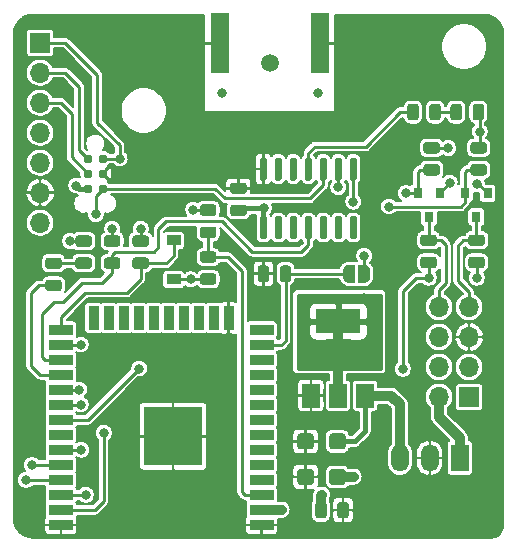
<source format=gtl>
G04 #@! TF.GenerationSoftware,KiCad,Pcbnew,(5.1.9-0-10_14)*
G04 #@! TF.CreationDate,2021-01-29T16:34:27+01:00*
G04 #@! TF.ProjectId,ithowifi_4l,6974686f-7769-4666-995f-346c2e6b6963,rev?*
G04 #@! TF.SameCoordinates,Original*
G04 #@! TF.FileFunction,Copper,L1,Top*
G04 #@! TF.FilePolarity,Positive*
%FSLAX46Y46*%
G04 Gerber Fmt 4.6, Leading zero omitted, Abs format (unit mm)*
G04 Created by KiCad (PCBNEW (5.1.9-0-10_14)) date 2021-01-29 16:34:27*
%MOMM*%
%LPD*%
G01*
G04 APERTURE LIST*
G04 #@! TA.AperFunction,SMDPad,CuDef*
%ADD10C,0.787400*%
G04 #@! TD*
G04 #@! TA.AperFunction,SMDPad,CuDef*
%ADD11R,2.000000X0.900000*%
G04 #@! TD*
G04 #@! TA.AperFunction,SMDPad,CuDef*
%ADD12R,0.900000X2.000000*%
G04 #@! TD*
G04 #@! TA.AperFunction,SMDPad,CuDef*
%ADD13R,5.000000X5.000000*%
G04 #@! TD*
G04 #@! TA.AperFunction,SMDPad,CuDef*
%ADD14C,0.100000*%
G04 #@! TD*
G04 #@! TA.AperFunction,ComponentPad*
%ADD15C,1.500000*%
G04 #@! TD*
G04 #@! TA.AperFunction,SMDPad,CuDef*
%ADD16R,1.500000X2.000000*%
G04 #@! TD*
G04 #@! TA.AperFunction,SMDPad,CuDef*
%ADD17R,3.800000X2.000000*%
G04 #@! TD*
G04 #@! TA.AperFunction,ComponentPad*
%ADD18O,1.700000X1.700000*%
G04 #@! TD*
G04 #@! TA.AperFunction,ComponentPad*
%ADD19R,1.700000X1.700000*%
G04 #@! TD*
G04 #@! TA.AperFunction,SMDPad,CuDef*
%ADD20R,1.200000X0.900000*%
G04 #@! TD*
G04 #@! TA.AperFunction,SMDPad,CuDef*
%ADD21R,1.500000X5.080000*%
G04 #@! TD*
G04 #@! TA.AperFunction,SMDPad,CuDef*
%ADD22R,0.800000X0.900000*%
G04 #@! TD*
G04 #@! TA.AperFunction,ComponentPad*
%ADD23O,1.500000X2.300000*%
G04 #@! TD*
G04 #@! TA.AperFunction,ComponentPad*
%ADD24R,1.500000X2.300000*%
G04 #@! TD*
G04 #@! TA.AperFunction,ViaPad*
%ADD25C,0.800000*%
G04 #@! TD*
G04 #@! TA.AperFunction,Conductor*
%ADD26C,0.250000*%
G04 #@! TD*
G04 #@! TA.AperFunction,Conductor*
%ADD27C,0.254000*%
G04 #@! TD*
G04 #@! TA.AperFunction,Conductor*
%ADD28C,0.812800*%
G04 #@! TD*
G04 #@! TA.AperFunction,Conductor*
%ADD29C,0.406400*%
G04 #@! TD*
G04 #@! TA.AperFunction,Conductor*
%ADD30C,0.100000*%
G04 #@! TD*
G04 #@! TA.AperFunction,Conductor*
%ADD31C,0.203200*%
G04 #@! TD*
G04 APERTURE END LIST*
G04 #@! TA.AperFunction,SMDPad,CuDef*
G36*
G01*
X104772600Y-124416000D02*
X104472600Y-124416000D01*
G75*
G02*
X104322600Y-124266000I0J150000D01*
G01*
X104322600Y-122616000D01*
G75*
G02*
X104472600Y-122466000I150000J0D01*
G01*
X104772600Y-122466000D01*
G75*
G02*
X104922600Y-122616000I0J-150000D01*
G01*
X104922600Y-124266000D01*
G75*
G02*
X104772600Y-124416000I-150000J0D01*
G01*
G37*
G04 #@! TD.AperFunction*
G04 #@! TA.AperFunction,SMDPad,CuDef*
G36*
G01*
X106042600Y-124416000D02*
X105742600Y-124416000D01*
G75*
G02*
X105592600Y-124266000I0J150000D01*
G01*
X105592600Y-122616000D01*
G75*
G02*
X105742600Y-122466000I150000J0D01*
G01*
X106042600Y-122466000D01*
G75*
G02*
X106192600Y-122616000I0J-150000D01*
G01*
X106192600Y-124266000D01*
G75*
G02*
X106042600Y-124416000I-150000J0D01*
G01*
G37*
G04 #@! TD.AperFunction*
G04 #@! TA.AperFunction,SMDPad,CuDef*
G36*
G01*
X107312600Y-124416000D02*
X107012600Y-124416000D01*
G75*
G02*
X106862600Y-124266000I0J150000D01*
G01*
X106862600Y-122616000D01*
G75*
G02*
X107012600Y-122466000I150000J0D01*
G01*
X107312600Y-122466000D01*
G75*
G02*
X107462600Y-122616000I0J-150000D01*
G01*
X107462600Y-124266000D01*
G75*
G02*
X107312600Y-124416000I-150000J0D01*
G01*
G37*
G04 #@! TD.AperFunction*
G04 #@! TA.AperFunction,SMDPad,CuDef*
G36*
G01*
X108582600Y-124416000D02*
X108282600Y-124416000D01*
G75*
G02*
X108132600Y-124266000I0J150000D01*
G01*
X108132600Y-122616000D01*
G75*
G02*
X108282600Y-122466000I150000J0D01*
G01*
X108582600Y-122466000D01*
G75*
G02*
X108732600Y-122616000I0J-150000D01*
G01*
X108732600Y-124266000D01*
G75*
G02*
X108582600Y-124416000I-150000J0D01*
G01*
G37*
G04 #@! TD.AperFunction*
G04 #@! TA.AperFunction,SMDPad,CuDef*
G36*
G01*
X109852600Y-124416000D02*
X109552600Y-124416000D01*
G75*
G02*
X109402600Y-124266000I0J150000D01*
G01*
X109402600Y-122616000D01*
G75*
G02*
X109552600Y-122466000I150000J0D01*
G01*
X109852600Y-122466000D01*
G75*
G02*
X110002600Y-122616000I0J-150000D01*
G01*
X110002600Y-124266000D01*
G75*
G02*
X109852600Y-124416000I-150000J0D01*
G01*
G37*
G04 #@! TD.AperFunction*
G04 #@! TA.AperFunction,SMDPad,CuDef*
G36*
G01*
X111122600Y-124416000D02*
X110822600Y-124416000D01*
G75*
G02*
X110672600Y-124266000I0J150000D01*
G01*
X110672600Y-122616000D01*
G75*
G02*
X110822600Y-122466000I150000J0D01*
G01*
X111122600Y-122466000D01*
G75*
G02*
X111272600Y-122616000I0J-150000D01*
G01*
X111272600Y-124266000D01*
G75*
G02*
X111122600Y-124416000I-150000J0D01*
G01*
G37*
G04 #@! TD.AperFunction*
G04 #@! TA.AperFunction,SMDPad,CuDef*
G36*
G01*
X112392600Y-124416000D02*
X112092600Y-124416000D01*
G75*
G02*
X111942600Y-124266000I0J150000D01*
G01*
X111942600Y-122616000D01*
G75*
G02*
X112092600Y-122466000I150000J0D01*
G01*
X112392600Y-122466000D01*
G75*
G02*
X112542600Y-122616000I0J-150000D01*
G01*
X112542600Y-124266000D01*
G75*
G02*
X112392600Y-124416000I-150000J0D01*
G01*
G37*
G04 #@! TD.AperFunction*
G04 #@! TA.AperFunction,SMDPad,CuDef*
G36*
G01*
X112392600Y-119466000D02*
X112092600Y-119466000D01*
G75*
G02*
X111942600Y-119316000I0J150000D01*
G01*
X111942600Y-117666000D01*
G75*
G02*
X112092600Y-117516000I150000J0D01*
G01*
X112392600Y-117516000D01*
G75*
G02*
X112542600Y-117666000I0J-150000D01*
G01*
X112542600Y-119316000D01*
G75*
G02*
X112392600Y-119466000I-150000J0D01*
G01*
G37*
G04 #@! TD.AperFunction*
G04 #@! TA.AperFunction,SMDPad,CuDef*
G36*
G01*
X111122600Y-119466000D02*
X110822600Y-119466000D01*
G75*
G02*
X110672600Y-119316000I0J150000D01*
G01*
X110672600Y-117666000D01*
G75*
G02*
X110822600Y-117516000I150000J0D01*
G01*
X111122600Y-117516000D01*
G75*
G02*
X111272600Y-117666000I0J-150000D01*
G01*
X111272600Y-119316000D01*
G75*
G02*
X111122600Y-119466000I-150000J0D01*
G01*
G37*
G04 #@! TD.AperFunction*
G04 #@! TA.AperFunction,SMDPad,CuDef*
G36*
G01*
X109852600Y-119466000D02*
X109552600Y-119466000D01*
G75*
G02*
X109402600Y-119316000I0J150000D01*
G01*
X109402600Y-117666000D01*
G75*
G02*
X109552600Y-117516000I150000J0D01*
G01*
X109852600Y-117516000D01*
G75*
G02*
X110002600Y-117666000I0J-150000D01*
G01*
X110002600Y-119316000D01*
G75*
G02*
X109852600Y-119466000I-150000J0D01*
G01*
G37*
G04 #@! TD.AperFunction*
G04 #@! TA.AperFunction,SMDPad,CuDef*
G36*
G01*
X108582600Y-119466000D02*
X108282600Y-119466000D01*
G75*
G02*
X108132600Y-119316000I0J150000D01*
G01*
X108132600Y-117666000D01*
G75*
G02*
X108282600Y-117516000I150000J0D01*
G01*
X108582600Y-117516000D01*
G75*
G02*
X108732600Y-117666000I0J-150000D01*
G01*
X108732600Y-119316000D01*
G75*
G02*
X108582600Y-119466000I-150000J0D01*
G01*
G37*
G04 #@! TD.AperFunction*
G04 #@! TA.AperFunction,SMDPad,CuDef*
G36*
G01*
X107312600Y-119466000D02*
X107012600Y-119466000D01*
G75*
G02*
X106862600Y-119316000I0J150000D01*
G01*
X106862600Y-117666000D01*
G75*
G02*
X107012600Y-117516000I150000J0D01*
G01*
X107312600Y-117516000D01*
G75*
G02*
X107462600Y-117666000I0J-150000D01*
G01*
X107462600Y-119316000D01*
G75*
G02*
X107312600Y-119466000I-150000J0D01*
G01*
G37*
G04 #@! TD.AperFunction*
G04 #@! TA.AperFunction,SMDPad,CuDef*
G36*
G01*
X106042600Y-119466000D02*
X105742600Y-119466000D01*
G75*
G02*
X105592600Y-119316000I0J150000D01*
G01*
X105592600Y-117666000D01*
G75*
G02*
X105742600Y-117516000I150000J0D01*
G01*
X106042600Y-117516000D01*
G75*
G02*
X106192600Y-117666000I0J-150000D01*
G01*
X106192600Y-119316000D01*
G75*
G02*
X106042600Y-119466000I-150000J0D01*
G01*
G37*
G04 #@! TD.AperFunction*
G04 #@! TA.AperFunction,SMDPad,CuDef*
G36*
G01*
X104772600Y-119466000D02*
X104472600Y-119466000D01*
G75*
G02*
X104322600Y-119316000I0J150000D01*
G01*
X104322600Y-117666000D01*
G75*
G02*
X104472600Y-117516000I150000J0D01*
G01*
X104772600Y-117516000D01*
G75*
G02*
X104922600Y-117666000I0J-150000D01*
G01*
X104922600Y-119316000D01*
G75*
G02*
X104772600Y-119466000I-150000J0D01*
G01*
G37*
G04 #@! TD.AperFunction*
D10*
X91033600Y-120142000D03*
X91033600Y-118872000D03*
X89763600Y-120142000D03*
X89763600Y-118872000D03*
X89763600Y-117602000D03*
X91033600Y-117602000D03*
D11*
X87477600Y-148615400D03*
X87477600Y-147345400D03*
X87477600Y-146075400D03*
X87477600Y-144805400D03*
X87477600Y-143535400D03*
X87477600Y-142265400D03*
X87477600Y-140995400D03*
X87477600Y-139725400D03*
X87477600Y-138455400D03*
X87477600Y-137185400D03*
X87477600Y-135915400D03*
X87477600Y-134645400D03*
X87477600Y-133375400D03*
X87477600Y-132105400D03*
D12*
X90262600Y-131105400D03*
X91532600Y-131105400D03*
X92802600Y-131105400D03*
X94072600Y-131105400D03*
X95342600Y-131105400D03*
X96612600Y-131105400D03*
X97882600Y-131105400D03*
X99152600Y-131105400D03*
X100422600Y-131105400D03*
X101692600Y-131105400D03*
D11*
X104477600Y-132105400D03*
X104477600Y-133375400D03*
X104477600Y-134645400D03*
X104477600Y-135915400D03*
X104477600Y-137185400D03*
X104477600Y-138455400D03*
X104477600Y-139725400D03*
X104477600Y-140995400D03*
X104477600Y-142265400D03*
X104477600Y-143535400D03*
X104477600Y-144805400D03*
X104477600Y-146075400D03*
X104477600Y-147345400D03*
X104477600Y-148615400D03*
D13*
X96977600Y-141115400D03*
G04 #@! TA.AperFunction,SMDPad,CuDef*
D14*
G36*
X111872000Y-128104998D02*
G01*
X111847466Y-128104998D01*
X111798635Y-128100188D01*
X111750510Y-128090616D01*
X111703555Y-128076372D01*
X111658222Y-128057595D01*
X111614949Y-128034464D01*
X111574150Y-128007204D01*
X111536221Y-127976076D01*
X111501524Y-127941379D01*
X111470396Y-127903450D01*
X111443136Y-127862651D01*
X111420005Y-127819378D01*
X111401228Y-127774045D01*
X111386984Y-127727090D01*
X111377412Y-127678965D01*
X111372602Y-127630134D01*
X111372602Y-127605600D01*
X111372000Y-127605600D01*
X111372000Y-127105600D01*
X111372602Y-127105600D01*
X111372602Y-127081066D01*
X111377412Y-127032235D01*
X111386984Y-126984110D01*
X111401228Y-126937155D01*
X111420005Y-126891822D01*
X111443136Y-126848549D01*
X111470396Y-126807750D01*
X111501524Y-126769821D01*
X111536221Y-126735124D01*
X111574150Y-126703996D01*
X111614949Y-126676736D01*
X111658222Y-126653605D01*
X111703555Y-126634828D01*
X111750510Y-126620584D01*
X111798635Y-126611012D01*
X111847466Y-126606202D01*
X111872000Y-126606202D01*
X111872000Y-126605600D01*
X112372000Y-126605600D01*
X112372000Y-128105600D01*
X111872000Y-128105600D01*
X111872000Y-128104998D01*
G37*
G04 #@! TD.AperFunction*
G04 #@! TA.AperFunction,SMDPad,CuDef*
G36*
X112672000Y-126605600D02*
G01*
X113172000Y-126605600D01*
X113172000Y-126606202D01*
X113196534Y-126606202D01*
X113245365Y-126611012D01*
X113293490Y-126620584D01*
X113340445Y-126634828D01*
X113385778Y-126653605D01*
X113429051Y-126676736D01*
X113469850Y-126703996D01*
X113507779Y-126735124D01*
X113542476Y-126769821D01*
X113573604Y-126807750D01*
X113600864Y-126848549D01*
X113623995Y-126891822D01*
X113642772Y-126937155D01*
X113657016Y-126984110D01*
X113666588Y-127032235D01*
X113671398Y-127081066D01*
X113671398Y-127105600D01*
X113672000Y-127105600D01*
X113672000Y-127605600D01*
X113671398Y-127605600D01*
X113671398Y-127630134D01*
X113666588Y-127678965D01*
X113657016Y-127727090D01*
X113642772Y-127774045D01*
X113623995Y-127819378D01*
X113600864Y-127862651D01*
X113573604Y-127903450D01*
X113542476Y-127941379D01*
X113507779Y-127976076D01*
X113469850Y-128007204D01*
X113429051Y-128034464D01*
X113385778Y-128057595D01*
X113340445Y-128076372D01*
X113293490Y-128090616D01*
X113245365Y-128100188D01*
X113196534Y-128104998D01*
X113172000Y-128104998D01*
X113172000Y-128105600D01*
X112672000Y-128105600D01*
X112672000Y-126605600D01*
G37*
G04 #@! TD.AperFunction*
G04 #@! TA.AperFunction,SMDPad,CuDef*
G36*
G01*
X106014700Y-127811850D02*
X106014700Y-126899350D01*
G75*
G02*
X106258450Y-126655600I243750J0D01*
G01*
X106745950Y-126655600D01*
G75*
G02*
X106989700Y-126899350I0J-243750D01*
G01*
X106989700Y-127811850D01*
G75*
G02*
X106745950Y-128055600I-243750J0D01*
G01*
X106258450Y-128055600D01*
G75*
G02*
X106014700Y-127811850I0J243750D01*
G01*
G37*
G04 #@! TD.AperFunction*
G04 #@! TA.AperFunction,SMDPad,CuDef*
G36*
G01*
X104139700Y-127811850D02*
X104139700Y-126899350D01*
G75*
G02*
X104383450Y-126655600I243750J0D01*
G01*
X104870950Y-126655600D01*
G75*
G02*
X105114700Y-126899350I0J-243750D01*
G01*
X105114700Y-127811850D01*
G75*
G02*
X104870950Y-128055600I-243750J0D01*
G01*
X104383450Y-128055600D01*
G75*
G02*
X104139700Y-127811850I0J243750D01*
G01*
G37*
G04 #@! TD.AperFunction*
G04 #@! TA.AperFunction,SMDPad,CuDef*
G36*
G01*
X108896400Y-141129199D02*
X108896400Y-141979201D01*
G75*
G02*
X108646401Y-142229200I-249999J0D01*
G01*
X107746399Y-142229200D01*
G75*
G02*
X107496400Y-141979201I0J249999D01*
G01*
X107496400Y-141129199D01*
G75*
G02*
X107746399Y-140879200I249999J0D01*
G01*
X108646401Y-140879200D01*
G75*
G02*
X108896400Y-141129199I0J-249999D01*
G01*
G37*
G04 #@! TD.AperFunction*
G04 #@! TA.AperFunction,SMDPad,CuDef*
G36*
G01*
X111596400Y-141129199D02*
X111596400Y-141979201D01*
G75*
G02*
X111346401Y-142229200I-249999J0D01*
G01*
X110446399Y-142229200D01*
G75*
G02*
X110196400Y-141979201I0J249999D01*
G01*
X110196400Y-141129199D01*
G75*
G02*
X110446399Y-140879200I249999J0D01*
G01*
X111346401Y-140879200D01*
G75*
G02*
X111596400Y-141129199I0J-249999D01*
G01*
G37*
G04 #@! TD.AperFunction*
G04 #@! TA.AperFunction,SMDPad,CuDef*
G36*
G01*
X108900200Y-144126399D02*
X108900200Y-144976401D01*
G75*
G02*
X108650201Y-145226400I-249999J0D01*
G01*
X107750199Y-145226400D01*
G75*
G02*
X107500200Y-144976401I0J249999D01*
G01*
X107500200Y-144126399D01*
G75*
G02*
X107750199Y-143876400I249999J0D01*
G01*
X108650201Y-143876400D01*
G75*
G02*
X108900200Y-144126399I0J-249999D01*
G01*
G37*
G04 #@! TD.AperFunction*
G04 #@! TA.AperFunction,SMDPad,CuDef*
G36*
G01*
X111600200Y-144126399D02*
X111600200Y-144976401D01*
G75*
G02*
X111350201Y-145226400I-249999J0D01*
G01*
X110450199Y-145226400D01*
G75*
G02*
X110200200Y-144976401I0J249999D01*
G01*
X110200200Y-144126399D01*
G75*
G02*
X110450199Y-143876400I249999J0D01*
G01*
X111350201Y-143876400D01*
G75*
G02*
X111600200Y-144126399I0J-249999D01*
G01*
G37*
G04 #@! TD.AperFunction*
D15*
X105181400Y-109474000D03*
G04 #@! TA.AperFunction,SMDPad,CuDef*
G36*
G01*
X87324250Y-126954100D02*
X86411750Y-126954100D01*
G75*
G02*
X86168000Y-126710350I0J243750D01*
G01*
X86168000Y-126222850D01*
G75*
G02*
X86411750Y-125979100I243750J0D01*
G01*
X87324250Y-125979100D01*
G75*
G02*
X87568000Y-126222850I0J-243750D01*
G01*
X87568000Y-126710350D01*
G75*
G02*
X87324250Y-126954100I-243750J0D01*
G01*
G37*
G04 #@! TD.AperFunction*
G04 #@! TA.AperFunction,SMDPad,CuDef*
G36*
G01*
X87324250Y-128829100D02*
X86411750Y-128829100D01*
G75*
G02*
X86168000Y-128585350I0J243750D01*
G01*
X86168000Y-128097850D01*
G75*
G02*
X86411750Y-127854100I243750J0D01*
G01*
X87324250Y-127854100D01*
G75*
G02*
X87568000Y-128097850I0J-243750D01*
G01*
X87568000Y-128585350D01*
G75*
G02*
X87324250Y-128829100I-243750J0D01*
G01*
G37*
G04 #@! TD.AperFunction*
G04 #@! TA.AperFunction,SMDPad,CuDef*
G36*
G01*
X88951750Y-125974500D02*
X89864250Y-125974500D01*
G75*
G02*
X90108000Y-126218250I0J-243750D01*
G01*
X90108000Y-126705750D01*
G75*
G02*
X89864250Y-126949500I-243750J0D01*
G01*
X88951750Y-126949500D01*
G75*
G02*
X88708000Y-126705750I0J243750D01*
G01*
X88708000Y-126218250D01*
G75*
G02*
X88951750Y-125974500I243750J0D01*
G01*
G37*
G04 #@! TD.AperFunction*
G04 #@! TA.AperFunction,SMDPad,CuDef*
G36*
G01*
X88951750Y-124099500D02*
X89864250Y-124099500D01*
G75*
G02*
X90108000Y-124343250I0J-243750D01*
G01*
X90108000Y-124830750D01*
G75*
G02*
X89864250Y-125074500I-243750J0D01*
G01*
X88951750Y-125074500D01*
G75*
G02*
X88708000Y-124830750I0J243750D01*
G01*
X88708000Y-124343250D01*
G75*
G02*
X88951750Y-124099500I243750J0D01*
G01*
G37*
G04 #@! TD.AperFunction*
D16*
X108647200Y-137668000D03*
X113247200Y-137668000D03*
X110947200Y-137668000D03*
D17*
X110947200Y-131368000D03*
G04 #@! TA.AperFunction,SMDPad,CuDef*
G36*
G01*
X94690250Y-125074500D02*
X93777750Y-125074500D01*
G75*
G02*
X93534000Y-124830750I0J243750D01*
G01*
X93534000Y-124343250D01*
G75*
G02*
X93777750Y-124099500I243750J0D01*
G01*
X94690250Y-124099500D01*
G75*
G02*
X94934000Y-124343250I0J-243750D01*
G01*
X94934000Y-124830750D01*
G75*
G02*
X94690250Y-125074500I-243750J0D01*
G01*
G37*
G04 #@! TD.AperFunction*
G04 #@! TA.AperFunction,SMDPad,CuDef*
G36*
G01*
X94690250Y-126949500D02*
X93777750Y-126949500D01*
G75*
G02*
X93534000Y-126705750I0J243750D01*
G01*
X93534000Y-126218250D01*
G75*
G02*
X93777750Y-125974500I243750J0D01*
G01*
X94690250Y-125974500D01*
G75*
G02*
X94934000Y-126218250I0J-243750D01*
G01*
X94934000Y-126705750D01*
G75*
G02*
X94690250Y-126949500I-243750J0D01*
G01*
G37*
G04 #@! TD.AperFunction*
G04 #@! TA.AperFunction,SMDPad,CuDef*
G36*
G01*
X100405250Y-122458300D02*
X99492750Y-122458300D01*
G75*
G02*
X99249000Y-122214550I0J243750D01*
G01*
X99249000Y-121727050D01*
G75*
G02*
X99492750Y-121483300I243750J0D01*
G01*
X100405250Y-121483300D01*
G75*
G02*
X100649000Y-121727050I0J-243750D01*
G01*
X100649000Y-122214550D01*
G75*
G02*
X100405250Y-122458300I-243750J0D01*
G01*
G37*
G04 #@! TD.AperFunction*
G04 #@! TA.AperFunction,SMDPad,CuDef*
G36*
G01*
X100405250Y-124333300D02*
X99492750Y-124333300D01*
G75*
G02*
X99249000Y-124089550I0J243750D01*
G01*
X99249000Y-123602050D01*
G75*
G02*
X99492750Y-123358300I243750J0D01*
G01*
X100405250Y-123358300D01*
G75*
G02*
X100649000Y-123602050I0J-243750D01*
G01*
X100649000Y-124089550D01*
G75*
G02*
X100405250Y-124333300I-243750J0D01*
G01*
G37*
G04 #@! TD.AperFunction*
D18*
X85725000Y-123037600D03*
X85725000Y-120497600D03*
X85725000Y-117957600D03*
X85725000Y-115417600D03*
X85725000Y-112877600D03*
X85725000Y-110337600D03*
D19*
X85725000Y-107797600D03*
D20*
X97028000Y-124536200D03*
X97028000Y-127836200D03*
G04 #@! TA.AperFunction,SMDPad,CuDef*
G36*
G01*
X110886900Y-147827050D02*
X110886900Y-146914550D01*
G75*
G02*
X111130650Y-146670800I243750J0D01*
G01*
X111618150Y-146670800D01*
G75*
G02*
X111861900Y-146914550I0J-243750D01*
G01*
X111861900Y-147827050D01*
G75*
G02*
X111618150Y-148070800I-243750J0D01*
G01*
X111130650Y-148070800D01*
G75*
G02*
X110886900Y-147827050I0J243750D01*
G01*
G37*
G04 #@! TD.AperFunction*
G04 #@! TA.AperFunction,SMDPad,CuDef*
G36*
G01*
X109011900Y-147827050D02*
X109011900Y-146914550D01*
G75*
G02*
X109255650Y-146670800I243750J0D01*
G01*
X109743150Y-146670800D01*
G75*
G02*
X109986900Y-146914550I0J-243750D01*
G01*
X109986900Y-147827050D01*
G75*
G02*
X109743150Y-148070800I-243750J0D01*
G01*
X109255650Y-148070800D01*
G75*
G02*
X109011900Y-147827050I0J243750D01*
G01*
G37*
G04 #@! TD.AperFunction*
G04 #@! TA.AperFunction,SMDPad,CuDef*
G36*
G01*
X99492750Y-127323000D02*
X100405250Y-127323000D01*
G75*
G02*
X100649000Y-127566750I0J-243750D01*
G01*
X100649000Y-128054250D01*
G75*
G02*
X100405250Y-128298000I-243750J0D01*
G01*
X99492750Y-128298000D01*
G75*
G02*
X99249000Y-128054250I0J243750D01*
G01*
X99249000Y-127566750D01*
G75*
G02*
X99492750Y-127323000I243750J0D01*
G01*
G37*
G04 #@! TD.AperFunction*
G04 #@! TA.AperFunction,SMDPad,CuDef*
G36*
G01*
X99492750Y-125448000D02*
X100405250Y-125448000D01*
G75*
G02*
X100649000Y-125691750I0J-243750D01*
G01*
X100649000Y-126179250D01*
G75*
G02*
X100405250Y-126423000I-243750J0D01*
G01*
X99492750Y-126423000D01*
G75*
G02*
X99249000Y-126179250I0J243750D01*
G01*
X99249000Y-125691750D01*
G75*
G02*
X99492750Y-125448000I243750J0D01*
G01*
G37*
G04 #@! TD.AperFunction*
D21*
X100931400Y-107848400D03*
X109431400Y-107848400D03*
G04 #@! TA.AperFunction,SMDPad,CuDef*
G36*
G01*
X118687000Y-114121250D02*
X118687000Y-113208750D01*
G75*
G02*
X118930750Y-112965000I243750J0D01*
G01*
X119418250Y-112965000D01*
G75*
G02*
X119662000Y-113208750I0J-243750D01*
G01*
X119662000Y-114121250D01*
G75*
G02*
X119418250Y-114365000I-243750J0D01*
G01*
X118930750Y-114365000D01*
G75*
G02*
X118687000Y-114121250I0J243750D01*
G01*
G37*
G04 #@! TD.AperFunction*
G04 #@! TA.AperFunction,SMDPad,CuDef*
G36*
G01*
X116812000Y-114121250D02*
X116812000Y-113208750D01*
G75*
G02*
X117055750Y-112965000I243750J0D01*
G01*
X117543250Y-112965000D01*
G75*
G02*
X117787000Y-113208750I0J-243750D01*
G01*
X117787000Y-114121250D01*
G75*
G02*
X117543250Y-114365000I-243750J0D01*
G01*
X117055750Y-114365000D01*
G75*
G02*
X116812000Y-114121250I0J243750D01*
G01*
G37*
G04 #@! TD.AperFunction*
G04 #@! TA.AperFunction,SMDPad,CuDef*
G36*
G01*
X92277250Y-126949500D02*
X91364750Y-126949500D01*
G75*
G02*
X91121000Y-126705750I0J243750D01*
G01*
X91121000Y-126218250D01*
G75*
G02*
X91364750Y-125974500I243750J0D01*
G01*
X92277250Y-125974500D01*
G75*
G02*
X92521000Y-126218250I0J-243750D01*
G01*
X92521000Y-126705750D01*
G75*
G02*
X92277250Y-126949500I-243750J0D01*
G01*
G37*
G04 #@! TD.AperFunction*
G04 #@! TA.AperFunction,SMDPad,CuDef*
G36*
G01*
X92277250Y-125074500D02*
X91364750Y-125074500D01*
G75*
G02*
X91121000Y-124830750I0J243750D01*
G01*
X91121000Y-124343250D01*
G75*
G02*
X91364750Y-124099500I243750J0D01*
G01*
X92277250Y-124099500D01*
G75*
G02*
X92521000Y-124343250I0J-243750D01*
G01*
X92521000Y-124830750D01*
G75*
G02*
X92277250Y-125074500I-243750J0D01*
G01*
G37*
G04 #@! TD.AperFunction*
G04 #@! TA.AperFunction,SMDPad,CuDef*
G36*
G01*
X121442300Y-113208750D02*
X121442300Y-114121250D01*
G75*
G02*
X121198550Y-114365000I-243750J0D01*
G01*
X120711050Y-114365000D01*
G75*
G02*
X120467300Y-114121250I0J243750D01*
G01*
X120467300Y-113208750D01*
G75*
G02*
X120711050Y-112965000I243750J0D01*
G01*
X121198550Y-112965000D01*
G75*
G02*
X121442300Y-113208750I0J-243750D01*
G01*
G37*
G04 #@! TD.AperFunction*
G04 #@! TA.AperFunction,SMDPad,CuDef*
G36*
G01*
X123317300Y-113208750D02*
X123317300Y-114121250D01*
G75*
G02*
X123073550Y-114365000I-243750J0D01*
G01*
X122586050Y-114365000D01*
G75*
G02*
X122342300Y-114121250I0J243750D01*
G01*
X122342300Y-113208750D01*
G75*
G02*
X122586050Y-112965000I243750J0D01*
G01*
X123073550Y-112965000D01*
G75*
G02*
X123317300Y-113208750I0J-243750D01*
G01*
G37*
G04 #@! TD.AperFunction*
G04 #@! TA.AperFunction,SMDPad,CuDef*
G36*
G01*
X118161750Y-125911000D02*
X119074250Y-125911000D01*
G75*
G02*
X119318000Y-126154750I0J-243750D01*
G01*
X119318000Y-126642250D01*
G75*
G02*
X119074250Y-126886000I-243750J0D01*
G01*
X118161750Y-126886000D01*
G75*
G02*
X117918000Y-126642250I0J243750D01*
G01*
X117918000Y-126154750D01*
G75*
G02*
X118161750Y-125911000I243750J0D01*
G01*
G37*
G04 #@! TD.AperFunction*
G04 #@! TA.AperFunction,SMDPad,CuDef*
G36*
G01*
X118161750Y-124036000D02*
X119074250Y-124036000D01*
G75*
G02*
X119318000Y-124279750I0J-243750D01*
G01*
X119318000Y-124767250D01*
G75*
G02*
X119074250Y-125011000I-243750J0D01*
G01*
X118161750Y-125011000D01*
G75*
G02*
X117918000Y-124767250I0J243750D01*
G01*
X117918000Y-124279750D01*
G75*
G02*
X118161750Y-124036000I243750J0D01*
G01*
G37*
G04 #@! TD.AperFunction*
G04 #@! TA.AperFunction,SMDPad,CuDef*
G36*
G01*
X122225750Y-125911000D02*
X123138250Y-125911000D01*
G75*
G02*
X123382000Y-126154750I0J-243750D01*
G01*
X123382000Y-126642250D01*
G75*
G02*
X123138250Y-126886000I-243750J0D01*
G01*
X122225750Y-126886000D01*
G75*
G02*
X121982000Y-126642250I0J243750D01*
G01*
X121982000Y-126154750D01*
G75*
G02*
X122225750Y-125911000I243750J0D01*
G01*
G37*
G04 #@! TD.AperFunction*
G04 #@! TA.AperFunction,SMDPad,CuDef*
G36*
G01*
X122225750Y-124036000D02*
X123138250Y-124036000D01*
G75*
G02*
X123382000Y-124279750I0J-243750D01*
G01*
X123382000Y-124767250D01*
G75*
G02*
X123138250Y-125011000I-243750J0D01*
G01*
X122225750Y-125011000D01*
G75*
G02*
X121982000Y-124767250I0J243750D01*
G01*
X121982000Y-124279750D01*
G75*
G02*
X122225750Y-124036000I243750J0D01*
G01*
G37*
G04 #@! TD.AperFunction*
G04 #@! TA.AperFunction,SMDPad,CuDef*
G36*
G01*
X118415750Y-118074400D02*
X119328250Y-118074400D01*
G75*
G02*
X119572000Y-118318150I0J-243750D01*
G01*
X119572000Y-118805650D01*
G75*
G02*
X119328250Y-119049400I-243750J0D01*
G01*
X118415750Y-119049400D01*
G75*
G02*
X118172000Y-118805650I0J243750D01*
G01*
X118172000Y-118318150D01*
G75*
G02*
X118415750Y-118074400I243750J0D01*
G01*
G37*
G04 #@! TD.AperFunction*
G04 #@! TA.AperFunction,SMDPad,CuDef*
G36*
G01*
X118415750Y-116199400D02*
X119328250Y-116199400D01*
G75*
G02*
X119572000Y-116443150I0J-243750D01*
G01*
X119572000Y-116930650D01*
G75*
G02*
X119328250Y-117174400I-243750J0D01*
G01*
X118415750Y-117174400D01*
G75*
G02*
X118172000Y-116930650I0J243750D01*
G01*
X118172000Y-116443150D01*
G75*
G02*
X118415750Y-116199400I243750J0D01*
G01*
G37*
G04 #@! TD.AperFunction*
G04 #@! TA.AperFunction,SMDPad,CuDef*
G36*
G01*
X123316050Y-117174400D02*
X122403550Y-117174400D01*
G75*
G02*
X122159800Y-116930650I0J243750D01*
G01*
X122159800Y-116443150D01*
G75*
G02*
X122403550Y-116199400I243750J0D01*
G01*
X123316050Y-116199400D01*
G75*
G02*
X123559800Y-116443150I0J-243750D01*
G01*
X123559800Y-116930650D01*
G75*
G02*
X123316050Y-117174400I-243750J0D01*
G01*
G37*
G04 #@! TD.AperFunction*
G04 #@! TA.AperFunction,SMDPad,CuDef*
G36*
G01*
X123316050Y-119049400D02*
X122403550Y-119049400D01*
G75*
G02*
X122159800Y-118805650I0J243750D01*
G01*
X122159800Y-118318150D01*
G75*
G02*
X122403550Y-118074400I243750J0D01*
G01*
X123316050Y-118074400D01*
G75*
G02*
X123559800Y-118318150I0J-243750D01*
G01*
X123559800Y-118805650D01*
G75*
G02*
X123316050Y-119049400I-243750J0D01*
G01*
G37*
G04 #@! TD.AperFunction*
G04 #@! TA.AperFunction,SMDPad,CuDef*
G36*
G01*
X102970650Y-122479100D02*
X102058150Y-122479100D01*
G75*
G02*
X101814400Y-122235350I0J243750D01*
G01*
X101814400Y-121747850D01*
G75*
G02*
X102058150Y-121504100I243750J0D01*
G01*
X102970650Y-121504100D01*
G75*
G02*
X103214400Y-121747850I0J-243750D01*
G01*
X103214400Y-122235350D01*
G75*
G02*
X102970650Y-122479100I-243750J0D01*
G01*
G37*
G04 #@! TD.AperFunction*
G04 #@! TA.AperFunction,SMDPad,CuDef*
G36*
G01*
X102970650Y-120604100D02*
X102058150Y-120604100D01*
G75*
G02*
X101814400Y-120360350I0J243750D01*
G01*
X101814400Y-119872850D01*
G75*
G02*
X102058150Y-119629100I243750J0D01*
G01*
X102970650Y-119629100D01*
G75*
G02*
X103214400Y-119872850I0J-243750D01*
G01*
X103214400Y-120360350D01*
G75*
G02*
X102970650Y-120604100I-243750J0D01*
G01*
G37*
G04 #@! TD.AperFunction*
D22*
X118658600Y-122539000D03*
X117708600Y-120539000D03*
X119608600Y-120539000D03*
X122656600Y-122539000D03*
X121706600Y-120539000D03*
X123606600Y-120539000D03*
D23*
X116179600Y-142951200D03*
X118719600Y-142951200D03*
D24*
X121259600Y-142951200D03*
D19*
X122047000Y-137795000D03*
D18*
X119507000Y-137795000D03*
X122047000Y-135255000D03*
X119507000Y-135255000D03*
X122047000Y-132715000D03*
X119507000Y-132715000D03*
X122047000Y-130175000D03*
X119507000Y-130175000D03*
D25*
X95250000Y-139700000D03*
X98806000Y-139700000D03*
X97028000Y-139700000D03*
X98806000Y-142748000D03*
X97028000Y-142748000D03*
X95250000Y-142748000D03*
X95250000Y-141224000D03*
X98806000Y-141224000D03*
X97028000Y-141224000D03*
X99187000Y-105918000D03*
X99187000Y-107442000D03*
X99187000Y-109093000D03*
X101092000Y-112014000D03*
X109220000Y-112014000D03*
X108229400Y-143002000D03*
X104648000Y-120142000D03*
X107061000Y-137668000D03*
X101727000Y-132715000D03*
X89154000Y-148590000D03*
X106172000Y-148590000D03*
X99187000Y-110871000D03*
X99187000Y-112522000D03*
X99187000Y-114173000D03*
X111125000Y-105918000D03*
X111125000Y-107442000D03*
X111125000Y-109093000D03*
X111125000Y-110871000D03*
X111125000Y-114173000D03*
X111125000Y-112522000D03*
X105918000Y-114173000D03*
X109220000Y-114173000D03*
X102489000Y-114173000D03*
X104140000Y-114173000D03*
X100965000Y-114173000D03*
X107569000Y-114173000D03*
X92202000Y-118872000D03*
X122682000Y-127698500D03*
X118618000Y-127698500D03*
X115811300Y-138036300D03*
X116433600Y-135407400D03*
X112268000Y-144526000D03*
X108077000Y-129540000D03*
X108077000Y-133350000D03*
X109601000Y-146050000D03*
X106172000Y-147320000D03*
X113157000Y-129413000D03*
X120269000Y-116713000D03*
X122936000Y-115316000D03*
X122682000Y-119761000D03*
X120396000Y-119634000D03*
X98679000Y-121920000D03*
X94234000Y-123571000D03*
X91821000Y-123571000D03*
X104648000Y-121793000D03*
X88773000Y-119888000D03*
X111760000Y-133477000D03*
X88265000Y-124587000D03*
X113157000Y-125857000D03*
X89585800Y-146075400D03*
X116697000Y-120539000D03*
X110972600Y-120014982D03*
X89204800Y-142265400D03*
X115252500Y-121666000D03*
X115252500Y-121666000D03*
X112242600Y-121259600D03*
X90424000Y-122301000D03*
X85039200Y-143560804D03*
X84531209Y-144805391D03*
X91109798Y-140843000D03*
X94106998Y-135382000D03*
X89154000Y-138430000D03*
X89027000Y-137160002D03*
X89154000Y-133350000D03*
X92456000Y-117602000D03*
X98473494Y-127810500D03*
D26*
X99593400Y-107848400D02*
X99187000Y-107442000D01*
X100931400Y-107848400D02*
X99593400Y-107848400D01*
X110718600Y-107848400D02*
X111125000Y-107442000D01*
X109431400Y-107848400D02*
X110718600Y-107848400D01*
D27*
X122682000Y-126398500D02*
X122682000Y-127698500D01*
X118618000Y-127698500D02*
X118618000Y-126398500D01*
D28*
X113247200Y-137668000D02*
X115443000Y-137668000D01*
X116179600Y-138404600D02*
X116179600Y-142951200D01*
X115824000Y-138049000D02*
X116179600Y-138404600D01*
X115443000Y-137668000D02*
X115811300Y-138036300D01*
D29*
X110896400Y-141554200D02*
X112344200Y-141554200D01*
X113247200Y-140651200D02*
X113247200Y-137668000D01*
X112344200Y-141554200D02*
X113247200Y-140651200D01*
D28*
X115811300Y-138036300D02*
X115824000Y-138049000D01*
D27*
X116433600Y-128803400D02*
X117538500Y-127698500D01*
X117538500Y-127698500D02*
X118618000Y-127698500D01*
X116433600Y-135407400D02*
X116433600Y-128803400D01*
D28*
X110947200Y-137668000D02*
X110947200Y-131368000D01*
X106146600Y-147345400D02*
X106172000Y-147320000D01*
X104477600Y-147345400D02*
X106146600Y-147345400D01*
X109499400Y-146151600D02*
X109601000Y-146050000D01*
X109499400Y-147370800D02*
X109499400Y-146151600D01*
X110925600Y-144526000D02*
X110900200Y-144551400D01*
X112268000Y-144526000D02*
X110925600Y-144526000D01*
D27*
X119608600Y-120421400D02*
X120396000Y-119634000D01*
X119608600Y-120539000D02*
X119608600Y-120421400D01*
X122828600Y-119761000D02*
X123606600Y-120539000D01*
X122682000Y-119761000D02*
X122828600Y-119761000D01*
X120242900Y-116686900D02*
X120269000Y-116713000D01*
X118872000Y-116686900D02*
X120242900Y-116686900D01*
X122936000Y-113771200D02*
X122829800Y-113665000D01*
X122936000Y-115316000D02*
X122936000Y-113771200D01*
X122936000Y-116610700D02*
X122859800Y-116686900D01*
X122936000Y-115316000D02*
X122936000Y-116610700D01*
X91821000Y-124587000D02*
X91821000Y-123571000D01*
X94234000Y-124587000D02*
X94234000Y-123571000D01*
X99898200Y-121920000D02*
X99949000Y-121970800D01*
X98679000Y-121920000D02*
X99898200Y-121920000D01*
D29*
X104622600Y-121818400D02*
X104648000Y-121793000D01*
X104622600Y-123441000D02*
X104622600Y-121818400D01*
X102713000Y-121793000D02*
X102514400Y-121991600D01*
X104648000Y-121793000D02*
X102713000Y-121793000D01*
X89027000Y-120142000D02*
X89763600Y-120142000D01*
X88773000Y-119888000D02*
X89027000Y-120142000D01*
D27*
X89408000Y-124587000D02*
X88265000Y-124587000D01*
X113157000Y-127370600D02*
X113172000Y-127355600D01*
X113172000Y-127355600D02*
X113172000Y-125872000D01*
X113172000Y-125872000D02*
X113157000Y-125857000D01*
D28*
X121259600Y-142951200D02*
X121259600Y-141262100D01*
X119507000Y-139509500D02*
X119507000Y-137795000D01*
X121259600Y-141262100D02*
X119507000Y-139509500D01*
D27*
X122656600Y-124498100D02*
X122682000Y-124523500D01*
X122656600Y-122539000D02*
X122656600Y-124498100D01*
X122047000Y-128905000D02*
X122047000Y-130175000D01*
X121094500Y-124968000D02*
X121094500Y-127952500D01*
X121539000Y-124523500D02*
X121094500Y-124968000D01*
X121094500Y-127952500D02*
X122047000Y-128905000D01*
X122682000Y-124523500D02*
X121539000Y-124523500D01*
X118658600Y-124482900D02*
X118618000Y-124523500D01*
X118658600Y-122539000D02*
X118658600Y-124482900D01*
X118618000Y-124523500D02*
X119697500Y-124523500D01*
X119697500Y-124523500D02*
X120078500Y-124904500D01*
X120078500Y-124904500D02*
X120078500Y-128143000D01*
X119507000Y-128714500D02*
X119507000Y-130175000D01*
X120078500Y-128143000D02*
X119507000Y-128714500D01*
X117299500Y-113665000D02*
X116205000Y-113665000D01*
X116205000Y-113665000D02*
X113284000Y-116586000D01*
X113284000Y-116586000D02*
X108966000Y-116586000D01*
X108432600Y-117119400D02*
X108432600Y-118491000D01*
X108966000Y-116586000D02*
X108432600Y-117119400D01*
X118872000Y-118561900D02*
X117886700Y-118561900D01*
X117708600Y-118740000D02*
X117708600Y-120539000D01*
X117886700Y-118561900D02*
X117708600Y-118740000D01*
X89585800Y-146075400D02*
X87477600Y-146075400D01*
X117708600Y-120539000D02*
X116697000Y-120539000D01*
X110972600Y-118491000D02*
X110972600Y-120014982D01*
X117119400Y-121666000D02*
X121335800Y-121666000D01*
X121706600Y-121295200D02*
X121706600Y-120539000D01*
X121335800Y-121666000D02*
X121706600Y-121295200D01*
X121899900Y-118561900D02*
X122859800Y-118561900D01*
X121706600Y-118755200D02*
X121899900Y-118561900D01*
X121706600Y-120539000D02*
X121706600Y-118755200D01*
X87477600Y-142265400D02*
X89204800Y-142265400D01*
X117119400Y-121666000D02*
X115252500Y-121666000D01*
X112242600Y-118491000D02*
X112242600Y-121259600D01*
X89281000Y-128117600D02*
X90957400Y-128117600D01*
X87630000Y-129768600D02*
X89281000Y-128117600D01*
X85852000Y-134366000D02*
X85852000Y-130784600D01*
X91821000Y-127254000D02*
X91821000Y-126462000D01*
X90957400Y-128117600D02*
X91821000Y-127254000D01*
X86131400Y-134645400D02*
X85852000Y-134366000D01*
X86868000Y-129768600D02*
X87630000Y-129768600D01*
X85852000Y-130784600D02*
X86868000Y-129768600D01*
X87477600Y-134645400D02*
X86131400Y-134645400D01*
X92100400Y-125476000D02*
X91821000Y-125755400D01*
X91821000Y-125755400D02*
X91821000Y-126462000D01*
X95732600Y-125069600D02*
X95326200Y-125476000D01*
X95732600Y-123596400D02*
X95732600Y-125069600D01*
X96418400Y-122910600D02*
X95732600Y-123596400D01*
X101092000Y-122910600D02*
X96418400Y-122910600D01*
X107848400Y-125501400D02*
X103682800Y-125501400D01*
X95326200Y-125476000D02*
X92100400Y-125476000D01*
X103682800Y-125501400D02*
X101092000Y-122910600D01*
X108432600Y-124917200D02*
X107848400Y-125501400D01*
X108432600Y-123441000D02*
X108432600Y-124917200D01*
X90424000Y-120751600D02*
X91033600Y-120142000D01*
X90424000Y-122301000D02*
X90424000Y-120751600D01*
X109702600Y-119862600D02*
X109702600Y-118491000D01*
X108585000Y-120980200D02*
X109702600Y-119862600D01*
X101371400Y-120980200D02*
X108585000Y-120980200D01*
X100533200Y-120142000D02*
X101371400Y-120980200D01*
X91033600Y-120142000D02*
X100533200Y-120142000D01*
X94234000Y-126462000D02*
X96423000Y-126462000D01*
X97028000Y-125857000D02*
X97028000Y-124536200D01*
X96423000Y-126462000D02*
X97028000Y-125857000D01*
X94234000Y-127787400D02*
X94234000Y-126462000D01*
X87477600Y-131038600D02*
X89560400Y-128955800D01*
X93065600Y-128955800D02*
X94234000Y-127787400D01*
X89560400Y-128955800D02*
X93065600Y-128955800D01*
X87477600Y-132105400D02*
X87477600Y-131038600D01*
D26*
X85199196Y-143560804D02*
X85039200Y-143560804D01*
X85220800Y-143539200D02*
X85199196Y-143560804D01*
D27*
X87477600Y-143535400D02*
X85064604Y-143535400D01*
X85064604Y-143535400D02*
X85039200Y-143560804D01*
X85725000Y-112877600D02*
X87477600Y-112877600D01*
X87477600Y-112877600D02*
X88392000Y-113792000D01*
X88392000Y-117500400D02*
X89691118Y-118799518D01*
X88392000Y-113792000D02*
X88392000Y-117500400D01*
D26*
X86817400Y-144830800D02*
X86839000Y-144809200D01*
D27*
X84531218Y-144805400D02*
X84531209Y-144805391D01*
X87477600Y-144805400D02*
X84531218Y-144805400D01*
X85725000Y-110337600D02*
X87858600Y-110337600D01*
X87858600Y-110337600D02*
X89027000Y-111506000D01*
X89027000Y-116865400D02*
X89763600Y-117602000D01*
X89027000Y-111506000D02*
X89027000Y-116865400D01*
X87477600Y-147345400D02*
X90373200Y-147345400D01*
X90373200Y-147345400D02*
X91109798Y-146608802D01*
X91109798Y-146608802D02*
X91109798Y-140843000D01*
X87477600Y-139725400D02*
X89763598Y-139725400D01*
X89763598Y-139725400D02*
X94106998Y-135382000D01*
X87503000Y-138430000D02*
X87477600Y-138455400D01*
X89154000Y-138430000D02*
X87503000Y-138430000D01*
X87477600Y-137185400D02*
X89001602Y-137185400D01*
X89001602Y-137185400D02*
X89027000Y-137160002D01*
X87503000Y-133350000D02*
X87477600Y-133375400D01*
X89154000Y-133350000D02*
X87503000Y-133350000D01*
X106146600Y-133375400D02*
X104477600Y-133375400D01*
X106502200Y-133019800D02*
X106146600Y-133375400D01*
X106502200Y-127355600D02*
X106502200Y-133019800D01*
X106502200Y-127355600D02*
X111872000Y-127355600D01*
X99949000Y-125935500D02*
X99949000Y-123845800D01*
X104477600Y-146075400D02*
X103047800Y-146075400D01*
X103047800Y-146075400D02*
X102819200Y-145846800D01*
X102819200Y-145846800D02*
X102819200Y-127127000D01*
X101627700Y-125935500D02*
X99949000Y-125935500D01*
X102819200Y-127127000D02*
X101627700Y-125935500D01*
X85725000Y-107797600D02*
X87858600Y-107797600D01*
X92456000Y-117602000D02*
X92456000Y-117602000D01*
X92456000Y-117602000D02*
X92456000Y-116459000D01*
X92456000Y-116459000D02*
X90551000Y-114554000D01*
X90551000Y-110490000D02*
X87858600Y-107797600D01*
X90551000Y-114554000D02*
X90551000Y-110490000D01*
X92456000Y-117602000D02*
X91033600Y-117602000D01*
X99949000Y-127810500D02*
X98473494Y-127810500D01*
X98447794Y-127836200D02*
X98473494Y-127810500D01*
X97028000Y-127836200D02*
X98447794Y-127836200D01*
X86872600Y-126462000D02*
X86868000Y-126466600D01*
X89408000Y-126462000D02*
X86872600Y-126462000D01*
X86863400Y-128346200D02*
X86868000Y-128341600D01*
X84963000Y-128981200D02*
X85602600Y-128341600D01*
X85602600Y-128341600D02*
X86868000Y-128341600D01*
X84963000Y-135128000D02*
X84963000Y-128981200D01*
X85750400Y-135915400D02*
X84963000Y-135128000D01*
X87477600Y-135915400D02*
X85750400Y-135915400D01*
X119174500Y-113665000D02*
X120954800Y-113665000D01*
X114554000Y-135382000D02*
X107569000Y-135382000D01*
X107569000Y-132368000D01*
X108409128Y-132368000D01*
X108421388Y-132492482D01*
X108457698Y-132612180D01*
X108516663Y-132722494D01*
X108596015Y-132819185D01*
X108692706Y-132898537D01*
X108803020Y-132957502D01*
X108922718Y-132993812D01*
X109047200Y-133006072D01*
X110661450Y-133003000D01*
X110820200Y-132844250D01*
X110820200Y-131495000D01*
X111074200Y-131495000D01*
X111074200Y-132844250D01*
X111232950Y-133003000D01*
X112847200Y-133006072D01*
X112971682Y-132993812D01*
X113091380Y-132957502D01*
X113201694Y-132898537D01*
X113298385Y-132819185D01*
X113377737Y-132722494D01*
X113436702Y-132612180D01*
X113473012Y-132492482D01*
X113485272Y-132368000D01*
X113482200Y-131653750D01*
X113323450Y-131495000D01*
X111074200Y-131495000D01*
X110820200Y-131495000D01*
X108570950Y-131495000D01*
X108412200Y-131653750D01*
X108409128Y-132368000D01*
X107569000Y-132368000D01*
X107569000Y-130368000D01*
X108409128Y-130368000D01*
X108412200Y-131082250D01*
X108570950Y-131241000D01*
X110820200Y-131241000D01*
X110820200Y-129891750D01*
X111074200Y-129891750D01*
X111074200Y-131241000D01*
X113323450Y-131241000D01*
X113482200Y-131082250D01*
X113485272Y-130368000D01*
X113473012Y-130243518D01*
X113436702Y-130123820D01*
X113377737Y-130013506D01*
X113298385Y-129916815D01*
X113201694Y-129837463D01*
X113091380Y-129778498D01*
X112971682Y-129742188D01*
X112847200Y-129729928D01*
X111232950Y-129733000D01*
X111074200Y-129891750D01*
X110820200Y-129891750D01*
X110661450Y-129733000D01*
X109047200Y-129729928D01*
X108922718Y-129742188D01*
X108803020Y-129778498D01*
X108692706Y-129837463D01*
X108596015Y-129916815D01*
X108516663Y-130013506D01*
X108457698Y-130123820D01*
X108421388Y-130243518D01*
X108409128Y-130368000D01*
X107569000Y-130368000D01*
X107569000Y-129159000D01*
X114554000Y-129159000D01*
X114554000Y-135382000D01*
G04 #@! TA.AperFunction,Conductor*
D30*
G36*
X114554000Y-135382000D02*
G01*
X107569000Y-135382000D01*
X107569000Y-132368000D01*
X108409128Y-132368000D01*
X108421388Y-132492482D01*
X108457698Y-132612180D01*
X108516663Y-132722494D01*
X108596015Y-132819185D01*
X108692706Y-132898537D01*
X108803020Y-132957502D01*
X108922718Y-132993812D01*
X109047200Y-133006072D01*
X110661450Y-133003000D01*
X110820200Y-132844250D01*
X110820200Y-131495000D01*
X111074200Y-131495000D01*
X111074200Y-132844250D01*
X111232950Y-133003000D01*
X112847200Y-133006072D01*
X112971682Y-132993812D01*
X113091380Y-132957502D01*
X113201694Y-132898537D01*
X113298385Y-132819185D01*
X113377737Y-132722494D01*
X113436702Y-132612180D01*
X113473012Y-132492482D01*
X113485272Y-132368000D01*
X113482200Y-131653750D01*
X113323450Y-131495000D01*
X111074200Y-131495000D01*
X110820200Y-131495000D01*
X108570950Y-131495000D01*
X108412200Y-131653750D01*
X108409128Y-132368000D01*
X107569000Y-132368000D01*
X107569000Y-130368000D01*
X108409128Y-130368000D01*
X108412200Y-131082250D01*
X108570950Y-131241000D01*
X110820200Y-131241000D01*
X110820200Y-129891750D01*
X111074200Y-129891750D01*
X111074200Y-131241000D01*
X113323450Y-131241000D01*
X113482200Y-131082250D01*
X113485272Y-130368000D01*
X113473012Y-130243518D01*
X113436702Y-130123820D01*
X113377737Y-130013506D01*
X113298385Y-129916815D01*
X113201694Y-129837463D01*
X113091380Y-129778498D01*
X112971682Y-129742188D01*
X112847200Y-129729928D01*
X111232950Y-129733000D01*
X111074200Y-129891750D01*
X110820200Y-129891750D01*
X110661450Y-129733000D01*
X109047200Y-129729928D01*
X108922718Y-129742188D01*
X108803020Y-129778498D01*
X108692706Y-129837463D01*
X108596015Y-129916815D01*
X108516663Y-130013506D01*
X108457698Y-130123820D01*
X108421388Y-130243518D01*
X108409128Y-130368000D01*
X107569000Y-130368000D01*
X107569000Y-129159000D01*
X114554000Y-129159000D01*
X114554000Y-135382000D01*
G37*
G04 #@! TD.AperFunction*
D31*
X99593400Y-113538000D02*
X99595352Y-113557821D01*
X99601134Y-113576881D01*
X99610523Y-113594446D01*
X99623158Y-113609842D01*
X99638554Y-113622477D01*
X99656119Y-113631866D01*
X99675179Y-113637648D01*
X99695000Y-113639600D01*
X110617000Y-113639600D01*
X110636821Y-113637648D01*
X110655881Y-113631866D01*
X110673446Y-113622477D01*
X110688842Y-113609842D01*
X110701477Y-113594446D01*
X110710866Y-113576881D01*
X110716648Y-113557821D01*
X110718600Y-113538000D01*
X110718600Y-107927390D01*
X119674400Y-107927390D01*
X119674400Y-108312610D01*
X119749553Y-108690427D01*
X119896970Y-109046324D01*
X120110987Y-109366622D01*
X120383378Y-109639013D01*
X120703676Y-109853030D01*
X121059573Y-110000447D01*
X121437390Y-110075600D01*
X121822610Y-110075600D01*
X122200427Y-110000447D01*
X122556324Y-109853030D01*
X122876622Y-109639013D01*
X123149013Y-109366622D01*
X123363030Y-109046324D01*
X123510447Y-108690427D01*
X123585600Y-108312610D01*
X123585600Y-107927390D01*
X123510447Y-107549573D01*
X123363030Y-107193676D01*
X123149013Y-106873378D01*
X122876622Y-106600987D01*
X122556324Y-106386970D01*
X122200427Y-106239553D01*
X121822610Y-106164400D01*
X121437390Y-106164400D01*
X121059573Y-106239553D01*
X120703676Y-106386970D01*
X120383378Y-106600987D01*
X120110987Y-106873378D01*
X119896970Y-107193676D01*
X119749553Y-107549573D01*
X119674400Y-107927390D01*
X110718600Y-107927390D01*
X110718600Y-105444600D01*
X123296669Y-105444600D01*
X123630576Y-105477340D01*
X123932201Y-105568405D01*
X124210401Y-105716327D01*
X124454565Y-105915462D01*
X124655403Y-106158235D01*
X124805262Y-106435392D01*
X124898434Y-106736383D01*
X124933400Y-107069066D01*
X124933401Y-148696668D01*
X124912755Y-148907233D01*
X124857507Y-149090223D01*
X124767771Y-149258993D01*
X124646958Y-149407124D01*
X124499676Y-149528965D01*
X124331535Y-149619880D01*
X124148933Y-149676404D01*
X123939652Y-149698400D01*
X85110322Y-149698400D01*
X84776424Y-149665660D01*
X84474797Y-149574594D01*
X84196601Y-149426674D01*
X83952435Y-149227538D01*
X83818304Y-149065400D01*
X86069234Y-149065400D01*
X86077081Y-149145068D01*
X86100319Y-149221675D01*
X86138056Y-149292276D01*
X86188842Y-149354158D01*
X86250724Y-149404944D01*
X86321325Y-149442681D01*
X86397932Y-149465919D01*
X86477600Y-149473766D01*
X87350600Y-149471800D01*
X87452200Y-149370200D01*
X87452200Y-148640800D01*
X87503000Y-148640800D01*
X87503000Y-149370200D01*
X87604600Y-149471800D01*
X88477600Y-149473766D01*
X88557268Y-149465919D01*
X88633875Y-149442681D01*
X88704476Y-149404944D01*
X88766358Y-149354158D01*
X88817144Y-149292276D01*
X88854881Y-149221675D01*
X88878119Y-149145068D01*
X88885966Y-149065400D01*
X103069234Y-149065400D01*
X103077081Y-149145068D01*
X103100319Y-149221675D01*
X103138056Y-149292276D01*
X103188842Y-149354158D01*
X103250724Y-149404944D01*
X103321325Y-149442681D01*
X103397932Y-149465919D01*
X103477600Y-149473766D01*
X104350600Y-149471800D01*
X104452200Y-149370200D01*
X104452200Y-148640800D01*
X104503000Y-148640800D01*
X104503000Y-149370200D01*
X104604600Y-149471800D01*
X105477600Y-149473766D01*
X105557268Y-149465919D01*
X105633875Y-149442681D01*
X105704476Y-149404944D01*
X105766358Y-149354158D01*
X105817144Y-149292276D01*
X105854881Y-149221675D01*
X105878119Y-149145068D01*
X105885966Y-149065400D01*
X105884000Y-148742400D01*
X105782400Y-148640800D01*
X104503000Y-148640800D01*
X104452200Y-148640800D01*
X103172800Y-148640800D01*
X103071200Y-148742400D01*
X103069234Y-149065400D01*
X88885966Y-149065400D01*
X88884000Y-148742400D01*
X88782400Y-148640800D01*
X87503000Y-148640800D01*
X87452200Y-148640800D01*
X86172800Y-148640800D01*
X86071200Y-148742400D01*
X86069234Y-149065400D01*
X83818304Y-149065400D01*
X83751597Y-148984765D01*
X83601738Y-148707607D01*
X83508566Y-148406619D01*
X83473600Y-148073934D01*
X83473600Y-144730971D01*
X83775609Y-144730971D01*
X83775609Y-144879811D01*
X83804646Y-145025791D01*
X83861605Y-145163302D01*
X83944296Y-145287058D01*
X84049542Y-145392304D01*
X84173298Y-145474995D01*
X84310809Y-145531954D01*
X84456789Y-145560991D01*
X84605629Y-145560991D01*
X84751609Y-145531954D01*
X84889120Y-145474995D01*
X85012876Y-145392304D01*
X85117180Y-145288000D01*
X86123491Y-145288000D01*
X86127146Y-145325110D01*
X86147479Y-145392140D01*
X86173275Y-145440400D01*
X86147479Y-145488660D01*
X86127146Y-145555690D01*
X86120280Y-145625400D01*
X86120280Y-146525400D01*
X86127146Y-146595110D01*
X86147479Y-146662140D01*
X86173275Y-146710400D01*
X86147479Y-146758660D01*
X86127146Y-146825690D01*
X86120280Y-146895400D01*
X86120280Y-147795400D01*
X86127146Y-147865110D01*
X86146350Y-147928418D01*
X86138056Y-147938524D01*
X86100319Y-148009125D01*
X86077081Y-148085732D01*
X86069234Y-148165400D01*
X86071200Y-148488400D01*
X86172800Y-148590000D01*
X87452200Y-148590000D01*
X87452200Y-148570000D01*
X87503000Y-148570000D01*
X87503000Y-148590000D01*
X88782400Y-148590000D01*
X88884000Y-148488400D01*
X88885966Y-148165400D01*
X88878119Y-148085732D01*
X88854881Y-148009125D01*
X88817144Y-147938524D01*
X88808850Y-147928418D01*
X88828054Y-147865110D01*
X88831709Y-147828000D01*
X90349495Y-147828000D01*
X90373200Y-147830335D01*
X90396905Y-147828000D01*
X90396907Y-147828000D01*
X90467806Y-147821017D01*
X90558777Y-147793422D01*
X90642615Y-147748609D01*
X90716101Y-147688301D01*
X90731217Y-147669882D01*
X91434285Y-146966815D01*
X91452699Y-146951703D01*
X91513007Y-146878217D01*
X91557820Y-146794379D01*
X91585415Y-146703408D01*
X91592398Y-146632509D01*
X91592398Y-146632508D01*
X91594733Y-146608802D01*
X91592398Y-146585095D01*
X91592398Y-143615400D01*
X94069234Y-143615400D01*
X94077081Y-143695068D01*
X94100319Y-143771675D01*
X94138056Y-143842276D01*
X94188842Y-143904158D01*
X94250724Y-143954944D01*
X94321325Y-143992681D01*
X94397932Y-144015919D01*
X94477600Y-144023766D01*
X96850600Y-144021800D01*
X96952200Y-143920200D01*
X96952200Y-141140800D01*
X97003000Y-141140800D01*
X97003000Y-143920200D01*
X97104600Y-144021800D01*
X99477600Y-144023766D01*
X99557268Y-144015919D01*
X99633875Y-143992681D01*
X99704476Y-143954944D01*
X99766358Y-143904158D01*
X99817144Y-143842276D01*
X99854881Y-143771675D01*
X99878119Y-143695068D01*
X99885966Y-143615400D01*
X99884000Y-141242400D01*
X99782400Y-141140800D01*
X97003000Y-141140800D01*
X96952200Y-141140800D01*
X94172800Y-141140800D01*
X94071200Y-141242400D01*
X94069234Y-143615400D01*
X91592398Y-143615400D01*
X91592398Y-141428980D01*
X91696711Y-141324667D01*
X91779402Y-141200911D01*
X91836361Y-141063400D01*
X91865398Y-140917420D01*
X91865398Y-140768580D01*
X91836361Y-140622600D01*
X91779402Y-140485089D01*
X91696711Y-140361333D01*
X91591465Y-140256087D01*
X91467709Y-140173396D01*
X91330198Y-140116437D01*
X91184218Y-140087400D01*
X91035378Y-140087400D01*
X90889398Y-140116437D01*
X90751887Y-140173396D01*
X90628131Y-140256087D01*
X90522885Y-140361333D01*
X90440194Y-140485089D01*
X90383235Y-140622600D01*
X90354198Y-140768580D01*
X90354198Y-140917420D01*
X90383235Y-141063400D01*
X90440194Y-141200911D01*
X90522885Y-141324667D01*
X90627199Y-141428981D01*
X90627198Y-146408902D01*
X90173301Y-146862800D01*
X88831709Y-146862800D01*
X88828054Y-146825690D01*
X88807721Y-146758660D01*
X88781925Y-146710400D01*
X88807721Y-146662140D01*
X88828054Y-146595110D01*
X88831709Y-146558000D01*
X88999820Y-146558000D01*
X89104133Y-146662313D01*
X89227889Y-146745004D01*
X89365400Y-146801963D01*
X89511380Y-146831000D01*
X89660220Y-146831000D01*
X89806200Y-146801963D01*
X89943711Y-146745004D01*
X90067467Y-146662313D01*
X90172713Y-146557067D01*
X90255404Y-146433311D01*
X90312363Y-146295800D01*
X90341400Y-146149820D01*
X90341400Y-146000980D01*
X90312363Y-145855000D01*
X90255404Y-145717489D01*
X90172713Y-145593733D01*
X90067467Y-145488487D01*
X89943711Y-145405796D01*
X89806200Y-145348837D01*
X89660220Y-145319800D01*
X89511380Y-145319800D01*
X89365400Y-145348837D01*
X89227889Y-145405796D01*
X89104133Y-145488487D01*
X88999820Y-145592800D01*
X88831709Y-145592800D01*
X88828054Y-145555690D01*
X88807721Y-145488660D01*
X88781925Y-145440400D01*
X88807721Y-145392140D01*
X88828054Y-145325110D01*
X88834920Y-145255400D01*
X88834920Y-144355400D01*
X88828054Y-144285690D01*
X88807721Y-144218660D01*
X88781925Y-144170400D01*
X88807721Y-144122140D01*
X88828054Y-144055110D01*
X88834920Y-143985400D01*
X88834920Y-143085400D01*
X88828054Y-143015690D01*
X88807721Y-142948660D01*
X88781925Y-142900400D01*
X88785393Y-142893913D01*
X88846889Y-142935004D01*
X88984400Y-142991963D01*
X89130380Y-143021000D01*
X89279220Y-143021000D01*
X89425200Y-142991963D01*
X89562711Y-142935004D01*
X89686467Y-142852313D01*
X89791713Y-142747067D01*
X89874404Y-142623311D01*
X89931363Y-142485800D01*
X89960400Y-142339820D01*
X89960400Y-142190980D01*
X89931363Y-142045000D01*
X89874404Y-141907489D01*
X89791713Y-141783733D01*
X89686467Y-141678487D01*
X89562711Y-141595796D01*
X89425200Y-141538837D01*
X89279220Y-141509800D01*
X89130380Y-141509800D01*
X88984400Y-141538837D01*
X88846889Y-141595796D01*
X88785393Y-141636887D01*
X88781925Y-141630400D01*
X88807721Y-141582140D01*
X88828054Y-141515110D01*
X88834920Y-141445400D01*
X88834920Y-140545400D01*
X88828054Y-140475690D01*
X88807721Y-140408660D01*
X88781925Y-140360400D01*
X88807721Y-140312140D01*
X88828054Y-140245110D01*
X88831709Y-140208000D01*
X89739893Y-140208000D01*
X89763598Y-140210335D01*
X89787303Y-140208000D01*
X89787305Y-140208000D01*
X89858204Y-140201017D01*
X89949175Y-140173422D01*
X90033013Y-140128609D01*
X90106499Y-140068301D01*
X90121615Y-140049882D01*
X91556097Y-138615400D01*
X94069234Y-138615400D01*
X94071200Y-140988400D01*
X94172800Y-141090000D01*
X96952200Y-141090000D01*
X96952200Y-138310600D01*
X97003000Y-138310600D01*
X97003000Y-141090000D01*
X99782400Y-141090000D01*
X99884000Y-140988400D01*
X99885966Y-138615400D01*
X99878119Y-138535732D01*
X99854881Y-138459125D01*
X99817144Y-138388524D01*
X99766358Y-138326642D01*
X99704476Y-138275856D01*
X99633875Y-138238119D01*
X99557268Y-138214881D01*
X99477600Y-138207034D01*
X97104600Y-138209000D01*
X97003000Y-138310600D01*
X96952200Y-138310600D01*
X96850600Y-138209000D01*
X94477600Y-138207034D01*
X94397932Y-138214881D01*
X94321325Y-138238119D01*
X94250724Y-138275856D01*
X94188842Y-138326642D01*
X94138056Y-138388524D01*
X94100319Y-138459125D01*
X94077081Y-138535732D01*
X94069234Y-138615400D01*
X91556097Y-138615400D01*
X94033897Y-136137600D01*
X94181418Y-136137600D01*
X94327398Y-136108563D01*
X94464909Y-136051604D01*
X94588665Y-135968913D01*
X94693911Y-135863667D01*
X94776602Y-135739911D01*
X94833561Y-135602400D01*
X94862598Y-135456420D01*
X94862598Y-135307580D01*
X94833561Y-135161600D01*
X94776602Y-135024089D01*
X94693911Y-134900333D01*
X94588665Y-134795087D01*
X94464909Y-134712396D01*
X94327398Y-134655437D01*
X94181418Y-134626400D01*
X94032578Y-134626400D01*
X93886598Y-134655437D01*
X93749087Y-134712396D01*
X93625331Y-134795087D01*
X93520085Y-134900333D01*
X93437394Y-135024089D01*
X93380435Y-135161600D01*
X93351398Y-135307580D01*
X93351398Y-135455101D01*
X89563699Y-139242800D01*
X88831709Y-139242800D01*
X88828054Y-139205690D01*
X88807721Y-139138660D01*
X88781925Y-139090400D01*
X88782028Y-139090209D01*
X88796089Y-139099604D01*
X88933600Y-139156563D01*
X89079580Y-139185600D01*
X89228420Y-139185600D01*
X89374400Y-139156563D01*
X89511911Y-139099604D01*
X89635667Y-139016913D01*
X89740913Y-138911667D01*
X89823604Y-138787911D01*
X89880563Y-138650400D01*
X89909600Y-138504420D01*
X89909600Y-138355580D01*
X89880563Y-138209600D01*
X89823604Y-138072089D01*
X89740913Y-137948333D01*
X89635667Y-137843087D01*
X89511911Y-137760396D01*
X89497454Y-137754408D01*
X89508667Y-137746915D01*
X89613913Y-137641669D01*
X89696604Y-137517913D01*
X89753563Y-137380402D01*
X89782600Y-137234422D01*
X89782600Y-137085582D01*
X89753563Y-136939602D01*
X89696604Y-136802091D01*
X89613913Y-136678335D01*
X89508667Y-136573089D01*
X89384911Y-136490398D01*
X89247400Y-136433439D01*
X89101420Y-136404402D01*
X88952580Y-136404402D01*
X88828651Y-136429053D01*
X88834920Y-136365400D01*
X88834920Y-135465400D01*
X88828054Y-135395690D01*
X88807721Y-135328660D01*
X88781925Y-135280400D01*
X88807721Y-135232140D01*
X88828054Y-135165110D01*
X88834920Y-135095400D01*
X88834920Y-134195400D01*
X88828054Y-134125690D01*
X88807721Y-134058660D01*
X88781925Y-134010400D01*
X88782028Y-134010209D01*
X88796089Y-134019604D01*
X88933600Y-134076563D01*
X89079580Y-134105600D01*
X89228420Y-134105600D01*
X89374400Y-134076563D01*
X89511911Y-134019604D01*
X89635667Y-133936913D01*
X89740913Y-133831667D01*
X89823604Y-133707911D01*
X89880563Y-133570400D01*
X89909600Y-133424420D01*
X89909600Y-133275580D01*
X89880563Y-133129600D01*
X89823604Y-132992089D01*
X89740913Y-132868333D01*
X89635667Y-132763087D01*
X89511911Y-132680396D01*
X89374400Y-132623437D01*
X89228420Y-132594400D01*
X89079580Y-132594400D01*
X88933600Y-132623437D01*
X88813467Y-132673198D01*
X88828054Y-132625110D01*
X88834920Y-132555400D01*
X88834920Y-131655400D01*
X88828054Y-131585690D01*
X88807721Y-131518660D01*
X88774701Y-131456884D01*
X88730263Y-131402737D01*
X88676116Y-131358299D01*
X88614340Y-131325279D01*
X88547310Y-131304946D01*
X88477600Y-131298080D01*
X87960200Y-131298080D01*
X87960200Y-131238499D01*
X89093299Y-130105400D01*
X89455280Y-130105400D01*
X89455280Y-132105400D01*
X89462146Y-132175110D01*
X89482479Y-132242140D01*
X89515499Y-132303916D01*
X89559937Y-132358063D01*
X89614084Y-132402501D01*
X89675860Y-132435521D01*
X89742890Y-132455854D01*
X89812600Y-132462720D01*
X90712600Y-132462720D01*
X90782310Y-132455854D01*
X90849340Y-132435521D01*
X90897600Y-132409725D01*
X90945860Y-132435521D01*
X91012890Y-132455854D01*
X91082600Y-132462720D01*
X91982600Y-132462720D01*
X92052310Y-132455854D01*
X92119340Y-132435521D01*
X92167600Y-132409725D01*
X92215860Y-132435521D01*
X92282890Y-132455854D01*
X92352600Y-132462720D01*
X93252600Y-132462720D01*
X93322310Y-132455854D01*
X93389340Y-132435521D01*
X93437600Y-132409725D01*
X93485860Y-132435521D01*
X93552890Y-132455854D01*
X93622600Y-132462720D01*
X94522600Y-132462720D01*
X94592310Y-132455854D01*
X94659340Y-132435521D01*
X94707600Y-132409725D01*
X94755860Y-132435521D01*
X94822890Y-132455854D01*
X94892600Y-132462720D01*
X95792600Y-132462720D01*
X95862310Y-132455854D01*
X95929340Y-132435521D01*
X95977600Y-132409725D01*
X96025860Y-132435521D01*
X96092890Y-132455854D01*
X96162600Y-132462720D01*
X97062600Y-132462720D01*
X97132310Y-132455854D01*
X97199340Y-132435521D01*
X97247600Y-132409725D01*
X97295860Y-132435521D01*
X97362890Y-132455854D01*
X97432600Y-132462720D01*
X98332600Y-132462720D01*
X98402310Y-132455854D01*
X98469340Y-132435521D01*
X98517600Y-132409725D01*
X98565860Y-132435521D01*
X98632890Y-132455854D01*
X98702600Y-132462720D01*
X99602600Y-132462720D01*
X99672310Y-132455854D01*
X99739340Y-132435521D01*
X99787600Y-132409725D01*
X99835860Y-132435521D01*
X99902890Y-132455854D01*
X99972600Y-132462720D01*
X100872600Y-132462720D01*
X100942310Y-132455854D01*
X101005618Y-132436650D01*
X101015724Y-132444944D01*
X101086325Y-132482681D01*
X101162932Y-132505919D01*
X101242600Y-132513766D01*
X101565600Y-132511800D01*
X101667200Y-132410200D01*
X101667200Y-131130800D01*
X101647200Y-131130800D01*
X101647200Y-131080000D01*
X101667200Y-131080000D01*
X101667200Y-129800600D01*
X101565600Y-129699000D01*
X101242600Y-129697034D01*
X101162932Y-129704881D01*
X101086325Y-129728119D01*
X101015724Y-129765856D01*
X101005618Y-129774150D01*
X100942310Y-129754946D01*
X100872600Y-129748080D01*
X99972600Y-129748080D01*
X99902890Y-129754946D01*
X99835860Y-129775279D01*
X99787600Y-129801075D01*
X99739340Y-129775279D01*
X99672310Y-129754946D01*
X99602600Y-129748080D01*
X98702600Y-129748080D01*
X98632890Y-129754946D01*
X98565860Y-129775279D01*
X98517600Y-129801075D01*
X98469340Y-129775279D01*
X98402310Y-129754946D01*
X98332600Y-129748080D01*
X97432600Y-129748080D01*
X97362890Y-129754946D01*
X97295860Y-129775279D01*
X97247600Y-129801075D01*
X97199340Y-129775279D01*
X97132310Y-129754946D01*
X97062600Y-129748080D01*
X96162600Y-129748080D01*
X96092890Y-129754946D01*
X96025860Y-129775279D01*
X95977600Y-129801075D01*
X95929340Y-129775279D01*
X95862310Y-129754946D01*
X95792600Y-129748080D01*
X94892600Y-129748080D01*
X94822890Y-129754946D01*
X94755860Y-129775279D01*
X94707600Y-129801075D01*
X94659340Y-129775279D01*
X94592310Y-129754946D01*
X94522600Y-129748080D01*
X93622600Y-129748080D01*
X93552890Y-129754946D01*
X93485860Y-129775279D01*
X93437600Y-129801075D01*
X93389340Y-129775279D01*
X93322310Y-129754946D01*
X93252600Y-129748080D01*
X92352600Y-129748080D01*
X92282890Y-129754946D01*
X92215860Y-129775279D01*
X92167600Y-129801075D01*
X92119340Y-129775279D01*
X92052310Y-129754946D01*
X91982600Y-129748080D01*
X91082600Y-129748080D01*
X91012890Y-129754946D01*
X90945860Y-129775279D01*
X90897600Y-129801075D01*
X90849340Y-129775279D01*
X90782310Y-129754946D01*
X90712600Y-129748080D01*
X89812600Y-129748080D01*
X89742890Y-129754946D01*
X89675860Y-129775279D01*
X89614084Y-129808299D01*
X89559937Y-129852737D01*
X89515499Y-129906884D01*
X89482479Y-129968660D01*
X89462146Y-130035690D01*
X89455280Y-130105400D01*
X89093299Y-130105400D01*
X89760300Y-129438400D01*
X93041895Y-129438400D01*
X93065600Y-129440735D01*
X93089305Y-129438400D01*
X93089307Y-129438400D01*
X93160206Y-129431417D01*
X93251177Y-129403822D01*
X93335015Y-129359009D01*
X93408501Y-129298701D01*
X93423617Y-129280282D01*
X94558488Y-128145412D01*
X94576901Y-128130301D01*
X94597173Y-128105600D01*
X94637208Y-128056816D01*
X94637425Y-128056411D01*
X94682022Y-127972977D01*
X94709617Y-127882006D01*
X94716600Y-127811107D01*
X94716600Y-127811106D01*
X94718935Y-127787401D01*
X94716600Y-127763696D01*
X94716600Y-127386200D01*
X96070680Y-127386200D01*
X96070680Y-128286200D01*
X96077546Y-128355910D01*
X96097879Y-128422940D01*
X96130899Y-128484716D01*
X96175337Y-128538863D01*
X96229484Y-128583301D01*
X96291260Y-128616321D01*
X96358290Y-128636654D01*
X96428000Y-128643520D01*
X97628000Y-128643520D01*
X97697710Y-128636654D01*
X97764740Y-128616321D01*
X97826516Y-128583301D01*
X97880663Y-128538863D01*
X97925101Y-128484716D01*
X97958121Y-128422940D01*
X97971907Y-128377493D01*
X97991827Y-128397413D01*
X98115583Y-128480104D01*
X98253094Y-128537063D01*
X98399074Y-128566100D01*
X98547914Y-128566100D01*
X98693894Y-128537063D01*
X98831405Y-128480104D01*
X98955161Y-128397413D01*
X98983020Y-128369554D01*
X98992979Y-128388187D01*
X99067729Y-128479271D01*
X99158813Y-128554021D01*
X99262730Y-128609566D01*
X99375487Y-128643771D01*
X99492750Y-128655320D01*
X100405250Y-128655320D01*
X100522513Y-128643771D01*
X100635270Y-128609566D01*
X100739187Y-128554021D01*
X100830271Y-128479271D01*
X100905021Y-128388187D01*
X100960566Y-128284270D01*
X100994771Y-128171513D01*
X101006320Y-128054250D01*
X101006320Y-127566750D01*
X100994771Y-127449487D01*
X100960566Y-127336730D01*
X100905021Y-127232813D01*
X100830271Y-127141729D01*
X100739187Y-127066979D01*
X100635270Y-127011434D01*
X100522513Y-126977229D01*
X100405250Y-126965680D01*
X99492750Y-126965680D01*
X99375487Y-126977229D01*
X99262730Y-127011434D01*
X99158813Y-127066979D01*
X99067729Y-127141729D01*
X98992979Y-127232813D01*
X98983020Y-127251446D01*
X98955161Y-127223587D01*
X98831405Y-127140896D01*
X98693894Y-127083937D01*
X98547914Y-127054900D01*
X98399074Y-127054900D01*
X98253094Y-127083937D01*
X98115583Y-127140896D01*
X97991827Y-127223587D01*
X97959944Y-127255470D01*
X97958121Y-127249460D01*
X97925101Y-127187684D01*
X97880663Y-127133537D01*
X97826516Y-127089099D01*
X97764740Y-127056079D01*
X97697710Y-127035746D01*
X97628000Y-127028880D01*
X96428000Y-127028880D01*
X96358290Y-127035746D01*
X96291260Y-127056079D01*
X96229484Y-127089099D01*
X96175337Y-127133537D01*
X96130899Y-127187684D01*
X96097879Y-127249460D01*
X96077546Y-127316490D01*
X96070680Y-127386200D01*
X94716600Y-127386200D01*
X94716600Y-127304225D01*
X94807513Y-127295271D01*
X94920270Y-127261066D01*
X95024187Y-127205521D01*
X95115271Y-127130771D01*
X95190021Y-127039687D01*
X95240846Y-126944600D01*
X96399295Y-126944600D01*
X96423000Y-126946935D01*
X96446705Y-126944600D01*
X96446707Y-126944600D01*
X96517606Y-126937617D01*
X96608577Y-126910022D01*
X96692415Y-126865209D01*
X96765901Y-126804901D01*
X96781017Y-126786482D01*
X97352482Y-126215017D01*
X97370901Y-126199901D01*
X97431209Y-126126415D01*
X97476022Y-126042577D01*
X97503617Y-125951606D01*
X97510600Y-125880707D01*
X97510600Y-125880706D01*
X97512935Y-125857001D01*
X97510600Y-125833296D01*
X97510600Y-125343520D01*
X97628000Y-125343520D01*
X97697710Y-125336654D01*
X97764740Y-125316321D01*
X97826516Y-125283301D01*
X97880663Y-125238863D01*
X97925101Y-125184716D01*
X97958121Y-125122940D01*
X97978454Y-125055910D01*
X97985320Y-124986200D01*
X97985320Y-124086200D01*
X97978454Y-124016490D01*
X97958121Y-123949460D01*
X97925101Y-123887684D01*
X97880663Y-123833537D01*
X97826516Y-123789099D01*
X97764740Y-123756079D01*
X97697710Y-123735746D01*
X97628000Y-123728880D01*
X96428000Y-123728880D01*
X96358290Y-123735746D01*
X96291260Y-123756079D01*
X96229484Y-123789099D01*
X96215200Y-123800822D01*
X96215200Y-123796299D01*
X96618300Y-123393200D01*
X98931012Y-123393200D01*
X98903229Y-123484787D01*
X98891680Y-123602050D01*
X98891680Y-124089550D01*
X98903229Y-124206813D01*
X98937434Y-124319570D01*
X98992979Y-124423487D01*
X99067729Y-124514571D01*
X99158813Y-124589321D01*
X99262730Y-124644866D01*
X99375487Y-124679071D01*
X99466401Y-124688025D01*
X99466400Y-125093275D01*
X99375487Y-125102229D01*
X99262730Y-125136434D01*
X99158813Y-125191979D01*
X99067729Y-125266729D01*
X98992979Y-125357813D01*
X98937434Y-125461730D01*
X98903229Y-125574487D01*
X98891680Y-125691750D01*
X98891680Y-126179250D01*
X98903229Y-126296513D01*
X98937434Y-126409270D01*
X98992979Y-126513187D01*
X99067729Y-126604271D01*
X99158813Y-126679021D01*
X99262730Y-126734566D01*
X99375487Y-126768771D01*
X99492750Y-126780320D01*
X100405250Y-126780320D01*
X100522513Y-126768771D01*
X100635270Y-126734566D01*
X100739187Y-126679021D01*
X100830271Y-126604271D01*
X100905021Y-126513187D01*
X100955846Y-126418100D01*
X101427801Y-126418100D01*
X102336601Y-127326900D01*
X102336601Y-129748284D01*
X102298875Y-129728119D01*
X102222268Y-129704881D01*
X102142600Y-129697034D01*
X101819600Y-129699000D01*
X101718000Y-129800600D01*
X101718000Y-131080000D01*
X101738000Y-131080000D01*
X101738000Y-131130800D01*
X101718000Y-131130800D01*
X101718000Y-132410200D01*
X101819600Y-132511800D01*
X102142600Y-132513766D01*
X102222268Y-132505919D01*
X102298875Y-132482681D01*
X102336601Y-132462516D01*
X102336600Y-145823095D01*
X102334265Y-145846800D01*
X102336600Y-145870505D01*
X102336600Y-145870506D01*
X102343583Y-145941405D01*
X102371178Y-146032376D01*
X102415991Y-146116215D01*
X102476299Y-146189701D01*
X102494719Y-146204817D01*
X102689779Y-146399877D01*
X102704899Y-146418301D01*
X102778385Y-146478609D01*
X102862223Y-146523422D01*
X102953194Y-146551017D01*
X103024093Y-146558000D01*
X103024094Y-146558000D01*
X103047799Y-146560335D01*
X103071504Y-146558000D01*
X103123491Y-146558000D01*
X103127146Y-146595110D01*
X103147479Y-146662140D01*
X103173275Y-146710400D01*
X103147479Y-146758660D01*
X103127146Y-146825690D01*
X103120280Y-146895400D01*
X103120280Y-147795400D01*
X103127146Y-147865110D01*
X103146350Y-147928418D01*
X103138056Y-147938524D01*
X103100319Y-148009125D01*
X103077081Y-148085732D01*
X103069234Y-148165400D01*
X103071200Y-148488400D01*
X103172800Y-148590000D01*
X104452200Y-148590000D01*
X104452200Y-148570000D01*
X104503000Y-148570000D01*
X104503000Y-148590000D01*
X105782400Y-148590000D01*
X105884000Y-148488400D01*
X105885966Y-148165400D01*
X105880253Y-148107400D01*
X106109177Y-148107400D01*
X106146600Y-148111086D01*
X106184023Y-148107400D01*
X106184026Y-148107400D01*
X106295978Y-148096374D01*
X106439615Y-148052802D01*
X106571992Y-147982045D01*
X106688022Y-147886822D01*
X106711884Y-147857746D01*
X106737279Y-147832351D01*
X106808644Y-147745392D01*
X106879401Y-147613015D01*
X106922973Y-147469378D01*
X106937686Y-147320001D01*
X106922973Y-147170622D01*
X106879401Y-147026985D01*
X106808644Y-146894608D01*
X106713421Y-146778579D01*
X106597392Y-146683356D01*
X106465015Y-146612599D01*
X106321378Y-146569027D01*
X106171999Y-146554314D01*
X106022622Y-146569027D01*
X105975241Y-146583400D01*
X105829207Y-146583400D01*
X105834920Y-146525400D01*
X105834920Y-145625400D01*
X105828054Y-145555690D01*
X105807721Y-145488660D01*
X105781925Y-145440400D01*
X105807721Y-145392140D01*
X105828054Y-145325110D01*
X105834920Y-145255400D01*
X105834920Y-145226400D01*
X107091834Y-145226400D01*
X107099681Y-145306068D01*
X107122919Y-145382675D01*
X107160656Y-145453276D01*
X107211442Y-145515158D01*
X107273324Y-145565944D01*
X107343925Y-145603681D01*
X107420532Y-145626919D01*
X107500200Y-145634766D01*
X108073200Y-145632800D01*
X108174800Y-145531200D01*
X108174800Y-144576800D01*
X108225600Y-144576800D01*
X108225600Y-145531200D01*
X108327200Y-145632800D01*
X108900200Y-145634766D01*
X108941107Y-145630737D01*
X108934122Y-145639248D01*
X108934121Y-145639249D01*
X108862755Y-145726208D01*
X108791999Y-145858585D01*
X108748427Y-146002222D01*
X108733714Y-146151600D01*
X108737401Y-146189033D01*
X108737401Y-146615184D01*
X108700334Y-146684530D01*
X108666129Y-146797287D01*
X108654580Y-146914550D01*
X108654580Y-147827050D01*
X108666129Y-147944313D01*
X108700334Y-148057070D01*
X108755879Y-148160987D01*
X108830629Y-148252071D01*
X108921713Y-148326821D01*
X109025630Y-148382366D01*
X109138387Y-148416571D01*
X109255650Y-148428120D01*
X109743150Y-148428120D01*
X109860413Y-148416571D01*
X109973170Y-148382366D01*
X110077087Y-148326821D01*
X110168171Y-148252071D01*
X110242921Y-148160987D01*
X110291127Y-148070800D01*
X110478534Y-148070800D01*
X110486381Y-148150468D01*
X110509619Y-148227075D01*
X110547356Y-148297676D01*
X110598142Y-148359558D01*
X110660024Y-148410344D01*
X110730625Y-148448081D01*
X110807232Y-148471319D01*
X110886900Y-148479166D01*
X111247400Y-148477200D01*
X111349000Y-148375600D01*
X111349000Y-147396200D01*
X111399800Y-147396200D01*
X111399800Y-148375600D01*
X111501400Y-148477200D01*
X111861900Y-148479166D01*
X111941568Y-148471319D01*
X112018175Y-148448081D01*
X112088776Y-148410344D01*
X112150658Y-148359558D01*
X112201444Y-148297676D01*
X112239181Y-148227075D01*
X112262419Y-148150468D01*
X112270266Y-148070800D01*
X112268300Y-147497800D01*
X112166700Y-147396200D01*
X111399800Y-147396200D01*
X111349000Y-147396200D01*
X110582100Y-147396200D01*
X110480500Y-147497800D01*
X110478534Y-148070800D01*
X110291127Y-148070800D01*
X110298466Y-148057070D01*
X110332671Y-147944313D01*
X110344220Y-147827050D01*
X110344220Y-146914550D01*
X110332671Y-146797287D01*
X110298466Y-146684530D01*
X110291128Y-146670800D01*
X110478534Y-146670800D01*
X110480500Y-147243800D01*
X110582100Y-147345400D01*
X111349000Y-147345400D01*
X111349000Y-146366000D01*
X111399800Y-146366000D01*
X111399800Y-147345400D01*
X112166700Y-147345400D01*
X112268300Y-147243800D01*
X112270266Y-146670800D01*
X112262419Y-146591132D01*
X112239181Y-146514525D01*
X112201444Y-146443924D01*
X112150658Y-146382042D01*
X112088776Y-146331256D01*
X112018175Y-146293519D01*
X111941568Y-146270281D01*
X111861900Y-146262434D01*
X111501400Y-146264400D01*
X111399800Y-146366000D01*
X111349000Y-146366000D01*
X111247400Y-146264400D01*
X110886900Y-146262434D01*
X110807232Y-146270281D01*
X110730625Y-146293519D01*
X110660024Y-146331256D01*
X110598142Y-146382042D01*
X110547356Y-146443924D01*
X110509619Y-146514525D01*
X110486381Y-146591132D01*
X110478534Y-146670800D01*
X110291128Y-146670800D01*
X110261400Y-146615185D01*
X110261400Y-146430948D01*
X110308401Y-146343015D01*
X110351973Y-146199378D01*
X110366686Y-146050001D01*
X110351973Y-145900622D01*
X110308401Y-145756985D01*
X110237644Y-145624608D01*
X110142421Y-145508579D01*
X110026392Y-145413356D01*
X109894015Y-145342599D01*
X109750378Y-145299027D01*
X109600999Y-145284314D01*
X109451622Y-145299027D01*
X109307985Y-145342599D01*
X109286087Y-145354304D01*
X109300719Y-145306068D01*
X109308566Y-145226400D01*
X109306600Y-144678400D01*
X109205000Y-144576800D01*
X108225600Y-144576800D01*
X108174800Y-144576800D01*
X107195400Y-144576800D01*
X107093800Y-144678400D01*
X107091834Y-145226400D01*
X105834920Y-145226400D01*
X105834920Y-144355400D01*
X105828054Y-144285690D01*
X105807721Y-144218660D01*
X105781925Y-144170400D01*
X105807721Y-144122140D01*
X105828054Y-144055110D01*
X105834920Y-143985400D01*
X105834920Y-143876400D01*
X107091834Y-143876400D01*
X107093800Y-144424400D01*
X107195400Y-144526000D01*
X108174800Y-144526000D01*
X108174800Y-143571600D01*
X108225600Y-143571600D01*
X108225600Y-144526000D01*
X109205000Y-144526000D01*
X109306600Y-144424400D01*
X109307669Y-144126399D01*
X109842880Y-144126399D01*
X109842880Y-144976401D01*
X109854549Y-145094883D01*
X109889109Y-145208812D01*
X109945232Y-145313809D01*
X110020760Y-145405840D01*
X110112791Y-145481368D01*
X110217788Y-145537491D01*
X110331717Y-145572051D01*
X110450199Y-145583720D01*
X111350201Y-145583720D01*
X111468683Y-145572051D01*
X111582612Y-145537491D01*
X111687609Y-145481368D01*
X111779640Y-145405840D01*
X111855168Y-145313809D01*
X111868963Y-145288000D01*
X112305426Y-145288000D01*
X112417378Y-145276974D01*
X112561015Y-145233402D01*
X112693392Y-145162645D01*
X112809422Y-145067422D01*
X112904645Y-144951392D01*
X112975402Y-144819015D01*
X113018974Y-144675378D01*
X113033686Y-144526000D01*
X113018974Y-144376622D01*
X112975402Y-144232985D01*
X112904645Y-144100608D01*
X112809422Y-143984578D01*
X112693392Y-143889355D01*
X112561015Y-143818598D01*
X112417378Y-143775026D01*
X112305426Y-143764000D01*
X111834658Y-143764000D01*
X111779640Y-143696960D01*
X111687609Y-143621432D01*
X111582612Y-143565309D01*
X111468683Y-143530749D01*
X111350201Y-143519080D01*
X110450199Y-143519080D01*
X110331717Y-143530749D01*
X110217788Y-143565309D01*
X110112791Y-143621432D01*
X110020760Y-143696960D01*
X109945232Y-143788991D01*
X109889109Y-143893988D01*
X109854549Y-144007917D01*
X109842880Y-144126399D01*
X109307669Y-144126399D01*
X109308566Y-143876400D01*
X109300719Y-143796732D01*
X109277481Y-143720125D01*
X109239744Y-143649524D01*
X109188958Y-143587642D01*
X109127076Y-143536856D01*
X109056475Y-143499119D01*
X108979868Y-143475881D01*
X108900200Y-143468034D01*
X108327200Y-143470000D01*
X108225600Y-143571600D01*
X108174800Y-143571600D01*
X108073200Y-143470000D01*
X107500200Y-143468034D01*
X107420532Y-143475881D01*
X107343925Y-143499119D01*
X107273324Y-143536856D01*
X107211442Y-143587642D01*
X107160656Y-143649524D01*
X107122919Y-143720125D01*
X107099681Y-143796732D01*
X107091834Y-143876400D01*
X105834920Y-143876400D01*
X105834920Y-143085400D01*
X105828054Y-143015690D01*
X105807721Y-142948660D01*
X105781925Y-142900400D01*
X105807721Y-142852140D01*
X105828054Y-142785110D01*
X105834920Y-142715400D01*
X105834920Y-142229200D01*
X107088034Y-142229200D01*
X107095881Y-142308868D01*
X107119119Y-142385475D01*
X107156856Y-142456076D01*
X107207642Y-142517958D01*
X107269524Y-142568744D01*
X107340125Y-142606481D01*
X107416732Y-142629719D01*
X107496400Y-142637566D01*
X108069400Y-142635600D01*
X108171000Y-142534000D01*
X108171000Y-141579600D01*
X108221800Y-141579600D01*
X108221800Y-142534000D01*
X108323400Y-142635600D01*
X108896400Y-142637566D01*
X108976068Y-142629719D01*
X109052675Y-142606481D01*
X109123276Y-142568744D01*
X109185158Y-142517958D01*
X109235944Y-142456076D01*
X109273681Y-142385475D01*
X109296919Y-142308868D01*
X109304766Y-142229200D01*
X109302800Y-141681200D01*
X109201200Y-141579600D01*
X108221800Y-141579600D01*
X108171000Y-141579600D01*
X107191600Y-141579600D01*
X107090000Y-141681200D01*
X107088034Y-142229200D01*
X105834920Y-142229200D01*
X105834920Y-141815400D01*
X105828054Y-141745690D01*
X105807721Y-141678660D01*
X105781925Y-141630400D01*
X105807721Y-141582140D01*
X105828054Y-141515110D01*
X105834920Y-141445400D01*
X105834920Y-140879200D01*
X107088034Y-140879200D01*
X107090000Y-141427200D01*
X107191600Y-141528800D01*
X108171000Y-141528800D01*
X108171000Y-140574400D01*
X108221800Y-140574400D01*
X108221800Y-141528800D01*
X109201200Y-141528800D01*
X109302800Y-141427200D01*
X109303869Y-141129199D01*
X109839080Y-141129199D01*
X109839080Y-141979201D01*
X109850749Y-142097683D01*
X109885309Y-142211612D01*
X109941432Y-142316609D01*
X110016960Y-142408640D01*
X110108991Y-142484168D01*
X110213988Y-142540291D01*
X110327917Y-142574851D01*
X110446399Y-142586520D01*
X111346401Y-142586520D01*
X111464883Y-142574851D01*
X111578812Y-142540291D01*
X111683809Y-142484168D01*
X111775840Y-142408640D01*
X111851368Y-142316609D01*
X111907491Y-142211612D01*
X111937405Y-142113000D01*
X112316758Y-142113000D01*
X112344200Y-142115703D01*
X112371642Y-142113000D01*
X112371644Y-142113000D01*
X112453744Y-142104914D01*
X112559078Y-142072961D01*
X112656154Y-142021073D01*
X112741243Y-141951243D01*
X112758743Y-141929919D01*
X113622925Y-141065738D01*
X113644243Y-141048243D01*
X113672998Y-141013205D01*
X113714073Y-140963155D01*
X113765961Y-140866078D01*
X113774870Y-140836708D01*
X113797914Y-140760744D01*
X113806000Y-140678644D01*
X113806000Y-140678642D01*
X113808703Y-140651200D01*
X113806000Y-140623758D01*
X113806000Y-139025320D01*
X113997200Y-139025320D01*
X114066910Y-139018454D01*
X114133940Y-138998121D01*
X114195716Y-138965101D01*
X114249863Y-138920663D01*
X114294301Y-138866516D01*
X114327321Y-138804740D01*
X114347654Y-138737710D01*
X114354520Y-138668000D01*
X114354520Y-138430000D01*
X115127370Y-138430000D01*
X115417600Y-138720230D01*
X115417601Y-141746305D01*
X115394041Y-141765640D01*
X115255881Y-141933990D01*
X115153218Y-142126058D01*
X115089998Y-142334465D01*
X115074000Y-142496892D01*
X115074000Y-143405507D01*
X115089998Y-143567934D01*
X115153217Y-143776341D01*
X115255880Y-143968410D01*
X115394040Y-144136760D01*
X115562390Y-144274920D01*
X115754458Y-144377583D01*
X115962865Y-144440802D01*
X116179600Y-144462149D01*
X116396334Y-144440802D01*
X116604741Y-144377583D01*
X116796810Y-144274920D01*
X116965160Y-144136760D01*
X117103320Y-143968410D01*
X117205983Y-143776342D01*
X117269202Y-143567935D01*
X117285200Y-143405508D01*
X117285200Y-142976600D01*
X117563200Y-142976600D01*
X117563200Y-143376600D01*
X117590375Y-143601714D01*
X117660946Y-143817201D01*
X117772200Y-144014780D01*
X117919862Y-144186858D01*
X118098258Y-144326822D01*
X118300531Y-144429294D01*
X118513656Y-144489114D01*
X118694200Y-144405694D01*
X118694200Y-142976600D01*
X118745000Y-142976600D01*
X118745000Y-144405694D01*
X118925544Y-144489114D01*
X119138669Y-144429294D01*
X119340942Y-144326822D01*
X119519338Y-144186858D01*
X119667000Y-144014780D01*
X119778254Y-143817201D01*
X119848825Y-143601714D01*
X119876000Y-143376600D01*
X119876000Y-142976600D01*
X118745000Y-142976600D01*
X118694200Y-142976600D01*
X117563200Y-142976600D01*
X117285200Y-142976600D01*
X117285200Y-142525800D01*
X117563200Y-142525800D01*
X117563200Y-142925800D01*
X118694200Y-142925800D01*
X118694200Y-141496706D01*
X118745000Y-141496706D01*
X118745000Y-142925800D01*
X119876000Y-142925800D01*
X119876000Y-142525800D01*
X119848825Y-142300686D01*
X119778254Y-142085199D01*
X119667000Y-141887620D01*
X119519338Y-141715542D01*
X119340942Y-141575578D01*
X119138669Y-141473106D01*
X118925544Y-141413286D01*
X118745000Y-141496706D01*
X118694200Y-141496706D01*
X118513656Y-141413286D01*
X118300531Y-141473106D01*
X118098258Y-141575578D01*
X117919862Y-141715542D01*
X117772200Y-141887620D01*
X117660946Y-142085199D01*
X117590375Y-142300686D01*
X117563200Y-142525800D01*
X117285200Y-142525800D01*
X117285200Y-142496893D01*
X117269202Y-142334466D01*
X117205983Y-142126058D01*
X117103320Y-141933990D01*
X116965160Y-141765640D01*
X116941600Y-141746305D01*
X116941600Y-138442022D01*
X116945286Y-138404599D01*
X116941491Y-138366066D01*
X116930574Y-138255222D01*
X116887002Y-138111585D01*
X116816245Y-137979208D01*
X116721022Y-137863178D01*
X116691947Y-137839317D01*
X116528889Y-137676259D01*
X118301400Y-137676259D01*
X118301400Y-137913741D01*
X118347731Y-138146660D01*
X118438611Y-138366066D01*
X118570550Y-138563525D01*
X118738475Y-138731450D01*
X118745000Y-138735810D01*
X118745000Y-139472076D01*
X118741314Y-139509500D01*
X118745000Y-139546923D01*
X118745000Y-139546925D01*
X118756026Y-139658877D01*
X118799598Y-139802514D01*
X118799599Y-139802515D01*
X118870355Y-139934892D01*
X118909983Y-139983178D01*
X118965578Y-140050922D01*
X118994654Y-140074784D01*
X120386739Y-141466869D01*
X120372860Y-141471079D01*
X120311084Y-141504099D01*
X120256937Y-141548537D01*
X120212499Y-141602684D01*
X120179479Y-141664460D01*
X120159146Y-141731490D01*
X120152280Y-141801200D01*
X120152280Y-144101200D01*
X120159146Y-144170910D01*
X120179479Y-144237940D01*
X120212499Y-144299716D01*
X120256937Y-144353863D01*
X120311084Y-144398301D01*
X120372860Y-144431321D01*
X120439890Y-144451654D01*
X120509600Y-144458520D01*
X122009600Y-144458520D01*
X122079310Y-144451654D01*
X122146340Y-144431321D01*
X122208116Y-144398301D01*
X122262263Y-144353863D01*
X122306701Y-144299716D01*
X122339721Y-144237940D01*
X122360054Y-144170910D01*
X122366920Y-144101200D01*
X122366920Y-141801200D01*
X122360054Y-141731490D01*
X122339721Y-141664460D01*
X122306701Y-141602684D01*
X122262263Y-141548537D01*
X122208116Y-141504099D01*
X122146340Y-141471079D01*
X122079310Y-141450746D01*
X122021600Y-141445062D01*
X122021600Y-141299523D01*
X122025286Y-141262100D01*
X122019358Y-141201914D01*
X122010574Y-141112722D01*
X121967002Y-140969085D01*
X121934065Y-140907464D01*
X121896245Y-140836707D01*
X121840334Y-140768580D01*
X121801022Y-140720678D01*
X121771946Y-140696816D01*
X120269000Y-139193870D01*
X120269000Y-138735810D01*
X120275525Y-138731450D01*
X120443450Y-138563525D01*
X120575389Y-138366066D01*
X120666269Y-138146660D01*
X120712600Y-137913741D01*
X120712600Y-137676259D01*
X120666269Y-137443340D01*
X120575389Y-137223934D01*
X120443450Y-137026475D01*
X120361975Y-136945000D01*
X120839680Y-136945000D01*
X120839680Y-138645000D01*
X120846546Y-138714710D01*
X120866879Y-138781740D01*
X120899899Y-138843516D01*
X120944337Y-138897663D01*
X120998484Y-138942101D01*
X121060260Y-138975121D01*
X121127290Y-138995454D01*
X121197000Y-139002320D01*
X122897000Y-139002320D01*
X122966710Y-138995454D01*
X123033740Y-138975121D01*
X123095516Y-138942101D01*
X123149663Y-138897663D01*
X123194101Y-138843516D01*
X123227121Y-138781740D01*
X123247454Y-138714710D01*
X123254320Y-138645000D01*
X123254320Y-136945000D01*
X123247454Y-136875290D01*
X123227121Y-136808260D01*
X123194101Y-136746484D01*
X123149663Y-136692337D01*
X123095516Y-136647899D01*
X123033740Y-136614879D01*
X122966710Y-136594546D01*
X122897000Y-136587680D01*
X121197000Y-136587680D01*
X121127290Y-136594546D01*
X121060260Y-136614879D01*
X120998484Y-136647899D01*
X120944337Y-136692337D01*
X120899899Y-136746484D01*
X120866879Y-136808260D01*
X120846546Y-136875290D01*
X120839680Y-136945000D01*
X120361975Y-136945000D01*
X120275525Y-136858550D01*
X120078066Y-136726611D01*
X119858660Y-136635731D01*
X119625741Y-136589400D01*
X119388259Y-136589400D01*
X119155340Y-136635731D01*
X118935934Y-136726611D01*
X118738475Y-136858550D01*
X118570550Y-137026475D01*
X118438611Y-137223934D01*
X118347731Y-137443340D01*
X118301400Y-137676259D01*
X116528889Y-137676259D01*
X116008284Y-137155654D01*
X115984422Y-137126578D01*
X115868392Y-137031355D01*
X115736015Y-136960598D01*
X115592378Y-136917026D01*
X115480426Y-136906000D01*
X115480423Y-136906000D01*
X115443000Y-136902314D01*
X115405577Y-136906000D01*
X114354520Y-136906000D01*
X114354520Y-136668000D01*
X114347654Y-136598290D01*
X114327321Y-136531260D01*
X114294301Y-136469484D01*
X114249863Y-136415337D01*
X114195716Y-136370899D01*
X114133940Y-136337879D01*
X114066910Y-136317546D01*
X113997200Y-136310680D01*
X112497200Y-136310680D01*
X112427490Y-136317546D01*
X112360460Y-136337879D01*
X112298684Y-136370899D01*
X112244537Y-136415337D01*
X112200099Y-136469484D01*
X112167079Y-136531260D01*
X112146746Y-136598290D01*
X112139880Y-136668000D01*
X112139880Y-138668000D01*
X112146746Y-138737710D01*
X112167079Y-138804740D01*
X112200099Y-138866516D01*
X112244537Y-138920663D01*
X112298684Y-138965101D01*
X112360460Y-138998121D01*
X112427490Y-139018454D01*
X112497200Y-139025320D01*
X112688401Y-139025320D01*
X112688400Y-140419737D01*
X112112738Y-140995400D01*
X111937405Y-140995400D01*
X111907491Y-140896788D01*
X111851368Y-140791791D01*
X111775840Y-140699760D01*
X111683809Y-140624232D01*
X111578812Y-140568109D01*
X111464883Y-140533549D01*
X111346401Y-140521880D01*
X110446399Y-140521880D01*
X110327917Y-140533549D01*
X110213988Y-140568109D01*
X110108991Y-140624232D01*
X110016960Y-140699760D01*
X109941432Y-140791791D01*
X109885309Y-140896788D01*
X109850749Y-141010717D01*
X109839080Y-141129199D01*
X109303869Y-141129199D01*
X109304766Y-140879200D01*
X109296919Y-140799532D01*
X109273681Y-140722925D01*
X109235944Y-140652324D01*
X109185158Y-140590442D01*
X109123276Y-140539656D01*
X109052675Y-140501919D01*
X108976068Y-140478681D01*
X108896400Y-140470834D01*
X108323400Y-140472800D01*
X108221800Y-140574400D01*
X108171000Y-140574400D01*
X108069400Y-140472800D01*
X107496400Y-140470834D01*
X107416732Y-140478681D01*
X107340125Y-140501919D01*
X107269524Y-140539656D01*
X107207642Y-140590442D01*
X107156856Y-140652324D01*
X107119119Y-140722925D01*
X107095881Y-140799532D01*
X107088034Y-140879200D01*
X105834920Y-140879200D01*
X105834920Y-140545400D01*
X105828054Y-140475690D01*
X105807721Y-140408660D01*
X105781925Y-140360400D01*
X105807721Y-140312140D01*
X105828054Y-140245110D01*
X105834920Y-140175400D01*
X105834920Y-139275400D01*
X105828054Y-139205690D01*
X105807721Y-139138660D01*
X105781925Y-139090400D01*
X105807721Y-139042140D01*
X105828054Y-138975110D01*
X105834920Y-138905400D01*
X105834920Y-138668000D01*
X107488834Y-138668000D01*
X107496681Y-138747668D01*
X107519919Y-138824275D01*
X107557656Y-138894876D01*
X107608442Y-138956758D01*
X107670324Y-139007544D01*
X107740925Y-139045281D01*
X107817532Y-139068519D01*
X107897200Y-139076366D01*
X108520200Y-139074400D01*
X108621800Y-138972800D01*
X108621800Y-137693400D01*
X108672600Y-137693400D01*
X108672600Y-138972800D01*
X108774200Y-139074400D01*
X109397200Y-139076366D01*
X109476868Y-139068519D01*
X109553475Y-139045281D01*
X109624076Y-139007544D01*
X109685958Y-138956758D01*
X109736744Y-138894876D01*
X109774481Y-138824275D01*
X109797719Y-138747668D01*
X109805566Y-138668000D01*
X109803600Y-137795000D01*
X109702000Y-137693400D01*
X108672600Y-137693400D01*
X108621800Y-137693400D01*
X107592400Y-137693400D01*
X107490800Y-137795000D01*
X107488834Y-138668000D01*
X105834920Y-138668000D01*
X105834920Y-138005400D01*
X105828054Y-137935690D01*
X105807721Y-137868660D01*
X105781925Y-137820400D01*
X105807721Y-137772140D01*
X105828054Y-137705110D01*
X105834920Y-137635400D01*
X105834920Y-136735400D01*
X105828282Y-136668000D01*
X107488834Y-136668000D01*
X107490800Y-137541000D01*
X107592400Y-137642600D01*
X108621800Y-137642600D01*
X108621800Y-136363200D01*
X108672600Y-136363200D01*
X108672600Y-137642600D01*
X109702000Y-137642600D01*
X109803600Y-137541000D01*
X109805566Y-136668000D01*
X109797719Y-136588332D01*
X109774481Y-136511725D01*
X109736744Y-136441124D01*
X109685958Y-136379242D01*
X109624076Y-136328456D01*
X109553475Y-136290719D01*
X109476868Y-136267481D01*
X109397200Y-136259634D01*
X108774200Y-136261600D01*
X108672600Y-136363200D01*
X108621800Y-136363200D01*
X108520200Y-136261600D01*
X107897200Y-136259634D01*
X107817532Y-136267481D01*
X107740925Y-136290719D01*
X107670324Y-136328456D01*
X107608442Y-136379242D01*
X107557656Y-136441124D01*
X107519919Y-136511725D01*
X107496681Y-136588332D01*
X107488834Y-136668000D01*
X105828282Y-136668000D01*
X105828054Y-136665690D01*
X105807721Y-136598660D01*
X105781925Y-136550400D01*
X105807721Y-136502140D01*
X105828054Y-136435110D01*
X105834920Y-136365400D01*
X105834920Y-135465400D01*
X105828054Y-135395690D01*
X105807721Y-135328660D01*
X105781925Y-135280400D01*
X105807721Y-135232140D01*
X105828054Y-135165110D01*
X105834920Y-135095400D01*
X105834920Y-134195400D01*
X105828054Y-134125690D01*
X105807721Y-134058660D01*
X105781925Y-134010400D01*
X105807721Y-133962140D01*
X105828054Y-133895110D01*
X105831709Y-133858000D01*
X106122895Y-133858000D01*
X106146600Y-133860335D01*
X106170305Y-133858000D01*
X106170307Y-133858000D01*
X106241206Y-133851017D01*
X106332177Y-133823422D01*
X106416015Y-133778609D01*
X106489501Y-133718301D01*
X106504617Y-133699882D01*
X106826682Y-133377817D01*
X106845101Y-133362701D01*
X106905409Y-133289215D01*
X106950222Y-133205377D01*
X106977817Y-133114406D01*
X106984800Y-133043507D01*
X106984800Y-133043506D01*
X106987135Y-133019801D01*
X106984800Y-132996096D01*
X106984800Y-129032000D01*
X107086400Y-129032000D01*
X107086400Y-135509000D01*
X107093233Y-135578374D01*
X107113468Y-135645082D01*
X107146329Y-135706561D01*
X107190553Y-135760447D01*
X107244439Y-135804671D01*
X107305918Y-135837532D01*
X107372626Y-135857767D01*
X107442000Y-135864600D01*
X110185200Y-135864600D01*
X110185200Y-136311862D01*
X110127490Y-136317546D01*
X110060460Y-136337879D01*
X109998684Y-136370899D01*
X109944537Y-136415337D01*
X109900099Y-136469484D01*
X109867079Y-136531260D01*
X109846746Y-136598290D01*
X109839880Y-136668000D01*
X109839880Y-138668000D01*
X109846746Y-138737710D01*
X109867079Y-138804740D01*
X109900099Y-138866516D01*
X109944537Y-138920663D01*
X109998684Y-138965101D01*
X110060460Y-138998121D01*
X110127490Y-139018454D01*
X110197200Y-139025320D01*
X111697200Y-139025320D01*
X111766910Y-139018454D01*
X111833940Y-138998121D01*
X111895716Y-138965101D01*
X111949863Y-138920663D01*
X111994301Y-138866516D01*
X112027321Y-138804740D01*
X112047654Y-138737710D01*
X112054520Y-138668000D01*
X112054520Y-136668000D01*
X112047654Y-136598290D01*
X112027321Y-136531260D01*
X111994301Y-136469484D01*
X111949863Y-136415337D01*
X111895716Y-136370899D01*
X111833940Y-136337879D01*
X111766910Y-136317546D01*
X111709200Y-136311862D01*
X111709200Y-135864600D01*
X114681000Y-135864600D01*
X114750374Y-135857767D01*
X114817082Y-135837532D01*
X114878561Y-135804671D01*
X114932447Y-135760447D01*
X114976671Y-135706561D01*
X115009532Y-135645082D01*
X115029767Y-135578374D01*
X115036600Y-135509000D01*
X115036600Y-129032000D01*
X115029767Y-128962626D01*
X115009532Y-128895918D01*
X114976671Y-128834439D01*
X114932447Y-128780553D01*
X114878561Y-128736329D01*
X114817082Y-128703468D01*
X114750374Y-128683233D01*
X114681000Y-128676400D01*
X113326940Y-128676400D01*
X113231420Y-128657400D01*
X113082580Y-128657400D01*
X112987060Y-128676400D01*
X107442000Y-128676400D01*
X107372626Y-128683233D01*
X107305918Y-128703468D01*
X107244439Y-128736329D01*
X107190553Y-128780553D01*
X107146329Y-128834439D01*
X107113468Y-128895918D01*
X107093233Y-128962626D01*
X107086400Y-129032000D01*
X106984800Y-129032000D01*
X106984800Y-128362446D01*
X107079887Y-128311621D01*
X107170971Y-128236871D01*
X107245721Y-128145787D01*
X107301266Y-128041870D01*
X107335471Y-127929113D01*
X107344425Y-127838200D01*
X111048459Y-127838200D01*
X111063408Y-127887481D01*
X111100917Y-127978037D01*
X111133938Y-128039815D01*
X111188394Y-128121314D01*
X111232831Y-128175461D01*
X111302139Y-128244769D01*
X111356286Y-128289206D01*
X111437785Y-128343662D01*
X111499563Y-128376683D01*
X111590119Y-128414192D01*
X111657148Y-128434525D01*
X111753281Y-128453647D01*
X111822991Y-128460513D01*
X111847552Y-128460513D01*
X111872000Y-128462921D01*
X112372000Y-128462921D01*
X112441710Y-128456055D01*
X112508741Y-128435722D01*
X112522000Y-128428635D01*
X112535259Y-128435722D01*
X112602290Y-128456055D01*
X112672000Y-128462921D01*
X113172000Y-128462921D01*
X113196448Y-128460513D01*
X113221009Y-128460513D01*
X113290719Y-128453647D01*
X113386852Y-128434525D01*
X113453881Y-128414192D01*
X113544437Y-128376683D01*
X113606215Y-128343662D01*
X113687714Y-128289206D01*
X113741861Y-128244769D01*
X113811169Y-128175461D01*
X113855606Y-128121314D01*
X113910062Y-128039815D01*
X113943083Y-127978037D01*
X113980592Y-127887481D01*
X114000925Y-127820452D01*
X114020047Y-127724319D01*
X114026913Y-127654609D01*
X114026913Y-127630048D01*
X114029321Y-127605600D01*
X114029321Y-127105600D01*
X114026913Y-127081152D01*
X114026913Y-127056591D01*
X114020047Y-126986881D01*
X114000925Y-126890748D01*
X113980592Y-126823719D01*
X113943083Y-126733163D01*
X113910062Y-126671385D01*
X113855606Y-126589886D01*
X113811169Y-126535739D01*
X113741861Y-126466431D01*
X113687714Y-126421994D01*
X113671452Y-126411128D01*
X113743913Y-126338667D01*
X113826604Y-126214911D01*
X113883563Y-126077400D01*
X113912600Y-125931420D01*
X113912600Y-125782580D01*
X113883563Y-125636600D01*
X113826604Y-125499089D01*
X113743913Y-125375333D01*
X113638667Y-125270087D01*
X113514911Y-125187396D01*
X113377400Y-125130437D01*
X113231420Y-125101400D01*
X113082580Y-125101400D01*
X112936600Y-125130437D01*
X112799089Y-125187396D01*
X112675333Y-125270087D01*
X112570087Y-125375333D01*
X112487396Y-125499089D01*
X112430437Y-125636600D01*
X112401400Y-125782580D01*
X112401400Y-125931420D01*
X112430437Y-126077400D01*
X112487396Y-126214911D01*
X112529811Y-126278390D01*
X112522000Y-126282565D01*
X112508741Y-126275478D01*
X112441710Y-126255145D01*
X112372000Y-126248279D01*
X111872000Y-126248279D01*
X111847552Y-126250687D01*
X111822991Y-126250687D01*
X111753281Y-126257553D01*
X111657148Y-126276675D01*
X111590119Y-126297008D01*
X111499563Y-126334517D01*
X111437785Y-126367538D01*
X111356286Y-126421994D01*
X111302139Y-126466431D01*
X111232831Y-126535739D01*
X111188394Y-126589886D01*
X111133938Y-126671385D01*
X111100917Y-126733163D01*
X111063408Y-126823719D01*
X111048459Y-126873000D01*
X107344425Y-126873000D01*
X107335471Y-126782087D01*
X107301266Y-126669330D01*
X107245721Y-126565413D01*
X107170971Y-126474329D01*
X107079887Y-126399579D01*
X106975970Y-126344034D01*
X106863213Y-126309829D01*
X106745950Y-126298280D01*
X106258450Y-126298280D01*
X106141187Y-126309829D01*
X106028430Y-126344034D01*
X105924513Y-126399579D01*
X105833429Y-126474329D01*
X105758679Y-126565413D01*
X105703134Y-126669330D01*
X105668929Y-126782087D01*
X105657380Y-126899350D01*
X105657380Y-127811850D01*
X105668929Y-127929113D01*
X105703134Y-128041870D01*
X105758679Y-128145787D01*
X105833429Y-128236871D01*
X105924513Y-128311621D01*
X106019600Y-128362446D01*
X106019601Y-132819900D01*
X105946701Y-132892800D01*
X105831709Y-132892800D01*
X105828054Y-132855690D01*
X105807721Y-132788660D01*
X105781925Y-132740400D01*
X105807721Y-132692140D01*
X105828054Y-132625110D01*
X105834920Y-132555400D01*
X105834920Y-131655400D01*
X105828054Y-131585690D01*
X105807721Y-131518660D01*
X105774701Y-131456884D01*
X105730263Y-131402737D01*
X105676116Y-131358299D01*
X105614340Y-131325279D01*
X105547310Y-131304946D01*
X105477600Y-131298080D01*
X103477600Y-131298080D01*
X103407890Y-131304946D01*
X103340860Y-131325279D01*
X103301800Y-131346157D01*
X103301800Y-128055600D01*
X103731334Y-128055600D01*
X103739181Y-128135268D01*
X103762419Y-128211875D01*
X103800156Y-128282476D01*
X103850942Y-128344358D01*
X103912824Y-128395144D01*
X103983425Y-128432881D01*
X104060032Y-128456119D01*
X104139700Y-128463966D01*
X104500200Y-128462000D01*
X104601800Y-128360400D01*
X104601800Y-127381000D01*
X104652600Y-127381000D01*
X104652600Y-128360400D01*
X104754200Y-128462000D01*
X105114700Y-128463966D01*
X105194368Y-128456119D01*
X105270975Y-128432881D01*
X105341576Y-128395144D01*
X105403458Y-128344358D01*
X105454244Y-128282476D01*
X105491981Y-128211875D01*
X105515219Y-128135268D01*
X105523066Y-128055600D01*
X105521100Y-127482600D01*
X105419500Y-127381000D01*
X104652600Y-127381000D01*
X104601800Y-127381000D01*
X103834900Y-127381000D01*
X103733300Y-127482600D01*
X103731334Y-128055600D01*
X103301800Y-128055600D01*
X103301800Y-127150696D01*
X103304134Y-127126999D01*
X103301800Y-127103302D01*
X103301800Y-127103293D01*
X103294817Y-127032394D01*
X103267222Y-126941423D01*
X103222409Y-126857585D01*
X103162101Y-126784099D01*
X103143682Y-126768983D01*
X103030299Y-126655600D01*
X103731334Y-126655600D01*
X103733300Y-127228600D01*
X103834900Y-127330200D01*
X104601800Y-127330200D01*
X104601800Y-126350800D01*
X104652600Y-126350800D01*
X104652600Y-127330200D01*
X105419500Y-127330200D01*
X105521100Y-127228600D01*
X105523066Y-126655600D01*
X105515219Y-126575932D01*
X105491981Y-126499325D01*
X105454244Y-126428724D01*
X105403458Y-126366842D01*
X105341576Y-126316056D01*
X105270975Y-126278319D01*
X105194368Y-126255081D01*
X105114700Y-126247234D01*
X104754200Y-126249200D01*
X104652600Y-126350800D01*
X104601800Y-126350800D01*
X104500200Y-126249200D01*
X104139700Y-126247234D01*
X104060032Y-126255081D01*
X103983425Y-126278319D01*
X103912824Y-126316056D01*
X103850942Y-126366842D01*
X103800156Y-126428724D01*
X103762419Y-126499325D01*
X103739181Y-126575932D01*
X103731334Y-126655600D01*
X103030299Y-126655600D01*
X101985717Y-125611018D01*
X101970601Y-125592599D01*
X101897115Y-125532291D01*
X101813277Y-125487478D01*
X101722306Y-125459883D01*
X101651407Y-125452900D01*
X101651405Y-125452900D01*
X101627700Y-125450565D01*
X101603995Y-125452900D01*
X100955846Y-125452900D01*
X100905021Y-125357813D01*
X100830271Y-125266729D01*
X100739187Y-125191979D01*
X100635270Y-125136434D01*
X100522513Y-125102229D01*
X100431600Y-125093275D01*
X100431600Y-124688025D01*
X100522513Y-124679071D01*
X100635270Y-124644866D01*
X100739187Y-124589321D01*
X100830271Y-124514571D01*
X100905021Y-124423487D01*
X100960566Y-124319570D01*
X100994771Y-124206813D01*
X101006320Y-124089550D01*
X101006320Y-123602050D01*
X100995982Y-123497081D01*
X103324783Y-125825882D01*
X103339899Y-125844301D01*
X103413385Y-125904609D01*
X103497223Y-125949422D01*
X103588194Y-125977017D01*
X103659093Y-125984000D01*
X103659102Y-125984000D01*
X103682799Y-125986334D01*
X103706496Y-125984000D01*
X107824695Y-125984000D01*
X107848400Y-125986335D01*
X107872105Y-125984000D01*
X107872107Y-125984000D01*
X107943006Y-125977017D01*
X108033977Y-125949422D01*
X108117815Y-125904609D01*
X108191301Y-125844301D01*
X108206417Y-125825882D01*
X108757087Y-125275213D01*
X108775501Y-125260101D01*
X108792931Y-125238863D01*
X108835808Y-125186616D01*
X108840995Y-125176913D01*
X108880622Y-125102777D01*
X108883495Y-125093307D01*
X108908217Y-125011807D01*
X108917535Y-124917200D01*
X108915200Y-124893493D01*
X108915200Y-124646173D01*
X108941329Y-124624729D01*
X109004421Y-124547852D01*
X109051303Y-124460143D01*
X109067600Y-124406418D01*
X109083897Y-124460143D01*
X109130779Y-124547852D01*
X109193871Y-124624729D01*
X109270748Y-124687821D01*
X109358457Y-124734703D01*
X109453627Y-124763572D01*
X109552600Y-124773320D01*
X109852600Y-124773320D01*
X109951573Y-124763572D01*
X110046743Y-124734703D01*
X110134452Y-124687821D01*
X110211329Y-124624729D01*
X110274421Y-124547852D01*
X110321303Y-124460143D01*
X110337600Y-124406418D01*
X110353897Y-124460143D01*
X110400779Y-124547852D01*
X110463871Y-124624729D01*
X110540748Y-124687821D01*
X110628457Y-124734703D01*
X110723627Y-124763572D01*
X110822600Y-124773320D01*
X111122600Y-124773320D01*
X111221573Y-124763572D01*
X111316743Y-124734703D01*
X111404452Y-124687821D01*
X111481329Y-124624729D01*
X111544421Y-124547852D01*
X111591303Y-124460143D01*
X111607600Y-124406418D01*
X111623897Y-124460143D01*
X111670779Y-124547852D01*
X111733871Y-124624729D01*
X111810748Y-124687821D01*
X111898457Y-124734703D01*
X111993627Y-124763572D01*
X112092600Y-124773320D01*
X112392600Y-124773320D01*
X112491573Y-124763572D01*
X112586743Y-124734703D01*
X112674452Y-124687821D01*
X112751329Y-124624729D01*
X112814421Y-124547852D01*
X112861303Y-124460143D01*
X112890172Y-124364973D01*
X112899920Y-124266000D01*
X112899920Y-122616000D01*
X112890172Y-122517027D01*
X112861303Y-122421857D01*
X112814421Y-122334148D01*
X112751329Y-122257271D01*
X112674452Y-122194179D01*
X112586743Y-122147297D01*
X112491573Y-122118428D01*
X112392600Y-122108680D01*
X112092600Y-122108680D01*
X111993627Y-122118428D01*
X111898457Y-122147297D01*
X111810748Y-122194179D01*
X111733871Y-122257271D01*
X111670779Y-122334148D01*
X111623897Y-122421857D01*
X111607600Y-122475582D01*
X111591303Y-122421857D01*
X111544421Y-122334148D01*
X111481329Y-122257271D01*
X111404452Y-122194179D01*
X111316743Y-122147297D01*
X111221573Y-122118428D01*
X111122600Y-122108680D01*
X110822600Y-122108680D01*
X110723627Y-122118428D01*
X110628457Y-122147297D01*
X110540748Y-122194179D01*
X110463871Y-122257271D01*
X110400779Y-122334148D01*
X110353897Y-122421857D01*
X110337600Y-122475582D01*
X110321303Y-122421857D01*
X110274421Y-122334148D01*
X110211329Y-122257271D01*
X110134452Y-122194179D01*
X110046743Y-122147297D01*
X109951573Y-122118428D01*
X109852600Y-122108680D01*
X109552600Y-122108680D01*
X109453627Y-122118428D01*
X109358457Y-122147297D01*
X109270748Y-122194179D01*
X109193871Y-122257271D01*
X109130779Y-122334148D01*
X109083897Y-122421857D01*
X109067600Y-122475582D01*
X109051303Y-122421857D01*
X109004421Y-122334148D01*
X108941329Y-122257271D01*
X108864452Y-122194179D01*
X108776743Y-122147297D01*
X108681573Y-122118428D01*
X108582600Y-122108680D01*
X108282600Y-122108680D01*
X108183627Y-122118428D01*
X108088457Y-122147297D01*
X108000748Y-122194179D01*
X107923871Y-122257271D01*
X107860779Y-122334148D01*
X107813897Y-122421857D01*
X107797600Y-122475582D01*
X107781303Y-122421857D01*
X107734421Y-122334148D01*
X107671329Y-122257271D01*
X107594452Y-122194179D01*
X107506743Y-122147297D01*
X107411573Y-122118428D01*
X107312600Y-122108680D01*
X107012600Y-122108680D01*
X106913627Y-122118428D01*
X106818457Y-122147297D01*
X106730748Y-122194179D01*
X106653871Y-122257271D01*
X106590779Y-122334148D01*
X106543897Y-122421857D01*
X106527600Y-122475582D01*
X106511303Y-122421857D01*
X106464421Y-122334148D01*
X106401329Y-122257271D01*
X106324452Y-122194179D01*
X106236743Y-122147297D01*
X106141573Y-122118428D01*
X106042600Y-122108680D01*
X105742600Y-122108680D01*
X105643627Y-122118428D01*
X105548457Y-122147297D01*
X105460748Y-122194179D01*
X105383871Y-122257271D01*
X105320779Y-122334148D01*
X105273897Y-122421857D01*
X105257600Y-122475582D01*
X105241303Y-122421857D01*
X105194421Y-122334148D01*
X105185862Y-122323718D01*
X105234913Y-122274667D01*
X105317604Y-122150911D01*
X105374563Y-122013400D01*
X105403600Y-121867420D01*
X105403600Y-121718580D01*
X105374563Y-121572600D01*
X105329082Y-121462800D01*
X108561295Y-121462800D01*
X108585000Y-121465135D01*
X108608705Y-121462800D01*
X108608707Y-121462800D01*
X108679606Y-121455817D01*
X108770577Y-121428222D01*
X108854415Y-121383409D01*
X108927901Y-121323101D01*
X108943017Y-121304682D01*
X110027088Y-120220612D01*
X110045501Y-120205501D01*
X110062272Y-120185066D01*
X110092981Y-120147646D01*
X110105809Y-120132015D01*
X110150622Y-120048177D01*
X110178217Y-119957206D01*
X110185200Y-119886307D01*
X110185200Y-119886306D01*
X110187535Y-119862601D01*
X110185200Y-119838896D01*
X110185200Y-119696173D01*
X110211329Y-119674729D01*
X110274421Y-119597852D01*
X110321303Y-119510143D01*
X110337600Y-119456418D01*
X110353897Y-119510143D01*
X110374907Y-119549449D01*
X110302996Y-119657071D01*
X110246037Y-119794582D01*
X110217000Y-119940562D01*
X110217000Y-120089402D01*
X110246037Y-120235382D01*
X110302996Y-120372893D01*
X110385687Y-120496649D01*
X110490933Y-120601895D01*
X110614689Y-120684586D01*
X110752200Y-120741545D01*
X110898180Y-120770582D01*
X111047020Y-120770582D01*
X111193000Y-120741545D01*
X111330511Y-120684586D01*
X111454267Y-120601895D01*
X111559513Y-120496649D01*
X111642204Y-120372893D01*
X111699163Y-120235382D01*
X111728200Y-120089402D01*
X111728200Y-119940562D01*
X111699163Y-119794582D01*
X111642204Y-119657071D01*
X111570293Y-119549449D01*
X111591303Y-119510143D01*
X111607600Y-119456418D01*
X111623897Y-119510143D01*
X111670779Y-119597852D01*
X111733871Y-119674729D01*
X111760000Y-119696173D01*
X111760001Y-120673619D01*
X111655687Y-120777933D01*
X111572996Y-120901689D01*
X111516037Y-121039200D01*
X111487000Y-121185180D01*
X111487000Y-121334020D01*
X111516037Y-121480000D01*
X111572996Y-121617511D01*
X111655687Y-121741267D01*
X111760933Y-121846513D01*
X111884689Y-121929204D01*
X112022200Y-121986163D01*
X112168180Y-122015200D01*
X112317020Y-122015200D01*
X112463000Y-121986163D01*
X112600511Y-121929204D01*
X112724267Y-121846513D01*
X112829513Y-121741267D01*
X112912204Y-121617511D01*
X112922944Y-121591580D01*
X114496900Y-121591580D01*
X114496900Y-121740420D01*
X114525937Y-121886400D01*
X114582896Y-122023911D01*
X114665587Y-122147667D01*
X114770833Y-122252913D01*
X114894589Y-122335604D01*
X115032100Y-122392563D01*
X115178080Y-122421600D01*
X115326920Y-122421600D01*
X115472900Y-122392563D01*
X115610411Y-122335604D01*
X115734167Y-122252913D01*
X115838480Y-122148600D01*
X117901280Y-122148600D01*
X117901280Y-122989000D01*
X117908146Y-123058710D01*
X117928479Y-123125740D01*
X117961499Y-123187516D01*
X118005937Y-123241663D01*
X118060084Y-123286101D01*
X118121860Y-123319121D01*
X118176000Y-123335544D01*
X118176001Y-123678680D01*
X118161750Y-123678680D01*
X118044487Y-123690229D01*
X117931730Y-123724434D01*
X117827813Y-123779979D01*
X117736729Y-123854729D01*
X117661979Y-123945813D01*
X117606434Y-124049730D01*
X117572229Y-124162487D01*
X117560680Y-124279750D01*
X117560680Y-124767250D01*
X117572229Y-124884513D01*
X117606434Y-124997270D01*
X117661979Y-125101187D01*
X117736729Y-125192271D01*
X117827813Y-125267021D01*
X117931730Y-125322566D01*
X118044487Y-125356771D01*
X118161750Y-125368320D01*
X119074250Y-125368320D01*
X119191513Y-125356771D01*
X119304270Y-125322566D01*
X119408187Y-125267021D01*
X119499271Y-125192271D01*
X119574021Y-125101187D01*
X119580523Y-125089022D01*
X119595900Y-125104399D01*
X119595900Y-125861746D01*
X119574021Y-125820813D01*
X119499271Y-125729729D01*
X119408187Y-125654979D01*
X119304270Y-125599434D01*
X119191513Y-125565229D01*
X119074250Y-125553680D01*
X118161750Y-125553680D01*
X118044487Y-125565229D01*
X117931730Y-125599434D01*
X117827813Y-125654979D01*
X117736729Y-125729729D01*
X117661979Y-125820813D01*
X117606434Y-125924730D01*
X117572229Y-126037487D01*
X117560680Y-126154750D01*
X117560680Y-126642250D01*
X117572229Y-126759513D01*
X117606434Y-126872270D01*
X117661979Y-126976187D01*
X117736729Y-127067271D01*
X117827813Y-127142021D01*
X117931730Y-127197566D01*
X117992168Y-127215900D01*
X117562207Y-127215900D01*
X117538500Y-127213565D01*
X117443893Y-127222883D01*
X117414593Y-127231771D01*
X117352923Y-127250478D01*
X117269085Y-127295291D01*
X117195599Y-127355599D01*
X117180488Y-127374012D01*
X116109113Y-128445388D01*
X116090700Y-128460499D01*
X116075589Y-128478912D01*
X116075587Y-128478914D01*
X116030392Y-128533985D01*
X115985578Y-128617824D01*
X115957984Y-128708794D01*
X115948665Y-128803400D01*
X115951001Y-128827115D01*
X115951000Y-134821420D01*
X115846687Y-134925733D01*
X115763996Y-135049489D01*
X115707037Y-135187000D01*
X115678000Y-135332980D01*
X115678000Y-135481820D01*
X115707037Y-135627800D01*
X115763996Y-135765311D01*
X115846687Y-135889067D01*
X115951933Y-135994313D01*
X116075689Y-136077004D01*
X116213200Y-136133963D01*
X116359180Y-136163000D01*
X116508020Y-136163000D01*
X116654000Y-136133963D01*
X116791511Y-136077004D01*
X116915267Y-135994313D01*
X117020513Y-135889067D01*
X117103204Y-135765311D01*
X117160163Y-135627800D01*
X117189200Y-135481820D01*
X117189200Y-135332980D01*
X117160163Y-135187000D01*
X117139146Y-135136259D01*
X118301400Y-135136259D01*
X118301400Y-135373741D01*
X118347731Y-135606660D01*
X118438611Y-135826066D01*
X118570550Y-136023525D01*
X118738475Y-136191450D01*
X118935934Y-136323389D01*
X119155340Y-136414269D01*
X119388259Y-136460600D01*
X119625741Y-136460600D01*
X119858660Y-136414269D01*
X120078066Y-136323389D01*
X120275525Y-136191450D01*
X120443450Y-136023525D01*
X120575389Y-135826066D01*
X120666269Y-135606660D01*
X120712600Y-135373741D01*
X120712600Y-135136259D01*
X120841400Y-135136259D01*
X120841400Y-135373741D01*
X120887731Y-135606660D01*
X120978611Y-135826066D01*
X121110550Y-136023525D01*
X121278475Y-136191450D01*
X121475934Y-136323389D01*
X121695340Y-136414269D01*
X121928259Y-136460600D01*
X122165741Y-136460600D01*
X122398660Y-136414269D01*
X122618066Y-136323389D01*
X122815525Y-136191450D01*
X122983450Y-136023525D01*
X123115389Y-135826066D01*
X123206269Y-135606660D01*
X123252600Y-135373741D01*
X123252600Y-135136259D01*
X123206269Y-134903340D01*
X123115389Y-134683934D01*
X122983450Y-134486475D01*
X122815525Y-134318550D01*
X122618066Y-134186611D01*
X122398660Y-134095731D01*
X122165741Y-134049400D01*
X121928259Y-134049400D01*
X121695340Y-134095731D01*
X121475934Y-134186611D01*
X121278475Y-134318550D01*
X121110550Y-134486475D01*
X120978611Y-134683934D01*
X120887731Y-134903340D01*
X120841400Y-135136259D01*
X120712600Y-135136259D01*
X120666269Y-134903340D01*
X120575389Y-134683934D01*
X120443450Y-134486475D01*
X120275525Y-134318550D01*
X120078066Y-134186611D01*
X119858660Y-134095731D01*
X119625741Y-134049400D01*
X119388259Y-134049400D01*
X119155340Y-134095731D01*
X118935934Y-134186611D01*
X118738475Y-134318550D01*
X118570550Y-134486475D01*
X118438611Y-134683934D01*
X118347731Y-134903340D01*
X118301400Y-135136259D01*
X117139146Y-135136259D01*
X117103204Y-135049489D01*
X117020513Y-134925733D01*
X116916200Y-134821420D01*
X116916200Y-132596259D01*
X118301400Y-132596259D01*
X118301400Y-132833741D01*
X118347731Y-133066660D01*
X118438611Y-133286066D01*
X118570550Y-133483525D01*
X118738475Y-133651450D01*
X118935934Y-133783389D01*
X119155340Y-133874269D01*
X119388259Y-133920600D01*
X119625741Y-133920600D01*
X119858660Y-133874269D01*
X120078066Y-133783389D01*
X120275525Y-133651450D01*
X120443450Y-133483525D01*
X120575389Y-133286066D01*
X120666269Y-133066660D01*
X120692141Y-132936591D01*
X120810296Y-132936591D01*
X120819634Y-132983544D01*
X120895608Y-133217831D01*
X121015829Y-133432795D01*
X121175677Y-133620174D01*
X121369010Y-133772768D01*
X121588398Y-133884712D01*
X121825409Y-133951705D01*
X122021600Y-133869544D01*
X122021600Y-132740400D01*
X122072400Y-132740400D01*
X122072400Y-133869544D01*
X122268591Y-133951705D01*
X122505602Y-133884712D01*
X122724990Y-133772768D01*
X122918323Y-133620174D01*
X123078171Y-133432795D01*
X123198392Y-133217831D01*
X123274366Y-132983544D01*
X123283704Y-132936591D01*
X123201521Y-132740400D01*
X122072400Y-132740400D01*
X122021600Y-132740400D01*
X120892479Y-132740400D01*
X120810296Y-132936591D01*
X120692141Y-132936591D01*
X120712600Y-132833741D01*
X120712600Y-132596259D01*
X120692142Y-132493409D01*
X120810296Y-132493409D01*
X120892479Y-132689600D01*
X122021600Y-132689600D01*
X122021600Y-131560456D01*
X122072400Y-131560456D01*
X122072400Y-132689600D01*
X123201521Y-132689600D01*
X123283704Y-132493409D01*
X123274366Y-132446456D01*
X123198392Y-132212169D01*
X123078171Y-131997205D01*
X122918323Y-131809826D01*
X122724990Y-131657232D01*
X122505602Y-131545288D01*
X122268591Y-131478295D01*
X122072400Y-131560456D01*
X122021600Y-131560456D01*
X121825409Y-131478295D01*
X121588398Y-131545288D01*
X121369010Y-131657232D01*
X121175677Y-131809826D01*
X121015829Y-131997205D01*
X120895608Y-132212169D01*
X120819634Y-132446456D01*
X120810296Y-132493409D01*
X120692142Y-132493409D01*
X120666269Y-132363340D01*
X120575389Y-132143934D01*
X120443450Y-131946475D01*
X120275525Y-131778550D01*
X120078066Y-131646611D01*
X119858660Y-131555731D01*
X119625741Y-131509400D01*
X119388259Y-131509400D01*
X119155340Y-131555731D01*
X118935934Y-131646611D01*
X118738475Y-131778550D01*
X118570550Y-131946475D01*
X118438611Y-132143934D01*
X118347731Y-132363340D01*
X118301400Y-132596259D01*
X116916200Y-132596259D01*
X116916200Y-129003299D01*
X117738400Y-128181100D01*
X118032020Y-128181100D01*
X118136333Y-128285413D01*
X118260089Y-128368104D01*
X118397600Y-128425063D01*
X118543580Y-128454100D01*
X118692420Y-128454100D01*
X118838400Y-128425063D01*
X118975911Y-128368104D01*
X119099667Y-128285413D01*
X119204913Y-128180167D01*
X119287604Y-128056411D01*
X119344563Y-127918900D01*
X119373600Y-127772920D01*
X119373600Y-127624080D01*
X119344563Y-127478100D01*
X119287604Y-127340589D01*
X119210954Y-127225874D01*
X119304270Y-127197566D01*
X119408187Y-127142021D01*
X119499271Y-127067271D01*
X119574021Y-126976187D01*
X119595901Y-126935253D01*
X119595901Y-127943099D01*
X119182518Y-128356483D01*
X119164099Y-128371599D01*
X119103791Y-128445085D01*
X119058978Y-128528924D01*
X119031383Y-128619895D01*
X119025818Y-128676400D01*
X119022065Y-128714500D01*
X119024400Y-128738205D01*
X119024400Y-129069967D01*
X118935934Y-129106611D01*
X118738475Y-129238550D01*
X118570550Y-129406475D01*
X118438611Y-129603934D01*
X118347731Y-129823340D01*
X118301400Y-130056259D01*
X118301400Y-130293741D01*
X118347731Y-130526660D01*
X118438611Y-130746066D01*
X118570550Y-130943525D01*
X118738475Y-131111450D01*
X118935934Y-131243389D01*
X119155340Y-131334269D01*
X119388259Y-131380600D01*
X119625741Y-131380600D01*
X119858660Y-131334269D01*
X120078066Y-131243389D01*
X120275525Y-131111450D01*
X120443450Y-130943525D01*
X120575389Y-130746066D01*
X120666269Y-130526660D01*
X120712600Y-130293741D01*
X120712600Y-130056259D01*
X120666269Y-129823340D01*
X120575389Y-129603934D01*
X120443450Y-129406475D01*
X120275525Y-129238550D01*
X120078066Y-129106611D01*
X119989600Y-129069968D01*
X119989600Y-128914399D01*
X120402987Y-128501013D01*
X120421401Y-128485901D01*
X120439403Y-128463966D01*
X120461176Y-128437435D01*
X120481709Y-128412415D01*
X120526522Y-128328577D01*
X120554117Y-128237606D01*
X120561100Y-128166707D01*
X120561100Y-128166706D01*
X120563435Y-128143001D01*
X120561100Y-128119296D01*
X120561100Y-124968000D01*
X120609565Y-124968000D01*
X120611900Y-124991705D01*
X120611901Y-127928785D01*
X120609565Y-127952500D01*
X120618884Y-128047106D01*
X120646478Y-128138076D01*
X120691292Y-128221915D01*
X120727864Y-128266478D01*
X120751600Y-128295401D01*
X120770013Y-128310512D01*
X121539700Y-129080199D01*
X121475934Y-129106611D01*
X121278475Y-129238550D01*
X121110550Y-129406475D01*
X120978611Y-129603934D01*
X120887731Y-129823340D01*
X120841400Y-130056259D01*
X120841400Y-130293741D01*
X120887731Y-130526660D01*
X120978611Y-130746066D01*
X121110550Y-130943525D01*
X121278475Y-131111450D01*
X121475934Y-131243389D01*
X121695340Y-131334269D01*
X121928259Y-131380600D01*
X122165741Y-131380600D01*
X122398660Y-131334269D01*
X122618066Y-131243389D01*
X122815525Y-131111450D01*
X122983450Y-130943525D01*
X123115389Y-130746066D01*
X123206269Y-130526660D01*
X123252600Y-130293741D01*
X123252600Y-130056259D01*
X123206269Y-129823340D01*
X123115389Y-129603934D01*
X122983450Y-129406475D01*
X122815525Y-129238550D01*
X122618066Y-129106611D01*
X122529600Y-129069968D01*
X122529600Y-128928696D01*
X122531934Y-128904999D01*
X122529600Y-128881302D01*
X122529600Y-128881293D01*
X122522617Y-128810394D01*
X122495022Y-128719423D01*
X122450209Y-128635585D01*
X122389901Y-128562099D01*
X122371482Y-128546983D01*
X121577100Y-127752601D01*
X121577100Y-126154750D01*
X121624680Y-126154750D01*
X121624680Y-126642250D01*
X121636229Y-126759513D01*
X121670434Y-126872270D01*
X121725979Y-126976187D01*
X121800729Y-127067271D01*
X121891813Y-127142021D01*
X121995730Y-127197566D01*
X122089046Y-127225874D01*
X122012396Y-127340589D01*
X121955437Y-127478100D01*
X121926400Y-127624080D01*
X121926400Y-127772920D01*
X121955437Y-127918900D01*
X122012396Y-128056411D01*
X122095087Y-128180167D01*
X122200333Y-128285413D01*
X122324089Y-128368104D01*
X122461600Y-128425063D01*
X122607580Y-128454100D01*
X122756420Y-128454100D01*
X122902400Y-128425063D01*
X123039911Y-128368104D01*
X123163667Y-128285413D01*
X123268913Y-128180167D01*
X123351604Y-128056411D01*
X123408563Y-127918900D01*
X123437600Y-127772920D01*
X123437600Y-127624080D01*
X123408563Y-127478100D01*
X123351604Y-127340589D01*
X123274954Y-127225874D01*
X123368270Y-127197566D01*
X123472187Y-127142021D01*
X123563271Y-127067271D01*
X123638021Y-126976187D01*
X123693566Y-126872270D01*
X123727771Y-126759513D01*
X123739320Y-126642250D01*
X123739320Y-126154750D01*
X123727771Y-126037487D01*
X123693566Y-125924730D01*
X123638021Y-125820813D01*
X123563271Y-125729729D01*
X123472187Y-125654979D01*
X123368270Y-125599434D01*
X123255513Y-125565229D01*
X123138250Y-125553680D01*
X122225750Y-125553680D01*
X122108487Y-125565229D01*
X121995730Y-125599434D01*
X121891813Y-125654979D01*
X121800729Y-125729729D01*
X121725979Y-125820813D01*
X121670434Y-125924730D01*
X121636229Y-126037487D01*
X121624680Y-126154750D01*
X121577100Y-126154750D01*
X121577100Y-125167899D01*
X121697358Y-125047641D01*
X121725979Y-125101187D01*
X121800729Y-125192271D01*
X121891813Y-125267021D01*
X121995730Y-125322566D01*
X122108487Y-125356771D01*
X122225750Y-125368320D01*
X123138250Y-125368320D01*
X123255513Y-125356771D01*
X123368270Y-125322566D01*
X123472187Y-125267021D01*
X123563271Y-125192271D01*
X123638021Y-125101187D01*
X123693566Y-124997270D01*
X123727771Y-124884513D01*
X123739320Y-124767250D01*
X123739320Y-124279750D01*
X123727771Y-124162487D01*
X123693566Y-124049730D01*
X123638021Y-123945813D01*
X123563271Y-123854729D01*
X123472187Y-123779979D01*
X123368270Y-123724434D01*
X123255513Y-123690229D01*
X123139200Y-123678774D01*
X123139200Y-123335544D01*
X123193340Y-123319121D01*
X123255116Y-123286101D01*
X123309263Y-123241663D01*
X123353701Y-123187516D01*
X123386721Y-123125740D01*
X123407054Y-123058710D01*
X123413920Y-122989000D01*
X123413920Y-122089000D01*
X123407054Y-122019290D01*
X123386721Y-121952260D01*
X123353701Y-121890484D01*
X123309263Y-121836337D01*
X123255116Y-121791899D01*
X123193340Y-121758879D01*
X123126310Y-121738546D01*
X123056600Y-121731680D01*
X122256600Y-121731680D01*
X122186890Y-121738546D01*
X122119860Y-121758879D01*
X122058084Y-121791899D01*
X122003937Y-121836337D01*
X121959499Y-121890484D01*
X121926479Y-121952260D01*
X121906146Y-122019290D01*
X121899280Y-122089000D01*
X121899280Y-122989000D01*
X121906146Y-123058710D01*
X121926479Y-123125740D01*
X121959499Y-123187516D01*
X122003937Y-123241663D01*
X122058084Y-123286101D01*
X122119860Y-123319121D01*
X122174000Y-123335544D01*
X122174001Y-123683777D01*
X122108487Y-123690229D01*
X121995730Y-123724434D01*
X121891813Y-123779979D01*
X121800729Y-123854729D01*
X121725979Y-123945813D01*
X121675154Y-124040900D01*
X121562707Y-124040900D01*
X121539000Y-124038565D01*
X121444393Y-124047883D01*
X121364836Y-124072016D01*
X121353423Y-124075478D01*
X121269585Y-124120291D01*
X121196099Y-124180599D01*
X121180987Y-124199013D01*
X120770018Y-124609983D01*
X120751599Y-124625099D01*
X120691291Y-124698585D01*
X120646478Y-124782424D01*
X120618883Y-124873395D01*
X120614569Y-124917200D01*
X120609565Y-124968000D01*
X120561100Y-124968000D01*
X120561100Y-124928196D01*
X120563434Y-124904499D01*
X120561100Y-124880802D01*
X120561100Y-124880793D01*
X120554117Y-124809894D01*
X120526522Y-124718923D01*
X120481709Y-124635085D01*
X120421401Y-124561599D01*
X120402982Y-124546483D01*
X120055517Y-124199018D01*
X120040401Y-124180599D01*
X119966915Y-124120291D01*
X119883077Y-124075478D01*
X119792106Y-124047883D01*
X119721207Y-124040900D01*
X119721205Y-124040900D01*
X119697500Y-124038565D01*
X119673795Y-124040900D01*
X119624846Y-124040900D01*
X119574021Y-123945813D01*
X119499271Y-123854729D01*
X119408187Y-123779979D01*
X119304270Y-123724434D01*
X119191513Y-123690229D01*
X119141200Y-123685274D01*
X119141200Y-123335544D01*
X119195340Y-123319121D01*
X119257116Y-123286101D01*
X119311263Y-123241663D01*
X119355701Y-123187516D01*
X119388721Y-123125740D01*
X119409054Y-123058710D01*
X119415920Y-122989000D01*
X119415920Y-122148600D01*
X121312095Y-122148600D01*
X121335800Y-122150935D01*
X121359505Y-122148600D01*
X121359507Y-122148600D01*
X121430406Y-122141617D01*
X121521377Y-122114022D01*
X121605215Y-122069209D01*
X121678701Y-122008901D01*
X121693817Y-121990482D01*
X122031082Y-121653217D01*
X122049501Y-121638101D01*
X122109809Y-121564615D01*
X122154622Y-121480777D01*
X122182217Y-121389806D01*
X122187511Y-121336056D01*
X122243340Y-121319121D01*
X122305116Y-121286101D01*
X122359263Y-121241663D01*
X122403701Y-121187516D01*
X122436721Y-121125740D01*
X122457054Y-121058710D01*
X122463920Y-120989000D01*
X122463920Y-120488024D01*
X122607580Y-120516600D01*
X122756420Y-120516600D01*
X122849280Y-120498129D01*
X122849280Y-120989000D01*
X122856146Y-121058710D01*
X122876479Y-121125740D01*
X122909499Y-121187516D01*
X122953937Y-121241663D01*
X123008084Y-121286101D01*
X123069860Y-121319121D01*
X123136890Y-121339454D01*
X123206600Y-121346320D01*
X124006600Y-121346320D01*
X124076310Y-121339454D01*
X124143340Y-121319121D01*
X124205116Y-121286101D01*
X124259263Y-121241663D01*
X124303701Y-121187516D01*
X124336721Y-121125740D01*
X124357054Y-121058710D01*
X124363920Y-120989000D01*
X124363920Y-120089000D01*
X124357054Y-120019290D01*
X124336721Y-119952260D01*
X124303701Y-119890484D01*
X124259263Y-119836337D01*
X124205116Y-119791899D01*
X124143340Y-119758879D01*
X124076310Y-119738546D01*
X124006600Y-119731680D01*
X123481779Y-119731680D01*
X123437600Y-119687501D01*
X123437600Y-119686580D01*
X123408563Y-119540600D01*
X123351655Y-119403213D01*
X123433313Y-119395171D01*
X123546070Y-119360966D01*
X123649987Y-119305421D01*
X123741071Y-119230671D01*
X123815821Y-119139587D01*
X123871366Y-119035670D01*
X123905571Y-118922913D01*
X123917120Y-118805650D01*
X123917120Y-118318150D01*
X123905571Y-118200887D01*
X123871366Y-118088130D01*
X123815821Y-117984213D01*
X123741071Y-117893129D01*
X123649987Y-117818379D01*
X123546070Y-117762834D01*
X123433313Y-117728629D01*
X123316050Y-117717080D01*
X122403550Y-117717080D01*
X122286287Y-117728629D01*
X122173530Y-117762834D01*
X122069613Y-117818379D01*
X121978529Y-117893129D01*
X121903779Y-117984213D01*
X121851662Y-118081716D01*
X121805294Y-118086283D01*
X121714323Y-118113878D01*
X121630485Y-118158691D01*
X121556999Y-118218999D01*
X121541879Y-118237423D01*
X121382114Y-118397187D01*
X121363700Y-118412299D01*
X121348589Y-118430712D01*
X121348587Y-118430714D01*
X121303392Y-118485785D01*
X121258578Y-118569624D01*
X121230984Y-118660594D01*
X121221665Y-118755200D01*
X121224001Y-118778915D01*
X121224000Y-119742456D01*
X121169860Y-119758879D01*
X121138197Y-119775803D01*
X121151600Y-119708420D01*
X121151600Y-119559580D01*
X121122563Y-119413600D01*
X121065604Y-119276089D01*
X120982913Y-119152333D01*
X120877667Y-119047087D01*
X120753911Y-118964396D01*
X120616400Y-118907437D01*
X120470420Y-118878400D01*
X120321580Y-118878400D01*
X120175600Y-118907437D01*
X120038089Y-118964396D01*
X119914333Y-119047087D01*
X119835127Y-119126293D01*
X119883566Y-119035670D01*
X119917771Y-118922913D01*
X119929320Y-118805650D01*
X119929320Y-118318150D01*
X119917771Y-118200887D01*
X119883566Y-118088130D01*
X119828021Y-117984213D01*
X119753271Y-117893129D01*
X119662187Y-117818379D01*
X119558270Y-117762834D01*
X119445513Y-117728629D01*
X119328250Y-117717080D01*
X118415750Y-117717080D01*
X118298487Y-117728629D01*
X118185730Y-117762834D01*
X118081813Y-117818379D01*
X117990729Y-117893129D01*
X117915979Y-117984213D01*
X117865273Y-118079076D01*
X117863002Y-118079300D01*
X117862993Y-118079300D01*
X117792094Y-118086283D01*
X117701123Y-118113878D01*
X117617285Y-118158691D01*
X117543799Y-118218999D01*
X117528679Y-118237423D01*
X117384119Y-118381982D01*
X117365699Y-118397099D01*
X117305391Y-118470585D01*
X117260578Y-118554424D01*
X117232983Y-118645395D01*
X117229912Y-118676577D01*
X117223665Y-118740000D01*
X117226000Y-118763705D01*
X117226001Y-119742456D01*
X117171860Y-119758879D01*
X117110084Y-119791899D01*
X117055937Y-119836337D01*
X117035429Y-119861326D01*
X116917400Y-119812437D01*
X116771420Y-119783400D01*
X116622580Y-119783400D01*
X116476600Y-119812437D01*
X116339089Y-119869396D01*
X116215333Y-119952087D01*
X116110087Y-120057333D01*
X116027396Y-120181089D01*
X115970437Y-120318600D01*
X115941400Y-120464580D01*
X115941400Y-120613420D01*
X115970437Y-120759400D01*
X116027396Y-120896911D01*
X116110087Y-121020667D01*
X116215333Y-121125913D01*
X116301368Y-121183400D01*
X115838480Y-121183400D01*
X115734167Y-121079087D01*
X115610411Y-120996396D01*
X115472900Y-120939437D01*
X115326920Y-120910400D01*
X115178080Y-120910400D01*
X115032100Y-120939437D01*
X114894589Y-120996396D01*
X114770833Y-121079087D01*
X114665587Y-121184333D01*
X114582896Y-121308089D01*
X114525937Y-121445600D01*
X114496900Y-121591580D01*
X112922944Y-121591580D01*
X112969163Y-121480000D01*
X112998200Y-121334020D01*
X112998200Y-121185180D01*
X112969163Y-121039200D01*
X112912204Y-120901689D01*
X112829513Y-120777933D01*
X112725200Y-120673620D01*
X112725200Y-119696173D01*
X112751329Y-119674729D01*
X112814421Y-119597852D01*
X112861303Y-119510143D01*
X112890172Y-119414973D01*
X112899920Y-119316000D01*
X112899920Y-117666000D01*
X112890172Y-117567027D01*
X112861303Y-117471857D01*
X112814421Y-117384148D01*
X112751329Y-117307271D01*
X112674452Y-117244179D01*
X112586743Y-117197297D01*
X112491573Y-117168428D01*
X112392600Y-117158680D01*
X112092600Y-117158680D01*
X111993627Y-117168428D01*
X111898457Y-117197297D01*
X111810748Y-117244179D01*
X111733871Y-117307271D01*
X111670779Y-117384148D01*
X111623897Y-117471857D01*
X111607600Y-117525582D01*
X111591303Y-117471857D01*
X111544421Y-117384148D01*
X111481329Y-117307271D01*
X111404452Y-117244179D01*
X111316743Y-117197297D01*
X111221573Y-117168428D01*
X111122600Y-117158680D01*
X110822600Y-117158680D01*
X110723627Y-117168428D01*
X110628457Y-117197297D01*
X110540748Y-117244179D01*
X110463871Y-117307271D01*
X110400779Y-117384148D01*
X110353897Y-117471857D01*
X110337600Y-117525582D01*
X110321303Y-117471857D01*
X110274421Y-117384148D01*
X110211329Y-117307271D01*
X110134452Y-117244179D01*
X110046743Y-117197297D01*
X109951573Y-117168428D01*
X109852600Y-117158680D01*
X109552600Y-117158680D01*
X109453627Y-117168428D01*
X109358457Y-117197297D01*
X109270748Y-117244179D01*
X109193871Y-117307271D01*
X109130779Y-117384148D01*
X109083897Y-117471857D01*
X109067600Y-117525582D01*
X109051303Y-117471857D01*
X109004421Y-117384148D01*
X108941329Y-117307271D01*
X108933584Y-117300915D01*
X109165900Y-117068600D01*
X113260295Y-117068600D01*
X113284000Y-117070935D01*
X113307705Y-117068600D01*
X113307707Y-117068600D01*
X113378606Y-117061617D01*
X113469577Y-117034022D01*
X113553415Y-116989209D01*
X113626901Y-116928901D01*
X113642017Y-116910482D01*
X114109349Y-116443150D01*
X117814680Y-116443150D01*
X117814680Y-116930650D01*
X117826229Y-117047913D01*
X117860434Y-117160670D01*
X117915979Y-117264587D01*
X117990729Y-117355671D01*
X118081813Y-117430421D01*
X118185730Y-117485966D01*
X118298487Y-117520171D01*
X118415750Y-117531720D01*
X119328250Y-117531720D01*
X119445513Y-117520171D01*
X119558270Y-117485966D01*
X119662187Y-117430421D01*
X119753271Y-117355671D01*
X119794887Y-117304961D01*
X119911089Y-117382604D01*
X120048600Y-117439563D01*
X120194580Y-117468600D01*
X120343420Y-117468600D01*
X120489400Y-117439563D01*
X120626911Y-117382604D01*
X120750667Y-117299913D01*
X120855913Y-117194667D01*
X120938604Y-117070911D01*
X120995563Y-116933400D01*
X121024600Y-116787420D01*
X121024600Y-116638580D01*
X120995563Y-116492600D01*
X120975081Y-116443150D01*
X121802480Y-116443150D01*
X121802480Y-116930650D01*
X121814029Y-117047913D01*
X121848234Y-117160670D01*
X121903779Y-117264587D01*
X121978529Y-117355671D01*
X122069613Y-117430421D01*
X122173530Y-117485966D01*
X122286287Y-117520171D01*
X122403550Y-117531720D01*
X123316050Y-117531720D01*
X123433313Y-117520171D01*
X123546070Y-117485966D01*
X123649987Y-117430421D01*
X123741071Y-117355671D01*
X123815821Y-117264587D01*
X123871366Y-117160670D01*
X123905571Y-117047913D01*
X123917120Y-116930650D01*
X123917120Y-116443150D01*
X123905571Y-116325887D01*
X123871366Y-116213130D01*
X123815821Y-116109213D01*
X123741071Y-116018129D01*
X123649987Y-115943379D01*
X123546070Y-115887834D01*
X123459122Y-115861458D01*
X123522913Y-115797667D01*
X123605604Y-115673911D01*
X123662563Y-115536400D01*
X123691600Y-115390420D01*
X123691600Y-115241580D01*
X123662563Y-115095600D01*
X123605604Y-114958089D01*
X123522913Y-114834333D01*
X123418600Y-114730020D01*
X123418600Y-114611901D01*
X123498571Y-114546271D01*
X123573321Y-114455187D01*
X123628866Y-114351270D01*
X123663071Y-114238513D01*
X123674620Y-114121250D01*
X123674620Y-113208750D01*
X123663071Y-113091487D01*
X123628866Y-112978730D01*
X123573321Y-112874813D01*
X123498571Y-112783729D01*
X123407487Y-112708979D01*
X123303570Y-112653434D01*
X123190813Y-112619229D01*
X123073550Y-112607680D01*
X122586050Y-112607680D01*
X122468787Y-112619229D01*
X122356030Y-112653434D01*
X122252113Y-112708979D01*
X122161029Y-112783729D01*
X122086279Y-112874813D01*
X122030734Y-112978730D01*
X121996529Y-113091487D01*
X121984980Y-113208750D01*
X121984980Y-114121250D01*
X121996529Y-114238513D01*
X122030734Y-114351270D01*
X122086279Y-114455187D01*
X122161029Y-114546271D01*
X122252113Y-114621021D01*
X122356030Y-114676566D01*
X122453400Y-114706103D01*
X122453400Y-114730020D01*
X122349087Y-114834333D01*
X122266396Y-114958089D01*
X122209437Y-115095600D01*
X122180400Y-115241580D01*
X122180400Y-115390420D01*
X122209437Y-115536400D01*
X122266396Y-115673911D01*
X122349087Y-115797667D01*
X122394401Y-115842981D01*
X122286287Y-115853629D01*
X122173530Y-115887834D01*
X122069613Y-115943379D01*
X121978529Y-116018129D01*
X121903779Y-116109213D01*
X121848234Y-116213130D01*
X121814029Y-116325887D01*
X121802480Y-116443150D01*
X120975081Y-116443150D01*
X120938604Y-116355089D01*
X120855913Y-116231333D01*
X120750667Y-116126087D01*
X120626911Y-116043396D01*
X120489400Y-115986437D01*
X120343420Y-115957400D01*
X120194580Y-115957400D01*
X120048600Y-115986437D01*
X119911089Y-116043396D01*
X119822555Y-116102552D01*
X119753271Y-116018129D01*
X119662187Y-115943379D01*
X119558270Y-115887834D01*
X119445513Y-115853629D01*
X119328250Y-115842080D01*
X118415750Y-115842080D01*
X118298487Y-115853629D01*
X118185730Y-115887834D01*
X118081813Y-115943379D01*
X117990729Y-116018129D01*
X117915979Y-116109213D01*
X117860434Y-116213130D01*
X117826229Y-116325887D01*
X117814680Y-116443150D01*
X114109349Y-116443150D01*
X116404900Y-114147600D01*
X116457275Y-114147600D01*
X116466229Y-114238513D01*
X116500434Y-114351270D01*
X116555979Y-114455187D01*
X116630729Y-114546271D01*
X116721813Y-114621021D01*
X116825730Y-114676566D01*
X116938487Y-114710771D01*
X117055750Y-114722320D01*
X117543250Y-114722320D01*
X117660513Y-114710771D01*
X117773270Y-114676566D01*
X117877187Y-114621021D01*
X117968271Y-114546271D01*
X118043021Y-114455187D01*
X118098566Y-114351270D01*
X118132771Y-114238513D01*
X118144320Y-114121250D01*
X118144320Y-113208750D01*
X118329680Y-113208750D01*
X118329680Y-114121250D01*
X118341229Y-114238513D01*
X118375434Y-114351270D01*
X118430979Y-114455187D01*
X118505729Y-114546271D01*
X118596813Y-114621021D01*
X118700730Y-114676566D01*
X118813487Y-114710771D01*
X118930750Y-114722320D01*
X119418250Y-114722320D01*
X119535513Y-114710771D01*
X119648270Y-114676566D01*
X119752187Y-114621021D01*
X119843271Y-114546271D01*
X119918021Y-114455187D01*
X119973566Y-114351270D01*
X120007771Y-114238513D01*
X120016725Y-114147600D01*
X120112575Y-114147600D01*
X120121529Y-114238513D01*
X120155734Y-114351270D01*
X120211279Y-114455187D01*
X120286029Y-114546271D01*
X120377113Y-114621021D01*
X120481030Y-114676566D01*
X120593787Y-114710771D01*
X120711050Y-114722320D01*
X121198550Y-114722320D01*
X121315813Y-114710771D01*
X121428570Y-114676566D01*
X121532487Y-114621021D01*
X121623571Y-114546271D01*
X121698321Y-114455187D01*
X121753866Y-114351270D01*
X121788071Y-114238513D01*
X121799620Y-114121250D01*
X121799620Y-113208750D01*
X121788071Y-113091487D01*
X121753866Y-112978730D01*
X121698321Y-112874813D01*
X121623571Y-112783729D01*
X121532487Y-112708979D01*
X121428570Y-112653434D01*
X121315813Y-112619229D01*
X121198550Y-112607680D01*
X120711050Y-112607680D01*
X120593787Y-112619229D01*
X120481030Y-112653434D01*
X120377113Y-112708979D01*
X120286029Y-112783729D01*
X120211279Y-112874813D01*
X120155734Y-112978730D01*
X120121529Y-113091487D01*
X120112575Y-113182400D01*
X120016725Y-113182400D01*
X120007771Y-113091487D01*
X119973566Y-112978730D01*
X119918021Y-112874813D01*
X119843271Y-112783729D01*
X119752187Y-112708979D01*
X119648270Y-112653434D01*
X119535513Y-112619229D01*
X119418250Y-112607680D01*
X118930750Y-112607680D01*
X118813487Y-112619229D01*
X118700730Y-112653434D01*
X118596813Y-112708979D01*
X118505729Y-112783729D01*
X118430979Y-112874813D01*
X118375434Y-112978730D01*
X118341229Y-113091487D01*
X118329680Y-113208750D01*
X118144320Y-113208750D01*
X118132771Y-113091487D01*
X118098566Y-112978730D01*
X118043021Y-112874813D01*
X117968271Y-112783729D01*
X117877187Y-112708979D01*
X117773270Y-112653434D01*
X117660513Y-112619229D01*
X117543250Y-112607680D01*
X117055750Y-112607680D01*
X116938487Y-112619229D01*
X116825730Y-112653434D01*
X116721813Y-112708979D01*
X116630729Y-112783729D01*
X116555979Y-112874813D01*
X116500434Y-112978730D01*
X116466229Y-113091487D01*
X116457275Y-113182400D01*
X116228707Y-113182400D01*
X116205000Y-113180065D01*
X116110393Y-113189383D01*
X116046548Y-113208750D01*
X116019423Y-113216978D01*
X115935585Y-113261791D01*
X115862099Y-113322099D01*
X115846988Y-113340512D01*
X113084101Y-116103400D01*
X108989707Y-116103400D01*
X108966000Y-116101065D01*
X108871393Y-116110383D01*
X108852550Y-116116099D01*
X108780423Y-116137978D01*
X108696585Y-116182791D01*
X108623099Y-116243099D01*
X108607987Y-116261513D01*
X108108118Y-116761383D01*
X108089699Y-116776499D01*
X108029391Y-116849985D01*
X107984578Y-116933824D01*
X107956983Y-117024795D01*
X107952669Y-117068600D01*
X107947665Y-117119400D01*
X107950000Y-117143105D01*
X107950000Y-117285827D01*
X107923871Y-117307271D01*
X107860779Y-117384148D01*
X107813897Y-117471857D01*
X107797600Y-117525582D01*
X107781303Y-117471857D01*
X107734421Y-117384148D01*
X107671329Y-117307271D01*
X107594452Y-117244179D01*
X107506743Y-117197297D01*
X107411573Y-117168428D01*
X107312600Y-117158680D01*
X107012600Y-117158680D01*
X106913627Y-117168428D01*
X106818457Y-117197297D01*
X106730748Y-117244179D01*
X106653871Y-117307271D01*
X106590779Y-117384148D01*
X106543897Y-117471857D01*
X106527600Y-117525582D01*
X106511303Y-117471857D01*
X106464421Y-117384148D01*
X106401329Y-117307271D01*
X106324452Y-117244179D01*
X106236743Y-117197297D01*
X106141573Y-117168428D01*
X106042600Y-117158680D01*
X105742600Y-117158680D01*
X105643627Y-117168428D01*
X105548457Y-117197297D01*
X105460748Y-117244179D01*
X105383871Y-117307271D01*
X105320779Y-117384148D01*
X105312173Y-117400248D01*
X105299881Y-117359725D01*
X105262144Y-117289124D01*
X105211358Y-117227242D01*
X105149476Y-117176456D01*
X105078875Y-117138719D01*
X105002268Y-117115481D01*
X104922600Y-117107634D01*
X104749600Y-117109600D01*
X104648000Y-117211200D01*
X104648000Y-118465600D01*
X104668000Y-118465600D01*
X104668000Y-118516400D01*
X104648000Y-118516400D01*
X104648000Y-119770800D01*
X104749600Y-119872400D01*
X104922600Y-119874366D01*
X105002268Y-119866519D01*
X105078875Y-119843281D01*
X105149476Y-119805544D01*
X105211358Y-119754758D01*
X105262144Y-119692876D01*
X105299881Y-119622275D01*
X105312173Y-119581752D01*
X105320779Y-119597852D01*
X105383871Y-119674729D01*
X105460748Y-119737821D01*
X105548457Y-119784703D01*
X105643627Y-119813572D01*
X105742600Y-119823320D01*
X106042600Y-119823320D01*
X106141573Y-119813572D01*
X106236743Y-119784703D01*
X106324452Y-119737821D01*
X106401329Y-119674729D01*
X106464421Y-119597852D01*
X106511303Y-119510143D01*
X106527600Y-119456418D01*
X106543897Y-119510143D01*
X106590779Y-119597852D01*
X106653871Y-119674729D01*
X106730748Y-119737821D01*
X106818457Y-119784703D01*
X106913627Y-119813572D01*
X107012600Y-119823320D01*
X107312600Y-119823320D01*
X107411573Y-119813572D01*
X107506743Y-119784703D01*
X107594452Y-119737821D01*
X107671329Y-119674729D01*
X107734421Y-119597852D01*
X107781303Y-119510143D01*
X107797600Y-119456418D01*
X107813897Y-119510143D01*
X107860779Y-119597852D01*
X107923871Y-119674729D01*
X108000748Y-119737821D01*
X108088457Y-119784703D01*
X108183627Y-119813572D01*
X108282600Y-119823320D01*
X108582600Y-119823320D01*
X108681573Y-119813572D01*
X108776743Y-119784703D01*
X108864452Y-119737821D01*
X108941329Y-119674729D01*
X109004421Y-119597852D01*
X109051303Y-119510143D01*
X109067600Y-119456418D01*
X109083897Y-119510143D01*
X109130779Y-119597852D01*
X109193871Y-119674729D01*
X109201615Y-119681085D01*
X108385101Y-120497600D01*
X103622185Y-120497600D01*
X103620800Y-120243600D01*
X103519200Y-120142000D01*
X102539800Y-120142000D01*
X102539800Y-120162000D01*
X102489000Y-120162000D01*
X102489000Y-120142000D01*
X101509600Y-120142000D01*
X101408000Y-120243600D01*
X101407508Y-120333808D01*
X100891217Y-119817518D01*
X100876101Y-119799099D01*
X100802615Y-119738791D01*
X100718777Y-119693978D01*
X100627806Y-119666383D01*
X100556907Y-119659400D01*
X100556905Y-119659400D01*
X100533200Y-119657065D01*
X100509495Y-119659400D01*
X91610671Y-119659400D01*
X91580371Y-119629100D01*
X101406034Y-119629100D01*
X101408000Y-119989600D01*
X101509600Y-120091200D01*
X102489000Y-120091200D01*
X102489000Y-119324300D01*
X102539800Y-119324300D01*
X102539800Y-120091200D01*
X103519200Y-120091200D01*
X103620800Y-119989600D01*
X103622766Y-119629100D01*
X103614919Y-119549432D01*
X103591681Y-119472825D01*
X103588033Y-119466000D01*
X103914234Y-119466000D01*
X103922081Y-119545668D01*
X103945319Y-119622275D01*
X103983056Y-119692876D01*
X104033842Y-119754758D01*
X104095724Y-119805544D01*
X104166325Y-119843281D01*
X104242932Y-119866519D01*
X104322600Y-119874366D01*
X104495600Y-119872400D01*
X104597200Y-119770800D01*
X104597200Y-118516400D01*
X104017800Y-118516400D01*
X103916200Y-118618000D01*
X103914234Y-119466000D01*
X103588033Y-119466000D01*
X103553944Y-119402224D01*
X103503158Y-119340342D01*
X103441276Y-119289556D01*
X103370675Y-119251819D01*
X103294068Y-119228581D01*
X103214400Y-119220734D01*
X102641400Y-119222700D01*
X102539800Y-119324300D01*
X102489000Y-119324300D01*
X102387400Y-119222700D01*
X101814400Y-119220734D01*
X101734732Y-119228581D01*
X101658125Y-119251819D01*
X101587524Y-119289556D01*
X101525642Y-119340342D01*
X101474856Y-119402224D01*
X101437119Y-119472825D01*
X101413881Y-119549432D01*
X101406034Y-119629100D01*
X91580371Y-119629100D01*
X91511251Y-119559980D01*
X91481142Y-119539862D01*
X91485378Y-119537031D01*
X91511966Y-119386287D01*
X91033600Y-118907921D01*
X91019458Y-118922064D01*
X90983537Y-118886143D01*
X90997679Y-118872000D01*
X91069521Y-118872000D01*
X91547887Y-119350366D01*
X91698631Y-119323778D01*
X91773990Y-119185356D01*
X91820897Y-119034892D01*
X91837548Y-118878167D01*
X91823304Y-118721207D01*
X91778712Y-118570041D01*
X91705485Y-118430479D01*
X91698631Y-118420222D01*
X91547887Y-118393634D01*
X91069521Y-118872000D01*
X90997679Y-118872000D01*
X90983537Y-118857858D01*
X91019458Y-118821937D01*
X91033600Y-118836079D01*
X91511966Y-118357713D01*
X91485378Y-118206969D01*
X91480709Y-118204427D01*
X91511251Y-118184020D01*
X91610671Y-118084600D01*
X91870020Y-118084600D01*
X91974333Y-118188913D01*
X92098089Y-118271604D01*
X92235600Y-118328563D01*
X92381580Y-118357600D01*
X92530420Y-118357600D01*
X92676400Y-118328563D01*
X92813911Y-118271604D01*
X92937667Y-118188913D01*
X93042913Y-118083667D01*
X93125604Y-117959911D01*
X93182563Y-117822400D01*
X93211600Y-117676420D01*
X93211600Y-117527580D01*
X93209297Y-117516000D01*
X103914234Y-117516000D01*
X103916200Y-118364000D01*
X104017800Y-118465600D01*
X104597200Y-118465600D01*
X104597200Y-117211200D01*
X104495600Y-117109600D01*
X104322600Y-117107634D01*
X104242932Y-117115481D01*
X104166325Y-117138719D01*
X104095724Y-117176456D01*
X104033842Y-117227242D01*
X103983056Y-117289124D01*
X103945319Y-117359725D01*
X103922081Y-117436332D01*
X103914234Y-117516000D01*
X93209297Y-117516000D01*
X93182563Y-117381600D01*
X93125604Y-117244089D01*
X93042913Y-117120333D01*
X92938600Y-117016020D01*
X92938600Y-116482707D01*
X92940935Y-116459000D01*
X92931617Y-116364393D01*
X92904022Y-116273423D01*
X92892938Y-116252687D01*
X92859209Y-116189585D01*
X92816857Y-116137978D01*
X92814013Y-116134513D01*
X92814012Y-116134512D01*
X92798901Y-116116099D01*
X92780488Y-116100988D01*
X91033600Y-114354101D01*
X91033600Y-113345390D01*
X92532400Y-113345390D01*
X92532400Y-113730610D01*
X92607553Y-114108427D01*
X92754970Y-114464324D01*
X92968987Y-114784622D01*
X93241378Y-115057013D01*
X93561676Y-115271030D01*
X93917573Y-115418447D01*
X94295390Y-115493600D01*
X94680610Y-115493600D01*
X95058427Y-115418447D01*
X95414324Y-115271030D01*
X95734622Y-115057013D01*
X96007013Y-114784622D01*
X96221030Y-114464324D01*
X96368447Y-114108427D01*
X96443600Y-113730610D01*
X96443600Y-113345390D01*
X96368447Y-112967573D01*
X96221030Y-112611676D01*
X96007013Y-112291378D01*
X95734622Y-112018987D01*
X95414324Y-111804970D01*
X95058427Y-111657553D01*
X94680610Y-111582400D01*
X94295390Y-111582400D01*
X93917573Y-111657553D01*
X93561676Y-111804970D01*
X93241378Y-112018987D01*
X92968987Y-112291378D01*
X92754970Y-112611676D01*
X92607553Y-112967573D01*
X92532400Y-113345390D01*
X91033600Y-113345390D01*
X91033600Y-110513707D01*
X91035935Y-110490000D01*
X91026617Y-110395393D01*
X90999022Y-110304423D01*
X90954208Y-110220584D01*
X90952793Y-110218859D01*
X90893901Y-110147099D01*
X90875488Y-110131988D01*
X88216617Y-107473118D01*
X88201501Y-107454699D01*
X88128015Y-107394391D01*
X88044177Y-107349578D01*
X87953206Y-107321983D01*
X87882307Y-107315000D01*
X87882305Y-107315000D01*
X87858600Y-107312665D01*
X87834895Y-107315000D01*
X86932320Y-107315000D01*
X86932320Y-106947600D01*
X86925454Y-106877890D01*
X86905121Y-106810860D01*
X86872101Y-106749084D01*
X86827663Y-106694937D01*
X86773516Y-106650499D01*
X86711740Y-106617479D01*
X86644710Y-106597146D01*
X86575000Y-106590280D01*
X84875000Y-106590280D01*
X84805290Y-106597146D01*
X84738260Y-106617479D01*
X84676484Y-106650499D01*
X84622337Y-106694937D01*
X84577899Y-106749084D01*
X84544879Y-106810860D01*
X84524546Y-106877890D01*
X84517680Y-106947600D01*
X84517680Y-108647600D01*
X84524546Y-108717310D01*
X84544879Y-108784340D01*
X84577899Y-108846116D01*
X84622337Y-108900263D01*
X84676484Y-108944701D01*
X84738260Y-108977721D01*
X84805290Y-108998054D01*
X84875000Y-109004920D01*
X86575000Y-109004920D01*
X86644710Y-108998054D01*
X86711740Y-108977721D01*
X86773516Y-108944701D01*
X86827663Y-108900263D01*
X86872101Y-108846116D01*
X86905121Y-108784340D01*
X86925454Y-108717310D01*
X86932320Y-108647600D01*
X86932320Y-108280200D01*
X87658701Y-108280200D01*
X90068401Y-110689901D01*
X90068400Y-114530295D01*
X90066065Y-114554000D01*
X90068400Y-114577705D01*
X90068400Y-114577706D01*
X90075383Y-114648605D01*
X90102978Y-114739576D01*
X90147791Y-114823415D01*
X90208099Y-114896901D01*
X90226518Y-114912017D01*
X91973401Y-116658901D01*
X91973401Y-117016019D01*
X91870020Y-117119400D01*
X91610671Y-117119400D01*
X91511251Y-117019980D01*
X91388527Y-116937979D01*
X91252163Y-116881495D01*
X91107400Y-116852700D01*
X91074048Y-116852700D01*
X91152658Y-116735052D01*
X91216800Y-116580198D01*
X91249500Y-116415806D01*
X91249500Y-116248194D01*
X91216800Y-116083802D01*
X91152658Y-115928948D01*
X91059537Y-115789583D01*
X90941017Y-115671063D01*
X90801652Y-115577942D01*
X90646798Y-115513800D01*
X90482406Y-115481100D01*
X90314794Y-115481100D01*
X90150402Y-115513800D01*
X89995548Y-115577942D01*
X89856183Y-115671063D01*
X89737663Y-115789583D01*
X89644542Y-115928948D01*
X89580400Y-116083802D01*
X89547700Y-116248194D01*
X89547700Y-116415806D01*
X89580400Y-116580198D01*
X89644542Y-116735052D01*
X89723152Y-116852700D01*
X89696799Y-116852700D01*
X89509600Y-116665501D01*
X89509600Y-111529704D01*
X89511935Y-111505999D01*
X89509600Y-111482293D01*
X89502617Y-111411394D01*
X89475022Y-111320423D01*
X89430209Y-111236585D01*
X89369901Y-111163099D01*
X89351488Y-111147988D01*
X88216617Y-110013118D01*
X88201501Y-109994699D01*
X88128015Y-109934391D01*
X88044177Y-109889578D01*
X87953206Y-109861983D01*
X87882307Y-109855000D01*
X87882305Y-109855000D01*
X87858600Y-109852665D01*
X87834895Y-109855000D01*
X86830032Y-109855000D01*
X86793389Y-109766534D01*
X86661450Y-109569075D01*
X86493525Y-109401150D01*
X86296066Y-109269211D01*
X86076660Y-109178331D01*
X85843741Y-109132000D01*
X85606259Y-109132000D01*
X85373340Y-109178331D01*
X85153934Y-109269211D01*
X84956475Y-109401150D01*
X84788550Y-109569075D01*
X84656611Y-109766534D01*
X84565731Y-109985940D01*
X84519400Y-110218859D01*
X84519400Y-110456341D01*
X84565731Y-110689260D01*
X84656611Y-110908666D01*
X84788550Y-111106125D01*
X84956475Y-111274050D01*
X85153934Y-111405989D01*
X85373340Y-111496869D01*
X85606259Y-111543200D01*
X85843741Y-111543200D01*
X86076660Y-111496869D01*
X86296066Y-111405989D01*
X86493525Y-111274050D01*
X86661450Y-111106125D01*
X86793389Y-110908666D01*
X86830032Y-110820200D01*
X87658701Y-110820200D01*
X88544400Y-111705900D01*
X88544400Y-113261901D01*
X87835617Y-112553118D01*
X87820501Y-112534699D01*
X87747015Y-112474391D01*
X87663177Y-112429578D01*
X87572206Y-112401983D01*
X87501307Y-112395000D01*
X87501305Y-112395000D01*
X87477600Y-112392665D01*
X87453895Y-112395000D01*
X86830032Y-112395000D01*
X86793389Y-112306534D01*
X86661450Y-112109075D01*
X86493525Y-111941150D01*
X86296066Y-111809211D01*
X86076660Y-111718331D01*
X85843741Y-111672000D01*
X85606259Y-111672000D01*
X85373340Y-111718331D01*
X85153934Y-111809211D01*
X84956475Y-111941150D01*
X84788550Y-112109075D01*
X84656611Y-112306534D01*
X84565731Y-112525940D01*
X84519400Y-112758859D01*
X84519400Y-112996341D01*
X84565731Y-113229260D01*
X84656611Y-113448666D01*
X84788550Y-113646125D01*
X84956475Y-113814050D01*
X85153934Y-113945989D01*
X85373340Y-114036869D01*
X85606259Y-114083200D01*
X85843741Y-114083200D01*
X86076660Y-114036869D01*
X86296066Y-113945989D01*
X86493525Y-113814050D01*
X86661450Y-113646125D01*
X86793389Y-113448666D01*
X86830032Y-113360200D01*
X87277701Y-113360200D01*
X87909400Y-113991900D01*
X87909401Y-117476685D01*
X87907065Y-117500400D01*
X87916384Y-117595006D01*
X87943978Y-117685976D01*
X87988792Y-117769815D01*
X88030440Y-117820563D01*
X88049100Y-117843301D01*
X88067513Y-117858412D01*
X89014300Y-118805199D01*
X89014300Y-118945800D01*
X89043095Y-119090563D01*
X89088824Y-119200963D01*
X88993400Y-119161437D01*
X88847420Y-119132400D01*
X88698580Y-119132400D01*
X88552600Y-119161437D01*
X88415089Y-119218396D01*
X88291333Y-119301087D01*
X88186087Y-119406333D01*
X88103396Y-119530089D01*
X88046437Y-119667600D01*
X88017400Y-119813580D01*
X88017400Y-119962420D01*
X88046437Y-120108400D01*
X88103396Y-120245911D01*
X88186087Y-120369667D01*
X88291333Y-120474913D01*
X88415089Y-120557604D01*
X88552600Y-120614563D01*
X88698580Y-120643600D01*
X88780016Y-120643600D01*
X88812122Y-120660761D01*
X88917456Y-120692714D01*
X88926217Y-120693577D01*
X88840183Y-120751063D01*
X88721663Y-120869583D01*
X88628542Y-121008948D01*
X88564400Y-121163802D01*
X88531700Y-121328194D01*
X88531700Y-121495806D01*
X88564400Y-121660198D01*
X88628542Y-121815052D01*
X88721663Y-121954417D01*
X88840183Y-122072937D01*
X88979548Y-122166058D01*
X89134402Y-122230200D01*
X89298794Y-122262900D01*
X89466406Y-122262900D01*
X89630798Y-122230200D01*
X89670992Y-122213551D01*
X89668400Y-122226580D01*
X89668400Y-122375420D01*
X89697437Y-122521400D01*
X89754396Y-122658911D01*
X89837087Y-122782667D01*
X89942333Y-122887913D01*
X90066089Y-122970604D01*
X90203600Y-123027563D01*
X90349580Y-123056600D01*
X90498420Y-123056600D01*
X90644400Y-123027563D01*
X90781911Y-122970604D01*
X90905667Y-122887913D01*
X91010913Y-122782667D01*
X91093604Y-122658911D01*
X91150563Y-122521400D01*
X91179600Y-122375420D01*
X91179600Y-122232825D01*
X91330794Y-122262900D01*
X91498406Y-122262900D01*
X91662798Y-122230200D01*
X91817652Y-122166058D01*
X91957017Y-122072937D01*
X92075537Y-121954417D01*
X92168658Y-121815052D01*
X92232800Y-121660198D01*
X92265500Y-121495806D01*
X92265500Y-121328194D01*
X92232800Y-121163802D01*
X92168658Y-121008948D01*
X92075537Y-120869583D01*
X91957017Y-120751063D01*
X91817652Y-120657942D01*
X91737157Y-120624600D01*
X100333301Y-120624600D01*
X101013388Y-121304687D01*
X101028499Y-121323101D01*
X101101985Y-121383409D01*
X101138214Y-121402774D01*
X101185823Y-121428222D01*
X101276793Y-121455817D01*
X101371400Y-121465135D01*
X101395107Y-121462800D01*
X101532248Y-121462800D01*
X101502834Y-121517830D01*
X101468629Y-121630587D01*
X101457080Y-121747850D01*
X101457080Y-122235350D01*
X101468629Y-122352613D01*
X101502834Y-122465370D01*
X101558379Y-122569287D01*
X101633129Y-122660371D01*
X101724213Y-122735121D01*
X101828130Y-122790666D01*
X101940887Y-122824871D01*
X102058150Y-122836420D01*
X102970650Y-122836420D01*
X103087913Y-122824871D01*
X103200670Y-122790666D01*
X103304587Y-122735121D01*
X103395671Y-122660371D01*
X103470421Y-122569287D01*
X103525966Y-122465370D01*
X103560171Y-122352613D01*
X103560251Y-122351800D01*
X104041344Y-122351800D01*
X104003897Y-122421857D01*
X103975028Y-122517027D01*
X103965280Y-122616000D01*
X103965280Y-124266000D01*
X103975028Y-124364973D01*
X104003897Y-124460143D01*
X104050779Y-124547852D01*
X104113871Y-124624729D01*
X104190748Y-124687821D01*
X104278457Y-124734703D01*
X104373627Y-124763572D01*
X104472600Y-124773320D01*
X104772600Y-124773320D01*
X104871573Y-124763572D01*
X104966743Y-124734703D01*
X105054452Y-124687821D01*
X105131329Y-124624729D01*
X105194421Y-124547852D01*
X105241303Y-124460143D01*
X105257600Y-124406418D01*
X105273897Y-124460143D01*
X105320779Y-124547852D01*
X105383871Y-124624729D01*
X105460748Y-124687821D01*
X105548457Y-124734703D01*
X105643627Y-124763572D01*
X105742600Y-124773320D01*
X106042600Y-124773320D01*
X106141573Y-124763572D01*
X106236743Y-124734703D01*
X106324452Y-124687821D01*
X106401329Y-124624729D01*
X106464421Y-124547852D01*
X106511303Y-124460143D01*
X106527600Y-124406418D01*
X106543897Y-124460143D01*
X106590779Y-124547852D01*
X106653871Y-124624729D01*
X106730748Y-124687821D01*
X106818457Y-124734703D01*
X106913627Y-124763572D01*
X107012600Y-124773320D01*
X107312600Y-124773320D01*
X107411573Y-124763572D01*
X107506743Y-124734703D01*
X107594452Y-124687821D01*
X107671329Y-124624729D01*
X107734421Y-124547852D01*
X107781303Y-124460143D01*
X107797600Y-124406418D01*
X107813897Y-124460143D01*
X107860779Y-124547852D01*
X107923871Y-124624729D01*
X107950001Y-124646173D01*
X107950001Y-124717299D01*
X107648501Y-125018800D01*
X103882699Y-125018800D01*
X101450017Y-122586118D01*
X101434901Y-122567699D01*
X101361415Y-122507391D01*
X101277577Y-122462578D01*
X101186606Y-122434983D01*
X101115707Y-122428000D01*
X101115705Y-122428000D01*
X101092000Y-122425665D01*
X101068295Y-122428000D01*
X100965593Y-122428000D01*
X100994771Y-122331813D01*
X101006320Y-122214550D01*
X101006320Y-121727050D01*
X100994771Y-121609787D01*
X100960566Y-121497030D01*
X100905021Y-121393113D01*
X100830271Y-121302029D01*
X100739187Y-121227279D01*
X100635270Y-121171734D01*
X100522513Y-121137529D01*
X100405250Y-121125980D01*
X99492750Y-121125980D01*
X99375487Y-121137529D01*
X99262730Y-121171734D01*
X99158813Y-121227279D01*
X99088578Y-121284919D01*
X99036911Y-121250396D01*
X98899400Y-121193437D01*
X98753420Y-121164400D01*
X98604580Y-121164400D01*
X98458600Y-121193437D01*
X98321089Y-121250396D01*
X98197333Y-121333087D01*
X98092087Y-121438333D01*
X98009396Y-121562089D01*
X97952437Y-121699600D01*
X97923400Y-121845580D01*
X97923400Y-121994420D01*
X97952437Y-122140400D01*
X98009396Y-122277911D01*
X98092087Y-122401667D01*
X98118420Y-122428000D01*
X96442107Y-122428000D01*
X96418400Y-122425665D01*
X96323793Y-122434983D01*
X96286103Y-122446416D01*
X96232823Y-122462578D01*
X96148985Y-122507391D01*
X96075499Y-122567699D01*
X96060387Y-122586113D01*
X95408118Y-123238383D01*
X95389699Y-123253499D01*
X95329391Y-123326985D01*
X95284578Y-123410824D01*
X95256983Y-123501795D01*
X95252502Y-123547293D01*
X95247665Y-123596400D01*
X95250000Y-123620105D01*
X95250000Y-124127848D01*
X95245566Y-124113230D01*
X95190021Y-124009313D01*
X95115271Y-123918229D01*
X95024187Y-123843479D01*
X94954435Y-123806195D01*
X94960563Y-123791400D01*
X94989600Y-123645420D01*
X94989600Y-123496580D01*
X94960563Y-123350600D01*
X94903604Y-123213089D01*
X94820913Y-123089333D01*
X94715667Y-122984087D01*
X94591911Y-122901396D01*
X94454400Y-122844437D01*
X94308420Y-122815400D01*
X94159580Y-122815400D01*
X94013600Y-122844437D01*
X93876089Y-122901396D01*
X93752333Y-122984087D01*
X93647087Y-123089333D01*
X93564396Y-123213089D01*
X93507437Y-123350600D01*
X93478400Y-123496580D01*
X93478400Y-123645420D01*
X93507437Y-123791400D01*
X93513565Y-123806195D01*
X93443813Y-123843479D01*
X93352729Y-123918229D01*
X93277979Y-124009313D01*
X93222434Y-124113230D01*
X93188229Y-124225987D01*
X93176680Y-124343250D01*
X93176680Y-124830750D01*
X93188229Y-124948013D01*
X93201997Y-124993400D01*
X92853003Y-124993400D01*
X92866771Y-124948013D01*
X92878320Y-124830750D01*
X92878320Y-124343250D01*
X92866771Y-124225987D01*
X92832566Y-124113230D01*
X92777021Y-124009313D01*
X92702271Y-123918229D01*
X92611187Y-123843479D01*
X92541435Y-123806195D01*
X92547563Y-123791400D01*
X92576600Y-123645420D01*
X92576600Y-123496580D01*
X92547563Y-123350600D01*
X92490604Y-123213089D01*
X92407913Y-123089333D01*
X92302667Y-122984087D01*
X92178911Y-122901396D01*
X92041400Y-122844437D01*
X91895420Y-122815400D01*
X91746580Y-122815400D01*
X91600600Y-122844437D01*
X91463089Y-122901396D01*
X91339333Y-122984087D01*
X91234087Y-123089333D01*
X91151396Y-123213089D01*
X91094437Y-123350600D01*
X91065400Y-123496580D01*
X91065400Y-123645420D01*
X91094437Y-123791400D01*
X91100565Y-123806195D01*
X91030813Y-123843479D01*
X90939729Y-123918229D01*
X90864979Y-124009313D01*
X90809434Y-124113230D01*
X90775229Y-124225987D01*
X90763680Y-124343250D01*
X90763680Y-124830750D01*
X90775229Y-124948013D01*
X90809434Y-125060770D01*
X90864979Y-125164687D01*
X90939729Y-125255771D01*
X91030813Y-125330521D01*
X91134730Y-125386066D01*
X91247487Y-125420271D01*
X91364750Y-125431820D01*
X91462243Y-125431820D01*
X91417791Y-125485985D01*
X91372978Y-125569824D01*
X91358424Y-125617803D01*
X91247487Y-125628729D01*
X91134730Y-125662934D01*
X91030813Y-125718479D01*
X90939729Y-125793229D01*
X90864979Y-125884313D01*
X90809434Y-125988230D01*
X90775229Y-126100987D01*
X90763680Y-126218250D01*
X90763680Y-126705750D01*
X90775229Y-126823013D01*
X90809434Y-126935770D01*
X90864979Y-127039687D01*
X90939729Y-127130771D01*
X91030813Y-127205521D01*
X91132582Y-127259918D01*
X90757501Y-127635000D01*
X89304707Y-127635000D01*
X89281000Y-127632665D01*
X89186393Y-127641983D01*
X89136199Y-127657209D01*
X89095423Y-127669578D01*
X89011585Y-127714391D01*
X88938099Y-127774699D01*
X88922988Y-127793112D01*
X87855263Y-128860838D01*
X87879566Y-128815370D01*
X87913771Y-128702613D01*
X87925320Y-128585350D01*
X87925320Y-128097850D01*
X87913771Y-127980587D01*
X87879566Y-127867830D01*
X87824021Y-127763913D01*
X87749271Y-127672829D01*
X87658187Y-127598079D01*
X87554270Y-127542534D01*
X87441513Y-127508329D01*
X87324250Y-127496780D01*
X86411750Y-127496780D01*
X86294487Y-127508329D01*
X86181730Y-127542534D01*
X86077813Y-127598079D01*
X85986729Y-127672829D01*
X85911979Y-127763913D01*
X85861154Y-127859000D01*
X85626305Y-127859000D01*
X85602600Y-127856665D01*
X85578895Y-127859000D01*
X85578893Y-127859000D01*
X85507994Y-127865983D01*
X85417023Y-127893578D01*
X85333185Y-127938391D01*
X85333183Y-127938392D01*
X85333184Y-127938392D01*
X85291042Y-127972977D01*
X85259699Y-127998699D01*
X85244587Y-128017113D01*
X84638513Y-128623188D01*
X84620100Y-128638299D01*
X84604989Y-128656712D01*
X84604987Y-128656714D01*
X84559792Y-128711785D01*
X84514978Y-128795624D01*
X84487384Y-128886594D01*
X84478065Y-128981200D01*
X84480401Y-129004915D01*
X84480400Y-135104295D01*
X84478065Y-135128000D01*
X84480400Y-135151705D01*
X84480400Y-135151706D01*
X84487383Y-135222605D01*
X84514978Y-135313576D01*
X84559791Y-135397415D01*
X84620099Y-135470901D01*
X84638518Y-135486017D01*
X85392387Y-136239887D01*
X85407499Y-136258301D01*
X85480985Y-136318609D01*
X85564408Y-136363200D01*
X85564823Y-136363422D01*
X85655793Y-136391017D01*
X85750400Y-136400335D01*
X85774107Y-136398000D01*
X86123491Y-136398000D01*
X86127146Y-136435110D01*
X86147479Y-136502140D01*
X86173275Y-136550400D01*
X86147479Y-136598660D01*
X86127146Y-136665690D01*
X86120280Y-136735400D01*
X86120280Y-137635400D01*
X86127146Y-137705110D01*
X86147479Y-137772140D01*
X86173275Y-137820400D01*
X86147479Y-137868660D01*
X86127146Y-137935690D01*
X86120280Y-138005400D01*
X86120280Y-138905400D01*
X86127146Y-138975110D01*
X86147479Y-139042140D01*
X86173275Y-139090400D01*
X86147479Y-139138660D01*
X86127146Y-139205690D01*
X86120280Y-139275400D01*
X86120280Y-140175400D01*
X86127146Y-140245110D01*
X86147479Y-140312140D01*
X86173275Y-140360400D01*
X86147479Y-140408660D01*
X86127146Y-140475690D01*
X86120280Y-140545400D01*
X86120280Y-141445400D01*
X86127146Y-141515110D01*
X86147479Y-141582140D01*
X86173275Y-141630400D01*
X86147479Y-141678660D01*
X86127146Y-141745690D01*
X86120280Y-141815400D01*
X86120280Y-142715400D01*
X86127146Y-142785110D01*
X86147479Y-142852140D01*
X86173275Y-142900400D01*
X86147479Y-142948660D01*
X86127146Y-143015690D01*
X86123491Y-143052800D01*
X85599776Y-143052800D01*
X85520867Y-142973891D01*
X85397111Y-142891200D01*
X85259600Y-142834241D01*
X85113620Y-142805204D01*
X84964780Y-142805204D01*
X84818800Y-142834241D01*
X84681289Y-142891200D01*
X84557533Y-142973891D01*
X84452287Y-143079137D01*
X84369596Y-143202893D01*
X84312637Y-143340404D01*
X84283600Y-143486384D01*
X84283600Y-143635224D01*
X84312637Y-143781204D01*
X84369596Y-143918715D01*
X84452287Y-144042471D01*
X84459607Y-144049791D01*
X84456789Y-144049791D01*
X84310809Y-144078828D01*
X84173298Y-144135787D01*
X84049542Y-144218478D01*
X83944296Y-144323724D01*
X83861605Y-144447480D01*
X83804646Y-144584991D01*
X83775609Y-144730971D01*
X83473600Y-144730971D01*
X83473600Y-126222850D01*
X85810680Y-126222850D01*
X85810680Y-126710350D01*
X85822229Y-126827613D01*
X85856434Y-126940370D01*
X85911979Y-127044287D01*
X85986729Y-127135371D01*
X86077813Y-127210121D01*
X86181730Y-127265666D01*
X86294487Y-127299871D01*
X86411750Y-127311420D01*
X87324250Y-127311420D01*
X87441513Y-127299871D01*
X87554270Y-127265666D01*
X87658187Y-127210121D01*
X87749271Y-127135371D01*
X87824021Y-127044287D01*
X87877305Y-126944600D01*
X88401154Y-126944600D01*
X88451979Y-127039687D01*
X88526729Y-127130771D01*
X88617813Y-127205521D01*
X88721730Y-127261066D01*
X88834487Y-127295271D01*
X88951750Y-127306820D01*
X89864250Y-127306820D01*
X89981513Y-127295271D01*
X90094270Y-127261066D01*
X90198187Y-127205521D01*
X90289271Y-127130771D01*
X90364021Y-127039687D01*
X90419566Y-126935770D01*
X90453771Y-126823013D01*
X90465320Y-126705750D01*
X90465320Y-126218250D01*
X90453771Y-126100987D01*
X90419566Y-125988230D01*
X90364021Y-125884313D01*
X90289271Y-125793229D01*
X90198187Y-125718479D01*
X90094270Y-125662934D01*
X89981513Y-125628729D01*
X89864250Y-125617180D01*
X88951750Y-125617180D01*
X88834487Y-125628729D01*
X88721730Y-125662934D01*
X88617813Y-125718479D01*
X88526729Y-125793229D01*
X88451979Y-125884313D01*
X88401154Y-125979400D01*
X87872387Y-125979400D01*
X87824021Y-125888913D01*
X87749271Y-125797829D01*
X87658187Y-125723079D01*
X87554270Y-125667534D01*
X87441513Y-125633329D01*
X87324250Y-125621780D01*
X86411750Y-125621780D01*
X86294487Y-125633329D01*
X86181730Y-125667534D01*
X86077813Y-125723079D01*
X85986729Y-125797829D01*
X85911979Y-125888913D01*
X85856434Y-125992830D01*
X85822229Y-126105587D01*
X85810680Y-126222850D01*
X83473600Y-126222850D01*
X83473600Y-124512580D01*
X87509400Y-124512580D01*
X87509400Y-124661420D01*
X87538437Y-124807400D01*
X87595396Y-124944911D01*
X87678087Y-125068667D01*
X87783333Y-125173913D01*
X87907089Y-125256604D01*
X88044600Y-125313563D01*
X88190580Y-125342600D01*
X88339420Y-125342600D01*
X88485400Y-125313563D01*
X88559666Y-125282801D01*
X88617813Y-125330521D01*
X88721730Y-125386066D01*
X88834487Y-125420271D01*
X88951750Y-125431820D01*
X89864250Y-125431820D01*
X89981513Y-125420271D01*
X90094270Y-125386066D01*
X90198187Y-125330521D01*
X90289271Y-125255771D01*
X90364021Y-125164687D01*
X90419566Y-125060770D01*
X90453771Y-124948013D01*
X90465320Y-124830750D01*
X90465320Y-124343250D01*
X90453771Y-124225987D01*
X90419566Y-124113230D01*
X90364021Y-124009313D01*
X90289271Y-123918229D01*
X90198187Y-123843479D01*
X90094270Y-123787934D01*
X89981513Y-123753729D01*
X89864250Y-123742180D01*
X88951750Y-123742180D01*
X88834487Y-123753729D01*
X88721730Y-123787934D01*
X88617813Y-123843479D01*
X88559666Y-123891199D01*
X88485400Y-123860437D01*
X88339420Y-123831400D01*
X88190580Y-123831400D01*
X88044600Y-123860437D01*
X87907089Y-123917396D01*
X87783333Y-124000087D01*
X87678087Y-124105333D01*
X87595396Y-124229089D01*
X87538437Y-124366600D01*
X87509400Y-124512580D01*
X83473600Y-124512580D01*
X83473600Y-122918859D01*
X84519400Y-122918859D01*
X84519400Y-123156341D01*
X84565731Y-123389260D01*
X84656611Y-123608666D01*
X84788550Y-123806125D01*
X84956475Y-123974050D01*
X85153934Y-124105989D01*
X85373340Y-124196869D01*
X85606259Y-124243200D01*
X85843741Y-124243200D01*
X86076660Y-124196869D01*
X86296066Y-124105989D01*
X86493525Y-123974050D01*
X86661450Y-123806125D01*
X86793389Y-123608666D01*
X86884269Y-123389260D01*
X86930600Y-123156341D01*
X86930600Y-122918859D01*
X86884269Y-122685940D01*
X86793389Y-122466534D01*
X86661450Y-122269075D01*
X86493525Y-122101150D01*
X86296066Y-121969211D01*
X86076660Y-121878331D01*
X85843741Y-121832000D01*
X85606259Y-121832000D01*
X85373340Y-121878331D01*
X85153934Y-121969211D01*
X84956475Y-122101150D01*
X84788550Y-122269075D01*
X84656611Y-122466534D01*
X84565731Y-122685940D01*
X84519400Y-122918859D01*
X83473600Y-122918859D01*
X83473600Y-120719191D01*
X84488296Y-120719191D01*
X84497634Y-120766144D01*
X84573608Y-121000431D01*
X84693829Y-121215395D01*
X84853677Y-121402774D01*
X85047010Y-121555368D01*
X85266398Y-121667312D01*
X85503409Y-121734305D01*
X85699600Y-121652144D01*
X85699600Y-120523000D01*
X85750400Y-120523000D01*
X85750400Y-121652144D01*
X85946591Y-121734305D01*
X86183602Y-121667312D01*
X86402990Y-121555368D01*
X86596323Y-121402774D01*
X86756171Y-121215395D01*
X86876392Y-121000431D01*
X86952366Y-120766144D01*
X86961704Y-120719191D01*
X86879521Y-120523000D01*
X85750400Y-120523000D01*
X85699600Y-120523000D01*
X84570479Y-120523000D01*
X84488296Y-120719191D01*
X83473600Y-120719191D01*
X83473600Y-120276009D01*
X84488296Y-120276009D01*
X84570479Y-120472200D01*
X85699600Y-120472200D01*
X85699600Y-119343056D01*
X85750400Y-119343056D01*
X85750400Y-120472200D01*
X86879521Y-120472200D01*
X86961704Y-120276009D01*
X86952366Y-120229056D01*
X86876392Y-119994769D01*
X86756171Y-119779805D01*
X86596323Y-119592426D01*
X86402990Y-119439832D01*
X86183602Y-119327888D01*
X85946591Y-119260895D01*
X85750400Y-119343056D01*
X85699600Y-119343056D01*
X85503409Y-119260895D01*
X85266398Y-119327888D01*
X85047010Y-119439832D01*
X84853677Y-119592426D01*
X84693829Y-119779805D01*
X84573608Y-119994769D01*
X84497634Y-120229056D01*
X84488296Y-120276009D01*
X83473600Y-120276009D01*
X83473600Y-117838859D01*
X84519400Y-117838859D01*
X84519400Y-118076341D01*
X84565731Y-118309260D01*
X84656611Y-118528666D01*
X84788550Y-118726125D01*
X84956475Y-118894050D01*
X85153934Y-119025989D01*
X85373340Y-119116869D01*
X85606259Y-119163200D01*
X85843741Y-119163200D01*
X86076660Y-119116869D01*
X86296066Y-119025989D01*
X86493525Y-118894050D01*
X86661450Y-118726125D01*
X86793389Y-118528666D01*
X86884269Y-118309260D01*
X86930600Y-118076341D01*
X86930600Y-117838859D01*
X86884269Y-117605940D01*
X86793389Y-117386534D01*
X86661450Y-117189075D01*
X86493525Y-117021150D01*
X86296066Y-116889211D01*
X86076660Y-116798331D01*
X85843741Y-116752000D01*
X85606259Y-116752000D01*
X85373340Y-116798331D01*
X85153934Y-116889211D01*
X84956475Y-117021150D01*
X84788550Y-117189075D01*
X84656611Y-117386534D01*
X84565731Y-117605940D01*
X84519400Y-117838859D01*
X83473600Y-117838859D01*
X83473600Y-115298859D01*
X84519400Y-115298859D01*
X84519400Y-115536341D01*
X84565731Y-115769260D01*
X84656611Y-115988666D01*
X84788550Y-116186125D01*
X84956475Y-116354050D01*
X85153934Y-116485989D01*
X85373340Y-116576869D01*
X85606259Y-116623200D01*
X85843741Y-116623200D01*
X86076660Y-116576869D01*
X86296066Y-116485989D01*
X86493525Y-116354050D01*
X86661450Y-116186125D01*
X86793389Y-115988666D01*
X86884269Y-115769260D01*
X86930600Y-115536341D01*
X86930600Y-115298859D01*
X86884269Y-115065940D01*
X86793389Y-114846534D01*
X86661450Y-114649075D01*
X86493525Y-114481150D01*
X86296066Y-114349211D01*
X86076660Y-114258331D01*
X85843741Y-114212000D01*
X85606259Y-114212000D01*
X85373340Y-114258331D01*
X85153934Y-114349211D01*
X84956475Y-114481150D01*
X84788550Y-114649075D01*
X84656611Y-114846534D01*
X84565731Y-115065940D01*
X84519400Y-115298859D01*
X83473600Y-115298859D01*
X83473600Y-107081331D01*
X83506340Y-106747424D01*
X83597405Y-106445799D01*
X83745327Y-106167599D01*
X83944462Y-105923435D01*
X84187235Y-105722597D01*
X84464392Y-105572738D01*
X84765383Y-105479566D01*
X85098066Y-105444600D01*
X99593400Y-105444600D01*
X99593400Y-113538000D01*
G04 #@! TA.AperFunction,Conductor*
D30*
G36*
X99593400Y-113538000D02*
G01*
X99595352Y-113557821D01*
X99601134Y-113576881D01*
X99610523Y-113594446D01*
X99623158Y-113609842D01*
X99638554Y-113622477D01*
X99656119Y-113631866D01*
X99675179Y-113637648D01*
X99695000Y-113639600D01*
X110617000Y-113639600D01*
X110636821Y-113637648D01*
X110655881Y-113631866D01*
X110673446Y-113622477D01*
X110688842Y-113609842D01*
X110701477Y-113594446D01*
X110710866Y-113576881D01*
X110716648Y-113557821D01*
X110718600Y-113538000D01*
X110718600Y-107927390D01*
X119674400Y-107927390D01*
X119674400Y-108312610D01*
X119749553Y-108690427D01*
X119896970Y-109046324D01*
X120110987Y-109366622D01*
X120383378Y-109639013D01*
X120703676Y-109853030D01*
X121059573Y-110000447D01*
X121437390Y-110075600D01*
X121822610Y-110075600D01*
X122200427Y-110000447D01*
X122556324Y-109853030D01*
X122876622Y-109639013D01*
X123149013Y-109366622D01*
X123363030Y-109046324D01*
X123510447Y-108690427D01*
X123585600Y-108312610D01*
X123585600Y-107927390D01*
X123510447Y-107549573D01*
X123363030Y-107193676D01*
X123149013Y-106873378D01*
X122876622Y-106600987D01*
X122556324Y-106386970D01*
X122200427Y-106239553D01*
X121822610Y-106164400D01*
X121437390Y-106164400D01*
X121059573Y-106239553D01*
X120703676Y-106386970D01*
X120383378Y-106600987D01*
X120110987Y-106873378D01*
X119896970Y-107193676D01*
X119749553Y-107549573D01*
X119674400Y-107927390D01*
X110718600Y-107927390D01*
X110718600Y-105444600D01*
X123296669Y-105444600D01*
X123630576Y-105477340D01*
X123932201Y-105568405D01*
X124210401Y-105716327D01*
X124454565Y-105915462D01*
X124655403Y-106158235D01*
X124805262Y-106435392D01*
X124898434Y-106736383D01*
X124933400Y-107069066D01*
X124933401Y-148696668D01*
X124912755Y-148907233D01*
X124857507Y-149090223D01*
X124767771Y-149258993D01*
X124646958Y-149407124D01*
X124499676Y-149528965D01*
X124331535Y-149619880D01*
X124148933Y-149676404D01*
X123939652Y-149698400D01*
X85110322Y-149698400D01*
X84776424Y-149665660D01*
X84474797Y-149574594D01*
X84196601Y-149426674D01*
X83952435Y-149227538D01*
X83818304Y-149065400D01*
X86069234Y-149065400D01*
X86077081Y-149145068D01*
X86100319Y-149221675D01*
X86138056Y-149292276D01*
X86188842Y-149354158D01*
X86250724Y-149404944D01*
X86321325Y-149442681D01*
X86397932Y-149465919D01*
X86477600Y-149473766D01*
X87350600Y-149471800D01*
X87452200Y-149370200D01*
X87452200Y-148640800D01*
X87503000Y-148640800D01*
X87503000Y-149370200D01*
X87604600Y-149471800D01*
X88477600Y-149473766D01*
X88557268Y-149465919D01*
X88633875Y-149442681D01*
X88704476Y-149404944D01*
X88766358Y-149354158D01*
X88817144Y-149292276D01*
X88854881Y-149221675D01*
X88878119Y-149145068D01*
X88885966Y-149065400D01*
X103069234Y-149065400D01*
X103077081Y-149145068D01*
X103100319Y-149221675D01*
X103138056Y-149292276D01*
X103188842Y-149354158D01*
X103250724Y-149404944D01*
X103321325Y-149442681D01*
X103397932Y-149465919D01*
X103477600Y-149473766D01*
X104350600Y-149471800D01*
X104452200Y-149370200D01*
X104452200Y-148640800D01*
X104503000Y-148640800D01*
X104503000Y-149370200D01*
X104604600Y-149471800D01*
X105477600Y-149473766D01*
X105557268Y-149465919D01*
X105633875Y-149442681D01*
X105704476Y-149404944D01*
X105766358Y-149354158D01*
X105817144Y-149292276D01*
X105854881Y-149221675D01*
X105878119Y-149145068D01*
X105885966Y-149065400D01*
X105884000Y-148742400D01*
X105782400Y-148640800D01*
X104503000Y-148640800D01*
X104452200Y-148640800D01*
X103172800Y-148640800D01*
X103071200Y-148742400D01*
X103069234Y-149065400D01*
X88885966Y-149065400D01*
X88884000Y-148742400D01*
X88782400Y-148640800D01*
X87503000Y-148640800D01*
X87452200Y-148640800D01*
X86172800Y-148640800D01*
X86071200Y-148742400D01*
X86069234Y-149065400D01*
X83818304Y-149065400D01*
X83751597Y-148984765D01*
X83601738Y-148707607D01*
X83508566Y-148406619D01*
X83473600Y-148073934D01*
X83473600Y-144730971D01*
X83775609Y-144730971D01*
X83775609Y-144879811D01*
X83804646Y-145025791D01*
X83861605Y-145163302D01*
X83944296Y-145287058D01*
X84049542Y-145392304D01*
X84173298Y-145474995D01*
X84310809Y-145531954D01*
X84456789Y-145560991D01*
X84605629Y-145560991D01*
X84751609Y-145531954D01*
X84889120Y-145474995D01*
X85012876Y-145392304D01*
X85117180Y-145288000D01*
X86123491Y-145288000D01*
X86127146Y-145325110D01*
X86147479Y-145392140D01*
X86173275Y-145440400D01*
X86147479Y-145488660D01*
X86127146Y-145555690D01*
X86120280Y-145625400D01*
X86120280Y-146525400D01*
X86127146Y-146595110D01*
X86147479Y-146662140D01*
X86173275Y-146710400D01*
X86147479Y-146758660D01*
X86127146Y-146825690D01*
X86120280Y-146895400D01*
X86120280Y-147795400D01*
X86127146Y-147865110D01*
X86146350Y-147928418D01*
X86138056Y-147938524D01*
X86100319Y-148009125D01*
X86077081Y-148085732D01*
X86069234Y-148165400D01*
X86071200Y-148488400D01*
X86172800Y-148590000D01*
X87452200Y-148590000D01*
X87452200Y-148570000D01*
X87503000Y-148570000D01*
X87503000Y-148590000D01*
X88782400Y-148590000D01*
X88884000Y-148488400D01*
X88885966Y-148165400D01*
X88878119Y-148085732D01*
X88854881Y-148009125D01*
X88817144Y-147938524D01*
X88808850Y-147928418D01*
X88828054Y-147865110D01*
X88831709Y-147828000D01*
X90349495Y-147828000D01*
X90373200Y-147830335D01*
X90396905Y-147828000D01*
X90396907Y-147828000D01*
X90467806Y-147821017D01*
X90558777Y-147793422D01*
X90642615Y-147748609D01*
X90716101Y-147688301D01*
X90731217Y-147669882D01*
X91434285Y-146966815D01*
X91452699Y-146951703D01*
X91513007Y-146878217D01*
X91557820Y-146794379D01*
X91585415Y-146703408D01*
X91592398Y-146632509D01*
X91592398Y-146632508D01*
X91594733Y-146608802D01*
X91592398Y-146585095D01*
X91592398Y-143615400D01*
X94069234Y-143615400D01*
X94077081Y-143695068D01*
X94100319Y-143771675D01*
X94138056Y-143842276D01*
X94188842Y-143904158D01*
X94250724Y-143954944D01*
X94321325Y-143992681D01*
X94397932Y-144015919D01*
X94477600Y-144023766D01*
X96850600Y-144021800D01*
X96952200Y-143920200D01*
X96952200Y-141140800D01*
X97003000Y-141140800D01*
X97003000Y-143920200D01*
X97104600Y-144021800D01*
X99477600Y-144023766D01*
X99557268Y-144015919D01*
X99633875Y-143992681D01*
X99704476Y-143954944D01*
X99766358Y-143904158D01*
X99817144Y-143842276D01*
X99854881Y-143771675D01*
X99878119Y-143695068D01*
X99885966Y-143615400D01*
X99884000Y-141242400D01*
X99782400Y-141140800D01*
X97003000Y-141140800D01*
X96952200Y-141140800D01*
X94172800Y-141140800D01*
X94071200Y-141242400D01*
X94069234Y-143615400D01*
X91592398Y-143615400D01*
X91592398Y-141428980D01*
X91696711Y-141324667D01*
X91779402Y-141200911D01*
X91836361Y-141063400D01*
X91865398Y-140917420D01*
X91865398Y-140768580D01*
X91836361Y-140622600D01*
X91779402Y-140485089D01*
X91696711Y-140361333D01*
X91591465Y-140256087D01*
X91467709Y-140173396D01*
X91330198Y-140116437D01*
X91184218Y-140087400D01*
X91035378Y-140087400D01*
X90889398Y-140116437D01*
X90751887Y-140173396D01*
X90628131Y-140256087D01*
X90522885Y-140361333D01*
X90440194Y-140485089D01*
X90383235Y-140622600D01*
X90354198Y-140768580D01*
X90354198Y-140917420D01*
X90383235Y-141063400D01*
X90440194Y-141200911D01*
X90522885Y-141324667D01*
X90627199Y-141428981D01*
X90627198Y-146408902D01*
X90173301Y-146862800D01*
X88831709Y-146862800D01*
X88828054Y-146825690D01*
X88807721Y-146758660D01*
X88781925Y-146710400D01*
X88807721Y-146662140D01*
X88828054Y-146595110D01*
X88831709Y-146558000D01*
X88999820Y-146558000D01*
X89104133Y-146662313D01*
X89227889Y-146745004D01*
X89365400Y-146801963D01*
X89511380Y-146831000D01*
X89660220Y-146831000D01*
X89806200Y-146801963D01*
X89943711Y-146745004D01*
X90067467Y-146662313D01*
X90172713Y-146557067D01*
X90255404Y-146433311D01*
X90312363Y-146295800D01*
X90341400Y-146149820D01*
X90341400Y-146000980D01*
X90312363Y-145855000D01*
X90255404Y-145717489D01*
X90172713Y-145593733D01*
X90067467Y-145488487D01*
X89943711Y-145405796D01*
X89806200Y-145348837D01*
X89660220Y-145319800D01*
X89511380Y-145319800D01*
X89365400Y-145348837D01*
X89227889Y-145405796D01*
X89104133Y-145488487D01*
X88999820Y-145592800D01*
X88831709Y-145592800D01*
X88828054Y-145555690D01*
X88807721Y-145488660D01*
X88781925Y-145440400D01*
X88807721Y-145392140D01*
X88828054Y-145325110D01*
X88834920Y-145255400D01*
X88834920Y-144355400D01*
X88828054Y-144285690D01*
X88807721Y-144218660D01*
X88781925Y-144170400D01*
X88807721Y-144122140D01*
X88828054Y-144055110D01*
X88834920Y-143985400D01*
X88834920Y-143085400D01*
X88828054Y-143015690D01*
X88807721Y-142948660D01*
X88781925Y-142900400D01*
X88785393Y-142893913D01*
X88846889Y-142935004D01*
X88984400Y-142991963D01*
X89130380Y-143021000D01*
X89279220Y-143021000D01*
X89425200Y-142991963D01*
X89562711Y-142935004D01*
X89686467Y-142852313D01*
X89791713Y-142747067D01*
X89874404Y-142623311D01*
X89931363Y-142485800D01*
X89960400Y-142339820D01*
X89960400Y-142190980D01*
X89931363Y-142045000D01*
X89874404Y-141907489D01*
X89791713Y-141783733D01*
X89686467Y-141678487D01*
X89562711Y-141595796D01*
X89425200Y-141538837D01*
X89279220Y-141509800D01*
X89130380Y-141509800D01*
X88984400Y-141538837D01*
X88846889Y-141595796D01*
X88785393Y-141636887D01*
X88781925Y-141630400D01*
X88807721Y-141582140D01*
X88828054Y-141515110D01*
X88834920Y-141445400D01*
X88834920Y-140545400D01*
X88828054Y-140475690D01*
X88807721Y-140408660D01*
X88781925Y-140360400D01*
X88807721Y-140312140D01*
X88828054Y-140245110D01*
X88831709Y-140208000D01*
X89739893Y-140208000D01*
X89763598Y-140210335D01*
X89787303Y-140208000D01*
X89787305Y-140208000D01*
X89858204Y-140201017D01*
X89949175Y-140173422D01*
X90033013Y-140128609D01*
X90106499Y-140068301D01*
X90121615Y-140049882D01*
X91556097Y-138615400D01*
X94069234Y-138615400D01*
X94071200Y-140988400D01*
X94172800Y-141090000D01*
X96952200Y-141090000D01*
X96952200Y-138310600D01*
X97003000Y-138310600D01*
X97003000Y-141090000D01*
X99782400Y-141090000D01*
X99884000Y-140988400D01*
X99885966Y-138615400D01*
X99878119Y-138535732D01*
X99854881Y-138459125D01*
X99817144Y-138388524D01*
X99766358Y-138326642D01*
X99704476Y-138275856D01*
X99633875Y-138238119D01*
X99557268Y-138214881D01*
X99477600Y-138207034D01*
X97104600Y-138209000D01*
X97003000Y-138310600D01*
X96952200Y-138310600D01*
X96850600Y-138209000D01*
X94477600Y-138207034D01*
X94397932Y-138214881D01*
X94321325Y-138238119D01*
X94250724Y-138275856D01*
X94188842Y-138326642D01*
X94138056Y-138388524D01*
X94100319Y-138459125D01*
X94077081Y-138535732D01*
X94069234Y-138615400D01*
X91556097Y-138615400D01*
X94033897Y-136137600D01*
X94181418Y-136137600D01*
X94327398Y-136108563D01*
X94464909Y-136051604D01*
X94588665Y-135968913D01*
X94693911Y-135863667D01*
X94776602Y-135739911D01*
X94833561Y-135602400D01*
X94862598Y-135456420D01*
X94862598Y-135307580D01*
X94833561Y-135161600D01*
X94776602Y-135024089D01*
X94693911Y-134900333D01*
X94588665Y-134795087D01*
X94464909Y-134712396D01*
X94327398Y-134655437D01*
X94181418Y-134626400D01*
X94032578Y-134626400D01*
X93886598Y-134655437D01*
X93749087Y-134712396D01*
X93625331Y-134795087D01*
X93520085Y-134900333D01*
X93437394Y-135024089D01*
X93380435Y-135161600D01*
X93351398Y-135307580D01*
X93351398Y-135455101D01*
X89563699Y-139242800D01*
X88831709Y-139242800D01*
X88828054Y-139205690D01*
X88807721Y-139138660D01*
X88781925Y-139090400D01*
X88782028Y-139090209D01*
X88796089Y-139099604D01*
X88933600Y-139156563D01*
X89079580Y-139185600D01*
X89228420Y-139185600D01*
X89374400Y-139156563D01*
X89511911Y-139099604D01*
X89635667Y-139016913D01*
X89740913Y-138911667D01*
X89823604Y-138787911D01*
X89880563Y-138650400D01*
X89909600Y-138504420D01*
X89909600Y-138355580D01*
X89880563Y-138209600D01*
X89823604Y-138072089D01*
X89740913Y-137948333D01*
X89635667Y-137843087D01*
X89511911Y-137760396D01*
X89497454Y-137754408D01*
X89508667Y-137746915D01*
X89613913Y-137641669D01*
X89696604Y-137517913D01*
X89753563Y-137380402D01*
X89782600Y-137234422D01*
X89782600Y-137085582D01*
X89753563Y-136939602D01*
X89696604Y-136802091D01*
X89613913Y-136678335D01*
X89508667Y-136573089D01*
X89384911Y-136490398D01*
X89247400Y-136433439D01*
X89101420Y-136404402D01*
X88952580Y-136404402D01*
X88828651Y-136429053D01*
X88834920Y-136365400D01*
X88834920Y-135465400D01*
X88828054Y-135395690D01*
X88807721Y-135328660D01*
X88781925Y-135280400D01*
X88807721Y-135232140D01*
X88828054Y-135165110D01*
X88834920Y-135095400D01*
X88834920Y-134195400D01*
X88828054Y-134125690D01*
X88807721Y-134058660D01*
X88781925Y-134010400D01*
X88782028Y-134010209D01*
X88796089Y-134019604D01*
X88933600Y-134076563D01*
X89079580Y-134105600D01*
X89228420Y-134105600D01*
X89374400Y-134076563D01*
X89511911Y-134019604D01*
X89635667Y-133936913D01*
X89740913Y-133831667D01*
X89823604Y-133707911D01*
X89880563Y-133570400D01*
X89909600Y-133424420D01*
X89909600Y-133275580D01*
X89880563Y-133129600D01*
X89823604Y-132992089D01*
X89740913Y-132868333D01*
X89635667Y-132763087D01*
X89511911Y-132680396D01*
X89374400Y-132623437D01*
X89228420Y-132594400D01*
X89079580Y-132594400D01*
X88933600Y-132623437D01*
X88813467Y-132673198D01*
X88828054Y-132625110D01*
X88834920Y-132555400D01*
X88834920Y-131655400D01*
X88828054Y-131585690D01*
X88807721Y-131518660D01*
X88774701Y-131456884D01*
X88730263Y-131402737D01*
X88676116Y-131358299D01*
X88614340Y-131325279D01*
X88547310Y-131304946D01*
X88477600Y-131298080D01*
X87960200Y-131298080D01*
X87960200Y-131238499D01*
X89093299Y-130105400D01*
X89455280Y-130105400D01*
X89455280Y-132105400D01*
X89462146Y-132175110D01*
X89482479Y-132242140D01*
X89515499Y-132303916D01*
X89559937Y-132358063D01*
X89614084Y-132402501D01*
X89675860Y-132435521D01*
X89742890Y-132455854D01*
X89812600Y-132462720D01*
X90712600Y-132462720D01*
X90782310Y-132455854D01*
X90849340Y-132435521D01*
X90897600Y-132409725D01*
X90945860Y-132435521D01*
X91012890Y-132455854D01*
X91082600Y-132462720D01*
X91982600Y-132462720D01*
X92052310Y-132455854D01*
X92119340Y-132435521D01*
X92167600Y-132409725D01*
X92215860Y-132435521D01*
X92282890Y-132455854D01*
X92352600Y-132462720D01*
X93252600Y-132462720D01*
X93322310Y-132455854D01*
X93389340Y-132435521D01*
X93437600Y-132409725D01*
X93485860Y-132435521D01*
X93552890Y-132455854D01*
X93622600Y-132462720D01*
X94522600Y-132462720D01*
X94592310Y-132455854D01*
X94659340Y-132435521D01*
X94707600Y-132409725D01*
X94755860Y-132435521D01*
X94822890Y-132455854D01*
X94892600Y-132462720D01*
X95792600Y-132462720D01*
X95862310Y-132455854D01*
X95929340Y-132435521D01*
X95977600Y-132409725D01*
X96025860Y-132435521D01*
X96092890Y-132455854D01*
X96162600Y-132462720D01*
X97062600Y-132462720D01*
X97132310Y-132455854D01*
X97199340Y-132435521D01*
X97247600Y-132409725D01*
X97295860Y-132435521D01*
X97362890Y-132455854D01*
X97432600Y-132462720D01*
X98332600Y-132462720D01*
X98402310Y-132455854D01*
X98469340Y-132435521D01*
X98517600Y-132409725D01*
X98565860Y-132435521D01*
X98632890Y-132455854D01*
X98702600Y-132462720D01*
X99602600Y-132462720D01*
X99672310Y-132455854D01*
X99739340Y-132435521D01*
X99787600Y-132409725D01*
X99835860Y-132435521D01*
X99902890Y-132455854D01*
X99972600Y-132462720D01*
X100872600Y-132462720D01*
X100942310Y-132455854D01*
X101005618Y-132436650D01*
X101015724Y-132444944D01*
X101086325Y-132482681D01*
X101162932Y-132505919D01*
X101242600Y-132513766D01*
X101565600Y-132511800D01*
X101667200Y-132410200D01*
X101667200Y-131130800D01*
X101647200Y-131130800D01*
X101647200Y-131080000D01*
X101667200Y-131080000D01*
X101667200Y-129800600D01*
X101565600Y-129699000D01*
X101242600Y-129697034D01*
X101162932Y-129704881D01*
X101086325Y-129728119D01*
X101015724Y-129765856D01*
X101005618Y-129774150D01*
X100942310Y-129754946D01*
X100872600Y-129748080D01*
X99972600Y-129748080D01*
X99902890Y-129754946D01*
X99835860Y-129775279D01*
X99787600Y-129801075D01*
X99739340Y-129775279D01*
X99672310Y-129754946D01*
X99602600Y-129748080D01*
X98702600Y-129748080D01*
X98632890Y-129754946D01*
X98565860Y-129775279D01*
X98517600Y-129801075D01*
X98469340Y-129775279D01*
X98402310Y-129754946D01*
X98332600Y-129748080D01*
X97432600Y-129748080D01*
X97362890Y-129754946D01*
X97295860Y-129775279D01*
X97247600Y-129801075D01*
X97199340Y-129775279D01*
X97132310Y-129754946D01*
X97062600Y-129748080D01*
X96162600Y-129748080D01*
X96092890Y-129754946D01*
X96025860Y-129775279D01*
X95977600Y-129801075D01*
X95929340Y-129775279D01*
X95862310Y-129754946D01*
X95792600Y-129748080D01*
X94892600Y-129748080D01*
X94822890Y-129754946D01*
X94755860Y-129775279D01*
X94707600Y-129801075D01*
X94659340Y-129775279D01*
X94592310Y-129754946D01*
X94522600Y-129748080D01*
X93622600Y-129748080D01*
X93552890Y-129754946D01*
X93485860Y-129775279D01*
X93437600Y-129801075D01*
X93389340Y-129775279D01*
X93322310Y-129754946D01*
X93252600Y-129748080D01*
X92352600Y-129748080D01*
X92282890Y-129754946D01*
X92215860Y-129775279D01*
X92167600Y-129801075D01*
X92119340Y-129775279D01*
X92052310Y-129754946D01*
X91982600Y-129748080D01*
X91082600Y-129748080D01*
X91012890Y-129754946D01*
X90945860Y-129775279D01*
X90897600Y-129801075D01*
X90849340Y-129775279D01*
X90782310Y-129754946D01*
X90712600Y-129748080D01*
X89812600Y-129748080D01*
X89742890Y-129754946D01*
X89675860Y-129775279D01*
X89614084Y-129808299D01*
X89559937Y-129852737D01*
X89515499Y-129906884D01*
X89482479Y-129968660D01*
X89462146Y-130035690D01*
X89455280Y-130105400D01*
X89093299Y-130105400D01*
X89760300Y-129438400D01*
X93041895Y-129438400D01*
X93065600Y-129440735D01*
X93089305Y-129438400D01*
X93089307Y-129438400D01*
X93160206Y-129431417D01*
X93251177Y-129403822D01*
X93335015Y-129359009D01*
X93408501Y-129298701D01*
X93423617Y-129280282D01*
X94558488Y-128145412D01*
X94576901Y-128130301D01*
X94597173Y-128105600D01*
X94637208Y-128056816D01*
X94637425Y-128056411D01*
X94682022Y-127972977D01*
X94709617Y-127882006D01*
X94716600Y-127811107D01*
X94716600Y-127811106D01*
X94718935Y-127787401D01*
X94716600Y-127763696D01*
X94716600Y-127386200D01*
X96070680Y-127386200D01*
X96070680Y-128286200D01*
X96077546Y-128355910D01*
X96097879Y-128422940D01*
X96130899Y-128484716D01*
X96175337Y-128538863D01*
X96229484Y-128583301D01*
X96291260Y-128616321D01*
X96358290Y-128636654D01*
X96428000Y-128643520D01*
X97628000Y-128643520D01*
X97697710Y-128636654D01*
X97764740Y-128616321D01*
X97826516Y-128583301D01*
X97880663Y-128538863D01*
X97925101Y-128484716D01*
X97958121Y-128422940D01*
X97971907Y-128377493D01*
X97991827Y-128397413D01*
X98115583Y-128480104D01*
X98253094Y-128537063D01*
X98399074Y-128566100D01*
X98547914Y-128566100D01*
X98693894Y-128537063D01*
X98831405Y-128480104D01*
X98955161Y-128397413D01*
X98983020Y-128369554D01*
X98992979Y-128388187D01*
X99067729Y-128479271D01*
X99158813Y-128554021D01*
X99262730Y-128609566D01*
X99375487Y-128643771D01*
X99492750Y-128655320D01*
X100405250Y-128655320D01*
X100522513Y-128643771D01*
X100635270Y-128609566D01*
X100739187Y-128554021D01*
X100830271Y-128479271D01*
X100905021Y-128388187D01*
X100960566Y-128284270D01*
X100994771Y-128171513D01*
X101006320Y-128054250D01*
X101006320Y-127566750D01*
X100994771Y-127449487D01*
X100960566Y-127336730D01*
X100905021Y-127232813D01*
X100830271Y-127141729D01*
X100739187Y-127066979D01*
X100635270Y-127011434D01*
X100522513Y-126977229D01*
X100405250Y-126965680D01*
X99492750Y-126965680D01*
X99375487Y-126977229D01*
X99262730Y-127011434D01*
X99158813Y-127066979D01*
X99067729Y-127141729D01*
X98992979Y-127232813D01*
X98983020Y-127251446D01*
X98955161Y-127223587D01*
X98831405Y-127140896D01*
X98693894Y-127083937D01*
X98547914Y-127054900D01*
X98399074Y-127054900D01*
X98253094Y-127083937D01*
X98115583Y-127140896D01*
X97991827Y-127223587D01*
X97959944Y-127255470D01*
X97958121Y-127249460D01*
X97925101Y-127187684D01*
X97880663Y-127133537D01*
X97826516Y-127089099D01*
X97764740Y-127056079D01*
X97697710Y-127035746D01*
X97628000Y-127028880D01*
X96428000Y-127028880D01*
X96358290Y-127035746D01*
X96291260Y-127056079D01*
X96229484Y-127089099D01*
X96175337Y-127133537D01*
X96130899Y-127187684D01*
X96097879Y-127249460D01*
X96077546Y-127316490D01*
X96070680Y-127386200D01*
X94716600Y-127386200D01*
X94716600Y-127304225D01*
X94807513Y-127295271D01*
X94920270Y-127261066D01*
X95024187Y-127205521D01*
X95115271Y-127130771D01*
X95190021Y-127039687D01*
X95240846Y-126944600D01*
X96399295Y-126944600D01*
X96423000Y-126946935D01*
X96446705Y-126944600D01*
X96446707Y-126944600D01*
X96517606Y-126937617D01*
X96608577Y-126910022D01*
X96692415Y-126865209D01*
X96765901Y-126804901D01*
X96781017Y-126786482D01*
X97352482Y-126215017D01*
X97370901Y-126199901D01*
X97431209Y-126126415D01*
X97476022Y-126042577D01*
X97503617Y-125951606D01*
X97510600Y-125880707D01*
X97510600Y-125880706D01*
X97512935Y-125857001D01*
X97510600Y-125833296D01*
X97510600Y-125343520D01*
X97628000Y-125343520D01*
X97697710Y-125336654D01*
X97764740Y-125316321D01*
X97826516Y-125283301D01*
X97880663Y-125238863D01*
X97925101Y-125184716D01*
X97958121Y-125122940D01*
X97978454Y-125055910D01*
X97985320Y-124986200D01*
X97985320Y-124086200D01*
X97978454Y-124016490D01*
X97958121Y-123949460D01*
X97925101Y-123887684D01*
X97880663Y-123833537D01*
X97826516Y-123789099D01*
X97764740Y-123756079D01*
X97697710Y-123735746D01*
X97628000Y-123728880D01*
X96428000Y-123728880D01*
X96358290Y-123735746D01*
X96291260Y-123756079D01*
X96229484Y-123789099D01*
X96215200Y-123800822D01*
X96215200Y-123796299D01*
X96618300Y-123393200D01*
X98931012Y-123393200D01*
X98903229Y-123484787D01*
X98891680Y-123602050D01*
X98891680Y-124089550D01*
X98903229Y-124206813D01*
X98937434Y-124319570D01*
X98992979Y-124423487D01*
X99067729Y-124514571D01*
X99158813Y-124589321D01*
X99262730Y-124644866D01*
X99375487Y-124679071D01*
X99466401Y-124688025D01*
X99466400Y-125093275D01*
X99375487Y-125102229D01*
X99262730Y-125136434D01*
X99158813Y-125191979D01*
X99067729Y-125266729D01*
X98992979Y-125357813D01*
X98937434Y-125461730D01*
X98903229Y-125574487D01*
X98891680Y-125691750D01*
X98891680Y-126179250D01*
X98903229Y-126296513D01*
X98937434Y-126409270D01*
X98992979Y-126513187D01*
X99067729Y-126604271D01*
X99158813Y-126679021D01*
X99262730Y-126734566D01*
X99375487Y-126768771D01*
X99492750Y-126780320D01*
X100405250Y-126780320D01*
X100522513Y-126768771D01*
X100635270Y-126734566D01*
X100739187Y-126679021D01*
X100830271Y-126604271D01*
X100905021Y-126513187D01*
X100955846Y-126418100D01*
X101427801Y-126418100D01*
X102336601Y-127326900D01*
X102336601Y-129748284D01*
X102298875Y-129728119D01*
X102222268Y-129704881D01*
X102142600Y-129697034D01*
X101819600Y-129699000D01*
X101718000Y-129800600D01*
X101718000Y-131080000D01*
X101738000Y-131080000D01*
X101738000Y-131130800D01*
X101718000Y-131130800D01*
X101718000Y-132410200D01*
X101819600Y-132511800D01*
X102142600Y-132513766D01*
X102222268Y-132505919D01*
X102298875Y-132482681D01*
X102336601Y-132462516D01*
X102336600Y-145823095D01*
X102334265Y-145846800D01*
X102336600Y-145870505D01*
X102336600Y-145870506D01*
X102343583Y-145941405D01*
X102371178Y-146032376D01*
X102415991Y-146116215D01*
X102476299Y-146189701D01*
X102494719Y-146204817D01*
X102689779Y-146399877D01*
X102704899Y-146418301D01*
X102778385Y-146478609D01*
X102862223Y-146523422D01*
X102953194Y-146551017D01*
X103024093Y-146558000D01*
X103024094Y-146558000D01*
X103047799Y-146560335D01*
X103071504Y-146558000D01*
X103123491Y-146558000D01*
X103127146Y-146595110D01*
X103147479Y-146662140D01*
X103173275Y-146710400D01*
X103147479Y-146758660D01*
X103127146Y-146825690D01*
X103120280Y-146895400D01*
X103120280Y-147795400D01*
X103127146Y-147865110D01*
X103146350Y-147928418D01*
X103138056Y-147938524D01*
X103100319Y-148009125D01*
X103077081Y-148085732D01*
X103069234Y-148165400D01*
X103071200Y-148488400D01*
X103172800Y-148590000D01*
X104452200Y-148590000D01*
X104452200Y-148570000D01*
X104503000Y-148570000D01*
X104503000Y-148590000D01*
X105782400Y-148590000D01*
X105884000Y-148488400D01*
X105885966Y-148165400D01*
X105880253Y-148107400D01*
X106109177Y-148107400D01*
X106146600Y-148111086D01*
X106184023Y-148107400D01*
X106184026Y-148107400D01*
X106295978Y-148096374D01*
X106439615Y-148052802D01*
X106571992Y-147982045D01*
X106688022Y-147886822D01*
X106711884Y-147857746D01*
X106737279Y-147832351D01*
X106808644Y-147745392D01*
X106879401Y-147613015D01*
X106922973Y-147469378D01*
X106937686Y-147320001D01*
X106922973Y-147170622D01*
X106879401Y-147026985D01*
X106808644Y-146894608D01*
X106713421Y-146778579D01*
X106597392Y-146683356D01*
X106465015Y-146612599D01*
X106321378Y-146569027D01*
X106171999Y-146554314D01*
X106022622Y-146569027D01*
X105975241Y-146583400D01*
X105829207Y-146583400D01*
X105834920Y-146525400D01*
X105834920Y-145625400D01*
X105828054Y-145555690D01*
X105807721Y-145488660D01*
X105781925Y-145440400D01*
X105807721Y-145392140D01*
X105828054Y-145325110D01*
X105834920Y-145255400D01*
X105834920Y-145226400D01*
X107091834Y-145226400D01*
X107099681Y-145306068D01*
X107122919Y-145382675D01*
X107160656Y-145453276D01*
X107211442Y-145515158D01*
X107273324Y-145565944D01*
X107343925Y-145603681D01*
X107420532Y-145626919D01*
X107500200Y-145634766D01*
X108073200Y-145632800D01*
X108174800Y-145531200D01*
X108174800Y-144576800D01*
X108225600Y-144576800D01*
X108225600Y-145531200D01*
X108327200Y-145632800D01*
X108900200Y-145634766D01*
X108941107Y-145630737D01*
X108934122Y-145639248D01*
X108934121Y-145639249D01*
X108862755Y-145726208D01*
X108791999Y-145858585D01*
X108748427Y-146002222D01*
X108733714Y-146151600D01*
X108737401Y-146189033D01*
X108737401Y-146615184D01*
X108700334Y-146684530D01*
X108666129Y-146797287D01*
X108654580Y-146914550D01*
X108654580Y-147827050D01*
X108666129Y-147944313D01*
X108700334Y-148057070D01*
X108755879Y-148160987D01*
X108830629Y-148252071D01*
X108921713Y-148326821D01*
X109025630Y-148382366D01*
X109138387Y-148416571D01*
X109255650Y-148428120D01*
X109743150Y-148428120D01*
X109860413Y-148416571D01*
X109973170Y-148382366D01*
X110077087Y-148326821D01*
X110168171Y-148252071D01*
X110242921Y-148160987D01*
X110291127Y-148070800D01*
X110478534Y-148070800D01*
X110486381Y-148150468D01*
X110509619Y-148227075D01*
X110547356Y-148297676D01*
X110598142Y-148359558D01*
X110660024Y-148410344D01*
X110730625Y-148448081D01*
X110807232Y-148471319D01*
X110886900Y-148479166D01*
X111247400Y-148477200D01*
X111349000Y-148375600D01*
X111349000Y-147396200D01*
X111399800Y-147396200D01*
X111399800Y-148375600D01*
X111501400Y-148477200D01*
X111861900Y-148479166D01*
X111941568Y-148471319D01*
X112018175Y-148448081D01*
X112088776Y-148410344D01*
X112150658Y-148359558D01*
X112201444Y-148297676D01*
X112239181Y-148227075D01*
X112262419Y-148150468D01*
X112270266Y-148070800D01*
X112268300Y-147497800D01*
X112166700Y-147396200D01*
X111399800Y-147396200D01*
X111349000Y-147396200D01*
X110582100Y-147396200D01*
X110480500Y-147497800D01*
X110478534Y-148070800D01*
X110291127Y-148070800D01*
X110298466Y-148057070D01*
X110332671Y-147944313D01*
X110344220Y-147827050D01*
X110344220Y-146914550D01*
X110332671Y-146797287D01*
X110298466Y-146684530D01*
X110291128Y-146670800D01*
X110478534Y-146670800D01*
X110480500Y-147243800D01*
X110582100Y-147345400D01*
X111349000Y-147345400D01*
X111349000Y-146366000D01*
X111399800Y-146366000D01*
X111399800Y-147345400D01*
X112166700Y-147345400D01*
X112268300Y-147243800D01*
X112270266Y-146670800D01*
X112262419Y-146591132D01*
X112239181Y-146514525D01*
X112201444Y-146443924D01*
X112150658Y-146382042D01*
X112088776Y-146331256D01*
X112018175Y-146293519D01*
X111941568Y-146270281D01*
X111861900Y-146262434D01*
X111501400Y-146264400D01*
X111399800Y-146366000D01*
X111349000Y-146366000D01*
X111247400Y-146264400D01*
X110886900Y-146262434D01*
X110807232Y-146270281D01*
X110730625Y-146293519D01*
X110660024Y-146331256D01*
X110598142Y-146382042D01*
X110547356Y-146443924D01*
X110509619Y-146514525D01*
X110486381Y-146591132D01*
X110478534Y-146670800D01*
X110291128Y-146670800D01*
X110261400Y-146615185D01*
X110261400Y-146430948D01*
X110308401Y-146343015D01*
X110351973Y-146199378D01*
X110366686Y-146050001D01*
X110351973Y-145900622D01*
X110308401Y-145756985D01*
X110237644Y-145624608D01*
X110142421Y-145508579D01*
X110026392Y-145413356D01*
X109894015Y-145342599D01*
X109750378Y-145299027D01*
X109600999Y-145284314D01*
X109451622Y-145299027D01*
X109307985Y-145342599D01*
X109286087Y-145354304D01*
X109300719Y-145306068D01*
X109308566Y-145226400D01*
X109306600Y-144678400D01*
X109205000Y-144576800D01*
X108225600Y-144576800D01*
X108174800Y-144576800D01*
X107195400Y-144576800D01*
X107093800Y-144678400D01*
X107091834Y-145226400D01*
X105834920Y-145226400D01*
X105834920Y-144355400D01*
X105828054Y-144285690D01*
X105807721Y-144218660D01*
X105781925Y-144170400D01*
X105807721Y-144122140D01*
X105828054Y-144055110D01*
X105834920Y-143985400D01*
X105834920Y-143876400D01*
X107091834Y-143876400D01*
X107093800Y-144424400D01*
X107195400Y-144526000D01*
X108174800Y-144526000D01*
X108174800Y-143571600D01*
X108225600Y-143571600D01*
X108225600Y-144526000D01*
X109205000Y-144526000D01*
X109306600Y-144424400D01*
X109307669Y-144126399D01*
X109842880Y-144126399D01*
X109842880Y-144976401D01*
X109854549Y-145094883D01*
X109889109Y-145208812D01*
X109945232Y-145313809D01*
X110020760Y-145405840D01*
X110112791Y-145481368D01*
X110217788Y-145537491D01*
X110331717Y-145572051D01*
X110450199Y-145583720D01*
X111350201Y-145583720D01*
X111468683Y-145572051D01*
X111582612Y-145537491D01*
X111687609Y-145481368D01*
X111779640Y-145405840D01*
X111855168Y-145313809D01*
X111868963Y-145288000D01*
X112305426Y-145288000D01*
X112417378Y-145276974D01*
X112561015Y-145233402D01*
X112693392Y-145162645D01*
X112809422Y-145067422D01*
X112904645Y-144951392D01*
X112975402Y-144819015D01*
X113018974Y-144675378D01*
X113033686Y-144526000D01*
X113018974Y-144376622D01*
X112975402Y-144232985D01*
X112904645Y-144100608D01*
X112809422Y-143984578D01*
X112693392Y-143889355D01*
X112561015Y-143818598D01*
X112417378Y-143775026D01*
X112305426Y-143764000D01*
X111834658Y-143764000D01*
X111779640Y-143696960D01*
X111687609Y-143621432D01*
X111582612Y-143565309D01*
X111468683Y-143530749D01*
X111350201Y-143519080D01*
X110450199Y-143519080D01*
X110331717Y-143530749D01*
X110217788Y-143565309D01*
X110112791Y-143621432D01*
X110020760Y-143696960D01*
X109945232Y-143788991D01*
X109889109Y-143893988D01*
X109854549Y-144007917D01*
X109842880Y-144126399D01*
X109307669Y-144126399D01*
X109308566Y-143876400D01*
X109300719Y-143796732D01*
X109277481Y-143720125D01*
X109239744Y-143649524D01*
X109188958Y-143587642D01*
X109127076Y-143536856D01*
X109056475Y-143499119D01*
X108979868Y-143475881D01*
X108900200Y-143468034D01*
X108327200Y-143470000D01*
X108225600Y-143571600D01*
X108174800Y-143571600D01*
X108073200Y-143470000D01*
X107500200Y-143468034D01*
X107420532Y-143475881D01*
X107343925Y-143499119D01*
X107273324Y-143536856D01*
X107211442Y-143587642D01*
X107160656Y-143649524D01*
X107122919Y-143720125D01*
X107099681Y-143796732D01*
X107091834Y-143876400D01*
X105834920Y-143876400D01*
X105834920Y-143085400D01*
X105828054Y-143015690D01*
X105807721Y-142948660D01*
X105781925Y-142900400D01*
X105807721Y-142852140D01*
X105828054Y-142785110D01*
X105834920Y-142715400D01*
X105834920Y-142229200D01*
X107088034Y-142229200D01*
X107095881Y-142308868D01*
X107119119Y-142385475D01*
X107156856Y-142456076D01*
X107207642Y-142517958D01*
X107269524Y-142568744D01*
X107340125Y-142606481D01*
X107416732Y-142629719D01*
X107496400Y-142637566D01*
X108069400Y-142635600D01*
X108171000Y-142534000D01*
X108171000Y-141579600D01*
X108221800Y-141579600D01*
X108221800Y-142534000D01*
X108323400Y-142635600D01*
X108896400Y-142637566D01*
X108976068Y-142629719D01*
X109052675Y-142606481D01*
X109123276Y-142568744D01*
X109185158Y-142517958D01*
X109235944Y-142456076D01*
X109273681Y-142385475D01*
X109296919Y-142308868D01*
X109304766Y-142229200D01*
X109302800Y-141681200D01*
X109201200Y-141579600D01*
X108221800Y-141579600D01*
X108171000Y-141579600D01*
X107191600Y-141579600D01*
X107090000Y-141681200D01*
X107088034Y-142229200D01*
X105834920Y-142229200D01*
X105834920Y-141815400D01*
X105828054Y-141745690D01*
X105807721Y-141678660D01*
X105781925Y-141630400D01*
X105807721Y-141582140D01*
X105828054Y-141515110D01*
X105834920Y-141445400D01*
X105834920Y-140879200D01*
X107088034Y-140879200D01*
X107090000Y-141427200D01*
X107191600Y-141528800D01*
X108171000Y-141528800D01*
X108171000Y-140574400D01*
X108221800Y-140574400D01*
X108221800Y-141528800D01*
X109201200Y-141528800D01*
X109302800Y-141427200D01*
X109303869Y-141129199D01*
X109839080Y-141129199D01*
X109839080Y-141979201D01*
X109850749Y-142097683D01*
X109885309Y-142211612D01*
X109941432Y-142316609D01*
X110016960Y-142408640D01*
X110108991Y-142484168D01*
X110213988Y-142540291D01*
X110327917Y-142574851D01*
X110446399Y-142586520D01*
X111346401Y-142586520D01*
X111464883Y-142574851D01*
X111578812Y-142540291D01*
X111683809Y-142484168D01*
X111775840Y-142408640D01*
X111851368Y-142316609D01*
X111907491Y-142211612D01*
X111937405Y-142113000D01*
X112316758Y-142113000D01*
X112344200Y-142115703D01*
X112371642Y-142113000D01*
X112371644Y-142113000D01*
X112453744Y-142104914D01*
X112559078Y-142072961D01*
X112656154Y-142021073D01*
X112741243Y-141951243D01*
X112758743Y-141929919D01*
X113622925Y-141065738D01*
X113644243Y-141048243D01*
X113672998Y-141013205D01*
X113714073Y-140963155D01*
X113765961Y-140866078D01*
X113774870Y-140836708D01*
X113797914Y-140760744D01*
X113806000Y-140678644D01*
X113806000Y-140678642D01*
X113808703Y-140651200D01*
X113806000Y-140623758D01*
X113806000Y-139025320D01*
X113997200Y-139025320D01*
X114066910Y-139018454D01*
X114133940Y-138998121D01*
X114195716Y-138965101D01*
X114249863Y-138920663D01*
X114294301Y-138866516D01*
X114327321Y-138804740D01*
X114347654Y-138737710D01*
X114354520Y-138668000D01*
X114354520Y-138430000D01*
X115127370Y-138430000D01*
X115417600Y-138720230D01*
X115417601Y-141746305D01*
X115394041Y-141765640D01*
X115255881Y-141933990D01*
X115153218Y-142126058D01*
X115089998Y-142334465D01*
X115074000Y-142496892D01*
X115074000Y-143405507D01*
X115089998Y-143567934D01*
X115153217Y-143776341D01*
X115255880Y-143968410D01*
X115394040Y-144136760D01*
X115562390Y-144274920D01*
X115754458Y-144377583D01*
X115962865Y-144440802D01*
X116179600Y-144462149D01*
X116396334Y-144440802D01*
X116604741Y-144377583D01*
X116796810Y-144274920D01*
X116965160Y-144136760D01*
X117103320Y-143968410D01*
X117205983Y-143776342D01*
X117269202Y-143567935D01*
X117285200Y-143405508D01*
X117285200Y-142976600D01*
X117563200Y-142976600D01*
X117563200Y-143376600D01*
X117590375Y-143601714D01*
X117660946Y-143817201D01*
X117772200Y-144014780D01*
X117919862Y-144186858D01*
X118098258Y-144326822D01*
X118300531Y-144429294D01*
X118513656Y-144489114D01*
X118694200Y-144405694D01*
X118694200Y-142976600D01*
X118745000Y-142976600D01*
X118745000Y-144405694D01*
X118925544Y-144489114D01*
X119138669Y-144429294D01*
X119340942Y-144326822D01*
X119519338Y-144186858D01*
X119667000Y-144014780D01*
X119778254Y-143817201D01*
X119848825Y-143601714D01*
X119876000Y-143376600D01*
X119876000Y-142976600D01*
X118745000Y-142976600D01*
X118694200Y-142976600D01*
X117563200Y-142976600D01*
X117285200Y-142976600D01*
X117285200Y-142525800D01*
X117563200Y-142525800D01*
X117563200Y-142925800D01*
X118694200Y-142925800D01*
X118694200Y-141496706D01*
X118745000Y-141496706D01*
X118745000Y-142925800D01*
X119876000Y-142925800D01*
X119876000Y-142525800D01*
X119848825Y-142300686D01*
X119778254Y-142085199D01*
X119667000Y-141887620D01*
X119519338Y-141715542D01*
X119340942Y-141575578D01*
X119138669Y-141473106D01*
X118925544Y-141413286D01*
X118745000Y-141496706D01*
X118694200Y-141496706D01*
X118513656Y-141413286D01*
X118300531Y-141473106D01*
X118098258Y-141575578D01*
X117919862Y-141715542D01*
X117772200Y-141887620D01*
X117660946Y-142085199D01*
X117590375Y-142300686D01*
X117563200Y-142525800D01*
X117285200Y-142525800D01*
X117285200Y-142496893D01*
X117269202Y-142334466D01*
X117205983Y-142126058D01*
X117103320Y-141933990D01*
X116965160Y-141765640D01*
X116941600Y-141746305D01*
X116941600Y-138442022D01*
X116945286Y-138404599D01*
X116941491Y-138366066D01*
X116930574Y-138255222D01*
X116887002Y-138111585D01*
X116816245Y-137979208D01*
X116721022Y-137863178D01*
X116691947Y-137839317D01*
X116528889Y-137676259D01*
X118301400Y-137676259D01*
X118301400Y-137913741D01*
X118347731Y-138146660D01*
X118438611Y-138366066D01*
X118570550Y-138563525D01*
X118738475Y-138731450D01*
X118745000Y-138735810D01*
X118745000Y-139472076D01*
X118741314Y-139509500D01*
X118745000Y-139546923D01*
X118745000Y-139546925D01*
X118756026Y-139658877D01*
X118799598Y-139802514D01*
X118799599Y-139802515D01*
X118870355Y-139934892D01*
X118909983Y-139983178D01*
X118965578Y-140050922D01*
X118994654Y-140074784D01*
X120386739Y-141466869D01*
X120372860Y-141471079D01*
X120311084Y-141504099D01*
X120256937Y-141548537D01*
X120212499Y-141602684D01*
X120179479Y-141664460D01*
X120159146Y-141731490D01*
X120152280Y-141801200D01*
X120152280Y-144101200D01*
X120159146Y-144170910D01*
X120179479Y-144237940D01*
X120212499Y-144299716D01*
X120256937Y-144353863D01*
X120311084Y-144398301D01*
X120372860Y-144431321D01*
X120439890Y-144451654D01*
X120509600Y-144458520D01*
X122009600Y-144458520D01*
X122079310Y-144451654D01*
X122146340Y-144431321D01*
X122208116Y-144398301D01*
X122262263Y-144353863D01*
X122306701Y-144299716D01*
X122339721Y-144237940D01*
X122360054Y-144170910D01*
X122366920Y-144101200D01*
X122366920Y-141801200D01*
X122360054Y-141731490D01*
X122339721Y-141664460D01*
X122306701Y-141602684D01*
X122262263Y-141548537D01*
X122208116Y-141504099D01*
X122146340Y-141471079D01*
X122079310Y-141450746D01*
X122021600Y-141445062D01*
X122021600Y-141299523D01*
X122025286Y-141262100D01*
X122019358Y-141201914D01*
X122010574Y-141112722D01*
X121967002Y-140969085D01*
X121934065Y-140907464D01*
X121896245Y-140836707D01*
X121840334Y-140768580D01*
X121801022Y-140720678D01*
X121771946Y-140696816D01*
X120269000Y-139193870D01*
X120269000Y-138735810D01*
X120275525Y-138731450D01*
X120443450Y-138563525D01*
X120575389Y-138366066D01*
X120666269Y-138146660D01*
X120712600Y-137913741D01*
X120712600Y-137676259D01*
X120666269Y-137443340D01*
X120575389Y-137223934D01*
X120443450Y-137026475D01*
X120361975Y-136945000D01*
X120839680Y-136945000D01*
X120839680Y-138645000D01*
X120846546Y-138714710D01*
X120866879Y-138781740D01*
X120899899Y-138843516D01*
X120944337Y-138897663D01*
X120998484Y-138942101D01*
X121060260Y-138975121D01*
X121127290Y-138995454D01*
X121197000Y-139002320D01*
X122897000Y-139002320D01*
X122966710Y-138995454D01*
X123033740Y-138975121D01*
X123095516Y-138942101D01*
X123149663Y-138897663D01*
X123194101Y-138843516D01*
X123227121Y-138781740D01*
X123247454Y-138714710D01*
X123254320Y-138645000D01*
X123254320Y-136945000D01*
X123247454Y-136875290D01*
X123227121Y-136808260D01*
X123194101Y-136746484D01*
X123149663Y-136692337D01*
X123095516Y-136647899D01*
X123033740Y-136614879D01*
X122966710Y-136594546D01*
X122897000Y-136587680D01*
X121197000Y-136587680D01*
X121127290Y-136594546D01*
X121060260Y-136614879D01*
X120998484Y-136647899D01*
X120944337Y-136692337D01*
X120899899Y-136746484D01*
X120866879Y-136808260D01*
X120846546Y-136875290D01*
X120839680Y-136945000D01*
X120361975Y-136945000D01*
X120275525Y-136858550D01*
X120078066Y-136726611D01*
X119858660Y-136635731D01*
X119625741Y-136589400D01*
X119388259Y-136589400D01*
X119155340Y-136635731D01*
X118935934Y-136726611D01*
X118738475Y-136858550D01*
X118570550Y-137026475D01*
X118438611Y-137223934D01*
X118347731Y-137443340D01*
X118301400Y-137676259D01*
X116528889Y-137676259D01*
X116008284Y-137155654D01*
X115984422Y-137126578D01*
X115868392Y-137031355D01*
X115736015Y-136960598D01*
X115592378Y-136917026D01*
X115480426Y-136906000D01*
X115480423Y-136906000D01*
X115443000Y-136902314D01*
X115405577Y-136906000D01*
X114354520Y-136906000D01*
X114354520Y-136668000D01*
X114347654Y-136598290D01*
X114327321Y-136531260D01*
X114294301Y-136469484D01*
X114249863Y-136415337D01*
X114195716Y-136370899D01*
X114133940Y-136337879D01*
X114066910Y-136317546D01*
X113997200Y-136310680D01*
X112497200Y-136310680D01*
X112427490Y-136317546D01*
X112360460Y-136337879D01*
X112298684Y-136370899D01*
X112244537Y-136415337D01*
X112200099Y-136
... [80282 chars truncated]
</source>
